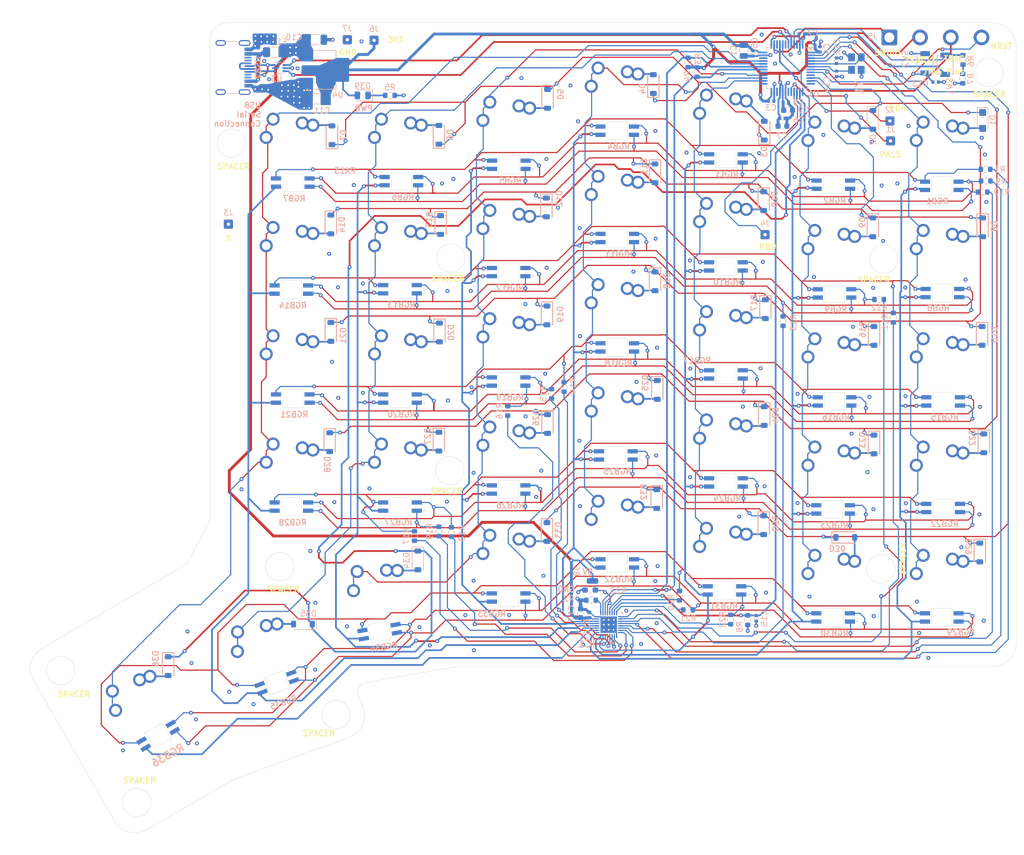
<source format=kicad_pcb>
(kicad_pcb (version 20241229) (generator "pcbnew") (generator_version "9.0")
  (layers (0 "F.Cu" signal "F.Signal") (4 "In1.Cu" power "U.GND") (6 "In2.Cu" power "L.GND") (2 "B.Cu" signal "B.Signal") (13 "F.Paste" user) (15 "B.Paste" user) (5 "F.SilkS" user "F.Silkscreen") (7 "B.SilkS" user "B.Silkscreen") (1 "F.Mask" user) (3 "B.Mask" user) (25 "Edge.Cuts" user))
  (net 0 "")
  (net 1 "GND")
  (net 2 "/RGB Array/SW5")
  (net 3 "/RGB Array/SW4")
  (net 4 "/RGB Array/CS6")
  (net 5 "/RGB Array/CS3")
  (net 6 "/RGB Array/SW6")
  (net 7 "/RGB Array/SW7")
  (net 8 "/RGB Array/CS15")
  (net 9 "/RGB Array/SW2")
  (net 10 "/RGB Array/B_RGB_ROW_0")
  (net 11 "/RGB Array/CS11")
  (net 12 "SYS_JTAG_TRACE")
  (net 13 "SYS_JTAG_SWCLK")
  (net 14 "SYS_JTAG_SWDIO")
  (net 15 "+3.3V")
  (net 16 "NRST")
  (net 17 "+5V")
  (net 18 "Row1")
  (net 19 "Row0")
  (net 20 "Row2")
  (net 21 "LED_MCU_SDB")
  (net 22 "Row3")
  (net 23 "VBUS")
  (net 24 "Row4")
  (net 25 "ThumbRow")
  (net 26 "/RGB Array/CS4")
  (net 27 "/RGB Array/CS5")
  (net 28 "/RGB Array/SW8")
  (net 29 "LED_MCU_SDA")
  (net 30 "LED_MCU_SCL")
  (net 31 "/RGB Array/SW3")
  (net 32 "/RGB Array/SW1")
  (net 33 "RCC_OSC_IN")
  (net 34 "RCC_OSC_OUT")
  (net 35 "Net-(D5-A)")
  (net 36 "Net-(D3-A)")
  (net 37 "Net-(D2-A)")
  (net 38 "Net-(D6-A)")
  (net 39 "Net-(D7-A)")
  (net 40 "Net-(D4-A)")
  (net 41 "Net-(D8-A)")
  (net 42 "Net-(D15-A)")
  (net 43 "Net-(D12-A)")
  (net 44 "Net-(D13-A)")
  (net 45 "Net-(D10-A)")
  (net 46 "Net-(D11-A)")
  (net 47 "Net-(D16-A)")
  (net 48 "Net-(D17-A)")
  (net 49 "Net-(D9-A)")
  (net 50 "Net-(D14-A)")
  (net 51 "Net-(D19-A)")
  (net 52 "Net-(D20-A)")
  (net 53 "Net-(D21-A)")
  (net 54 "Net-(D18-A)")
  (net 55 "Net-(D25-A)")
  (net 56 "Net-(D24-A)")
  (net 57 "Net-(D26-A)")
  (net 58 "Net-(D22-A)")
  (net 59 "Net-(D29-A)")
  (net 60 "Net-(D23-A)")
  (net 61 "Net-(D28-A)")
  (net 62 "Net-(D27-A)")
  (net 63 "Net-(D30-A)")
  (net 64 "Net-(D33-A)")
  (net 65 "Net-(D36-A)")
  (net 66 "Net-(D32-A)")
  (net 67 "Net-(D31-A)")
  (net 68 "/PWR_LED")
  (net 69 "/RGB Array/CS9")
  (net 70 "/RGB Array/ISET")
  (net 71 "/RGB Array/CS12")
  (net 72 "/RGB Array/CS13")
  (net 73 "/RGB Array/CS10")
  (net 74 "/RGB Array/CS8")
  (net 75 "/RGB Array/CS14")
  (net 76 "/RGB Array/CS2")
  (net 77 "/RGB Array/CS7")
  (net 78 "/RGB Array/CS1")
  (net 79 "/RGB Array/G_RGB_ROW_0")
  (net 80 "/RGB Array/R_RGB_ROW_0")
  (net 81 "BOOT0")
  (net 82 "/RGB Array/G_RGB_ROW_1")
  (net 83 "/RGB Array/G_RGB_ROW_2")
  (net 84 "/RGB Array/B_RGB_ROW_1")
  (net 85 "/RGB Array/G_RGB_ROW_3")
  (net 86 "/RGB Array/G_RGB_ROW_4")
  (net 87 "/RGB Array/B_RGB_ROW_3")
  (net 88 "/RGB Array/B_RGB_ROW_2")
  (net 89 "/RGB Array/R_RGB_ROW_1")
  (net 90 "/RGB Array/R_RGB_ROW_2")
  (net 91 "Col0")
  (net 92 "Col1")
  (net 93 "Col4")
  (net 94 "/RGB Array/B_RGB_ROW_4")
  (net 95 "Col3")
  (net 96 "Col2")
  (net 97 "/RGB Array/R_RGB_ROW_3")
  (net 98 "PB9")
  (net 99 "/RGB Array/R_RGB_ROW_4")
  (net 100 "PA15")
  (net 101 "Col5")
  (net 102 "Col6")
  (net 104 "USB_CONN_Tx+")
  (net 105 "USB_Tx+")
  (net 106 "USB_Tx-")
  (net 108 "PB4")
  (net 109 "USB_CONN_Tx-")
  (net 115 "Net-(D34-A)")
  (net 116 "Net-(D35-A)")
  (net 124 "Net-(R6-Pad2)")
  (net 125 "Net-(D1-A)")
  (net 128 "/RGB Array/AD")
  (footprint "MX_KS33:MX_KS33-Solderable-1U" (layer "F.Cu") (at 185.697976 91.155)
    (property "Reference" "S16")
    (property "Value" "Keyswitch")
  )
  (footprint "MX_KS33:MX_KS33-Solderable-1U" (layer "F.Cu") (at 204.747976 129.255)
    (property "Reference" "S29")
    (property "Value" "Keyswitch")
  )
  (footprint "SamacSys_Parts:T36K3BGR05D000121U1930_MODEL_INVERTED" (layer "F.Cu") (at 129.3 54.8)
    (property "Reference" "RGB5")
    (property "Value" "T36K3BGR-05D000121U1930" (hide yes))
    (fp_line (start -1.8 -1.6) (end 1.8 -1.6) (stroke (width 0.05)) (layer "Edge.Cuts"))
    (fp_line (start -1.8 1.6) (end -1.8 -1.6) (stroke (width 0.05)) (layer "Edge.Cuts"))
    (fp_line (start 1.8 -1.6) (end 1.8 1.6) (stroke (width 0.05)) (layer "Edge.Cuts"))
    (fp_line (start 1.8 1.6) (end -1.8 1.6) (stroke (width 0.05)) (layer "Edge.Cuts"))
  )
  (footprint "SamacSys_Parts:T36K3BGR05D000121U1930_MODEL_INVERTED" (layer "F.Cu") (at 110.160476 114.93)
    (property "Reference" "RGB27")
    (property "Value" "T36K3BGR-05D000121U1930" (hide yes))
    (fp_line (start -1.8 -1.6) (end 1.8 -1.6) (stroke (width 0.05)) (layer "Edge.Cuts"))
    (fp_line (start -1.8 1.6) (end -1.8 -1.6) (stroke (width 0.05)) (layer "Edge.Cuts"))
    (fp_line (start 1.8 -1.6) (end 1.8 1.6) (stroke (width 0.05)) (layer "Edge.Cuts"))
    (fp_line (start 1.8 1.6) (end -1.8 1.6) (stroke (width 0.05)) (layer "Edge.Cuts"))
  )
  (footprint "SamacSys_Parts:T36K3BGR05D000121U1930_MODEL_INVERTED" (layer "F.Cu") (at 186.310476 115.43)
    (property "Reference" "RGB23")
    (property "Value" "T36K3BGR-05D000121U1930" (hide yes))
    (fp_line (start -1.8 -1.6) (end 1.8 -1.6) (stroke (width 0.05)) (layer "Edge.Cuts"))
    (fp_line (start -1.8 1.6) (end -1.8 -1.6) (stroke (width 0.05)) (layer "Edge.Cuts"))
    (fp_line (start 1.8 -1.6) (end 1.8 1.6) (stroke (width 0.05)) (layer "Edge.Cuts"))
    (fp_line (start 1.8 1.6) (end -1.8 1.6) (stroke (width 0.05)) (layer "Edge.Cuts"))
  )
  (footprint "MX_KS33:MX_KS33-Solderable-1U" (layer "F.Cu") (at 185.697976 72.105)
    (property "Reference" "S9")
    (property "Value" "Keyswitch")
  )
  (footprint "MX_KS33:MX_KS33-Solderable-1U" (layer "F.Cu") (at 185.697976 110.205)
    (property "Reference" "S23")
    (property "Value" "Keyswitch")
  )
  (footprint "SamacSys_Parts:T36K3BGR05D000121U1930_MODEL_INVERTED" (layer "F.Cu") (at 205.410476 58.5)
    (property "Reference" "RGB1")
    (property "Value" "T36K3BGR-05D000121U1930" (hide yes))
    (fp_line (start -1.8 -1.6) (end 1.8 -1.6) (stroke (width 0.05)) (layer "Edge.Cuts"))
    (fp_line (start -1.8 1.6) (end -1.8 -1.6) (stroke (width 0.05)) (layer "Edge.Cuts"))
    (fp_line (start 1.8 -1.6) (end 1.8 1.6) (stroke (width 0.05)) (layer "Edge.Cuts"))
    (fp_line (start 1.8 1.6) (end -1.8 1.6) (stroke (width 0.05)) (layer "Edge.Cuts"))
  )
  (footprint "MX_KS33:MX_KS33-Solderable-1U" (layer "F.Cu") (at 166.647976 86.3925)
    (property "Reference" "S17")
    (property "Value" "Keyswitch")
  )
  (footprint "MX_KS33:MX_KS33-Solderable-1U" (layer "F.Cu") (at 185.697976 129.255)
    (property "Reference" "S30")
    (property "Value" "Keyswitch")
  )
  (footprint "SamacSys_Parts:T36K3BGR05D000121U1930_MODEL_INVERTED" (layer "F.Cu") (at 91.060476 114.93)
    (property "Reference" "RGB28")
    (property "Value" "T36K3BGR-05D000121U1930" (hide yes))
    (fp_line (start -1.8 -1.6) (end 1.8 -1.6) (stroke (width 0.05)) (layer "Edge.Cuts"))
    (fp_line (start -1.8 1.6) (end -1.8 -1.6) (stroke (width 0.05)) (layer "Edge.Cuts"))
    (fp_line (start 1.8 -1.6) (end 1.8 1.6) (stroke (width 0.05)) (layer "Edge.Cuts"))
    (fp_line (start 1.8 1.6) (end -1.8 1.6) (stroke (width 0.05)) (layer "Edge.Cuts"))
  )
  (footprint "SamacSys_Parts:T36K3BGR05D000121U1930_MODEL_INVERTED" (layer "F.Cu") (at 91.060476 76.75)
    (property "Reference" "RGB14")
    (property "Value" "T36K3BGR-05D000121U1930" (hide yes))
    (fp_line (start -1.8 -1.6) (end 1.8 -1.6) (stroke (width 0.05)) (layer "Edge.Cuts"))
    (fp_line (start -1.8 1.6) (end -1.8 -1.6) (stroke (width 0.05)) (layer "Edge.Cuts"))
    (fp_line (start 1.8 -1.6) (end 1.8 1.6) (stroke (width 0.05)) (layer "Edge.Cuts"))
    (fp_line (start 1.8 1.6) (end -1.8 1.6) (stroke (width 0.05)) (layer "Edge.Cuts"))
  )
  (footprint "MX_KS33:MX_KS33-Solderable-1U" (layer "F.Cu") (at 147.597976 100.68)
    (property "Reference" "S25")
    (property "Value" "Keyswitch")
  )
  (footprint "SamacSys_Parts:T36K3BGR05D000121U1930_MODEL_INVERTED" (layer "F.Cu") (at 106.585476 136.93 10)
    (property "Reference" "RGB34")
    (property "Value" "T36K3BGR-05D000121U1930" (hide yes))
    (fp_line (start -1.8 -1.6) (end 1.8 -1.6) (stroke (width 0.05)) (layer "Edge.Cuts"))
    (fp_line (start -1.8 1.6) (end -1.8 -1.6) (stroke (width 0.05)) (layer "Edge.Cuts"))
    (fp_line (start 1.8 -1.6) (end 1.8 1.6) (stroke (width 0.05)) (layer "Edge.Cuts"))
    (fp_line (start 1.8 1.6) (end -1.8 1.6) (stroke (width 0.05)) (layer "Edge.Cuts"))
  )
  (footprint "SamacSys_Parts:T36K3BGR05D000121U1930_MODEL_INVERTED" (layer "F.Cu") (at 186.560476 77.43)
    (property "Reference" "RGB9")
    (property "Value" "T36K3BGR-05D000121U1930" (hide yes))
    (fp_line (start -1.8 -1.6) (end 1.8 -1.6) (stroke (width 0.05)) (layer "Edge.Cuts"))
    (fp_line (start -1.8 1.6) (end -1.8 -1.6) (stroke (width 0.05)) (layer "Edge.Cuts"))
    (fp_line (start 1.8 -1.6) (end 1.8 1.6) (stroke (width 0.05)) (layer "Edge.Cuts"))
    (fp_line (start 1.8 1.6) (end -1.8 1.6) (stroke (width 0.05)) (layer "Edge.Cuts"))
  )
  (footprint "MX_KS33:MX_KS33-Solderable-1U" (layer "F.Cu") (at 128.547976 125.73)
    (property "Reference" "S33")
    (property "Value" "Keyswitch")
  )
  (footprint "SamacSys_Parts:T36K3BGR05D000121U1930_MODEL_INVERTED" (layer "F.Cu") (at 129.260476 92.93)
    (property "Reference" "RGB19")
    (property "Value" "T36K3BGR-05D000121U1930" (hide yes))
    (fp_line (start -1.8 -1.6) (end 1.8 -1.6) (stroke (width 0.05)) (layer "Edge.Cuts"))
    (fp_line (start -1.8 1.6) (end -1.8 -1.6) (stroke (width 0.05)) (layer "Edge.Cuts"))
    (fp_line (start 1.8 -1.6) (end 1.8 1.6) (stroke (width 0.05)) (layer "Edge.Cuts"))
    (fp_line (start 1.8 1.6) (end -1.8 1.6) (stroke (width 0.05)) (layer "Edge.Cuts"))
  )
  (footprint "MX_KS33:MX_KS33-Solderable-1U" (layer "F.Cu") (at 204.747976 53.055)
    (property "Reference" "S1")
    (property "Value" "Keyswitch")
  )
  (footprint "MX_KS33:MX_KS33-Solderable-1U" (layer "F.Cu") (at 90.447976 90.63)
    (property "Reference" "S21")
    (property "Value" "Keyswitch")
  )
  (footprint "MX_KS33:MX_KS33-Solderable-1U" (layer "F.Cu") (at 147.597976 62.58)
    (property "Reference" "S11")
    (property "Value" "Keyswitch")
  )
  (footprint "MX_KS33:MX_KS33-Solderable-1U" (layer "F.Cu") (at 128.547976 68.58)
    (property "Reference" "S12")
    (property "Value" "Keyswitch")
  )
  (footprint "SamacSys_Parts:T36K3BGR05D000121U1930_MODEL_INVERTED" (layer "F.Cu") (at 186.310476 134.43)
    (property "Reference" "RGB30")
    (property "Value" "T36K3BGR-05D000121U1930" (hide yes))
    (fp_line (start -1.8 -1.6) (end 1.8 -1.6) (stroke (width 0.05)) (layer "Edge.Cuts"))
    (fp_line (start -1.8 1.6) (end -1.8 -1.6) (stroke (width 0.05)) (layer "Edge.Cuts"))
    (fp_line (start 1.8 -1.6) (end 1.8 1.6) (stroke (width 0.05)) (layer "Edge.Cuts"))
    (fp_line (start 1.8 1.6) (end -1.8 1.6) (stroke (width 0.05)) (layer "Edge.Cuts"))
  )
  (footprint "MX_KS33:MX_KS33-Solderable-1U" (layer "F.Cu") (at 147.597976 81.63)
    (property "Reference" "S18")
    (property "Value" "Keyswitch")
  )
  (footprint "MX_KS33:MX_KS33-Solderable-1U" (layer "F.Cu") (at 204.747976 110.205)
    (property "Reference" "S22")
    (property "Value" "Keyswitch")
  )
  (footprint "SamacSys_Parts:T36K3BGR05D000121U1930_MODEL_INVERTED" (layer "F.Cu") (at 110.410476 57.68)
    (property "Reference" "RGB6")
    (property "Value" "T36K3BGR-05D000121U1930" (hide yes))
    (fp_line (start -1.8 -1.6) (end 1.8 -1.6) (stroke (width 0.05)) (layer "Edge.Cuts"))
    (fp_line (start -1.8 1.6) (end -1.8 -1.6) (stroke (width 0.05)) (layer "Edge.Cuts"))
    (fp_line (start 1.8 -1.6) (end 1.8 1.6) (stroke (width 0.05)) (layer "Edge.Cuts"))
    (fp_line (start 1.8 1.6) (end -1.8 1.6) (stroke (width 0.05)) (layer "Edge.Cuts"))
  )
  (footprint "MX_KS33:MX_KS33-Solderable-1U" (layer "F.Cu") (at 109.497976 52.53)
    (property "Reference" "S6")
    (property "Value" "Keyswitch")
  )
  (footprint "SamacSys_Parts:T36K3BGR05D000121U1930_MODEL_INVERTED" (layer "F.Cu") (at 148.35 48.8)
    (property "Reference" "RGB4")
    (property "Value" "T36K3BGR-05D000121U1930" (hide yes))
    (fp_line (start -1.8 -1.6) (end 1.8 -1.6) (stroke (width 0.05)) (layer "Edge.Cuts"))
    (fp_line (start -1.8 1.6) (end -1.8 -1.6) (stroke (width 0.05)) (layer "Edge.Cuts"))
    (fp_line (start 1.8 -1.6) (end 1.8 1.6) (stroke (width 0.05)) (layer "Edge.Cuts"))
    (fp_line (start 1.8 1.6) (end -1.8 1.6) (stroke (width 0.05)) (layer "Edge.Cuts"))
  )
  (footprint "MX_KS33:MX_KS33-Solderable-1U" (layer "F.Cu") (at 90.447976 71.58)
    (property "Reference" "S14")
    (property "Value" "Keyswitch")
  )
  (footprint "SamacSys_Parts:T36K3BGR05D000121U1930_MODEL_INVERTED" (layer "F.Cu") (at 129.260476 111.93)
    (property "Reference" "RGB26")
    (property "Value" "T36K3BGR-05D000121U1930" (hide yes))
    (fp_line (start -1.8 -1.6) (end 1.8 -1.6) (stroke (width 0.05)) (layer "Edge.Cuts"))
    (fp_line (start -1.8 1.6) (end -1.8 -1.6) (stroke (width 0.05)) (layer "Edge.Cuts"))
    (fp_line (start 1.8 -1.6) (end 1.8 1.6) (stroke (width 0.05)) (layer "Edge.Cuts"))
    (fp_line (start 1.8 1.6) (end -1.8 1.6) (stroke (width 0.05)) (layer "Edge.Cuts"))
  )
  (footprint "SamacSys_Parts:T36K3BGR05D000121U1930_MODEL_INVERTED" (layer "F.Cu") (at 205.660476 96.43)
    (property "Reference" "RGB15")
    (property "Value" "T36K3BGR-05D000121U1930" (hide yes))
    (fp_line (start -1.8 -1.6) (end 1.8 -1.6) (stroke (width 0.05)) (layer "Edge.Cuts"))
    (fp_line (start -1.8 1.6) (end -1.8 -1.6) (stroke (width 0.05)) (layer "Edge.Cuts"))
    (fp_line (start 1.8 -1.6) (end 1.8 1.6) (stroke (width 0.05)) (layer "Edge.Cuts"))
    (fp_line (start 1.8 1.6) (end -1.8 1.6) (stroke (width 0.05)) (layer "Edge.Cuts"))
  )
  (footprint "SamacSys_Parts:T36K3BGR05D000121U1930_MODEL_INVERTED" (layer "F.Cu") (at 110.160476 95.93)
    (property "Reference" "RGB20")
    (property "Value" "T36K3BGR-05D000121U1930" (hide yes))
    (fp_line (start -1.8 -1.6) (end 1.8 -1.6) (stroke (width 0.05)) (layer "Edge.Cuts"))
    (fp_line (start -1.8 1.6) (end -1.8 -1.6) (stroke (width 0.05)) (layer "Edge.Cuts"))
    (fp_line (start 1.8 -1.6) (end 1.8 1.6) (stroke (width 0.05)) (layer "Edge.Cuts"))
    (fp_line (start 1.8 1.6) (end -1.8 1.6) (stroke (width 0.05)) (layer "Edge.Cuts"))
  )
  (footprint "MX_KS33:MX_KS33-Solderable-1U" (layer "F.Cu") (at 166.647976 48.2925)
    (property "Reference" "S3")
    (property "Value" "Keyswitch")
  )
  (footprint "MX_KS33:MX_KS33-Solderable-1U" (layer "F.Cu") (at 147.597976 119.73)
    (property "Reference" "S32")
    (property "Value" "Keyswitch")
  )
  (footprint "SamacSys_Parts:T36K3BGR05D000121U1930_MODEL_INVERTED" (layer "F.Cu") (at 91.310476 95.93)
    (property "Reference" "RGB21")
    (property "Value" "T36K3BGR-05D000121U1930" (hide yes))
    (fp_line (start -1.8 -1.6) (end 1.8 -1.6) (stroke (width 0.05)) (layer "Edge.Cuts"))
    (fp_line (start -1.8 1.6) (end -1.8 -1.6) (stroke (width 0.05)) (layer "Edge.Cuts"))
    (fp_line (start 1.8 -1.6) (end 1.8 1.6) (stroke (width 0.05)) (layer "Edge.Cuts"))
    (fp_line (start 1.8 1.6) (end -1.8 1.6) (stroke (width 0.05)) (layer "Edge.Cuts"))
  )
  (footprint "SamacSys_Parts:T36K3BGR05D000121U1930_MODEL_INVERTED" (layer "F.Cu") (at 167.460476 53.68)
    (property "Reference" "RGB3")
    (property "Value" "T36K3BGR-05D000121U1930" (hide yes))
    (fp_line (start -1.8 -1.6) (end 1.8 -1.6) (stroke (width 0.05)) (layer "Edge.Cuts"))
    (fp_line (start -1.8 1.6) (end -1.8 -1.6) (stroke (width 0.05)) (layer "Edge.Cuts"))
    (fp_line (start 1.8 -1.6) (end 1.8 1.6) (stroke (width 0.05)) (layer "Edge.Cuts"))
    (fp_line (start 1.8 1.6) (end -1.8 1.6) (stroke (width 0.05)) (layer "Edge.Cuts"))
  )
  (footprint "SamacSys_Parts:T36K3BGR05D000121U1930_MODEL_INVERTED" (layer "F.Cu") (at 148.360476 86.93)
    (property "Reference" "RGB18")
    (property "Value" "T36K3BGR-05D000121U1930" (hide yes))
    (fp_line (start -1.8 -1.6) (end 1.8 -1.6) (stroke (width 0.05)) (layer "Edge.Cuts"))
    (fp_line (start -1.8 1.6) (end -1.8 -1.6) (stroke (width 0.05)) (layer "Edge.Cuts"))
    (fp_line (start 1.8 -1.6) (end 1.8 1.6) (stroke (width 0.05)) (layer "Edge.Cuts"))
    (fp_line (start 1.8 1.6) (end -1.8 1.6) (stroke (width 0.05)) (layer "Edge.Cuts"))
  )
  (footprint "MX_KS33:MX_KS33-Solderable-1U" (layer "F.Cu") (at 90.447976 109.68)
    (property "Reference" "S28")
    (property "Value" "Keyswitch")
  )
  (footprint "SamacSys_Parts:T36K3BGR05D000121U1930_MODEL_INVERTED" (layer "F.Cu") (at 186.35 58.3)
    (property "Reference" "RGB2")
    (property "Value" "T36K3BGR-05D000121U1930" (hide yes))
    (fp_line (start -1.8 -1.6) (end 1.8 -1.6) (stroke (width 0.05)) (layer "Edge.Cuts"))
    (fp_line (start -1.8 1.6) (end -1.8 -1.6) (stroke (width 0.05)) (layer "Edge.Cuts"))
    (fp_line (start 1.8 -1.6) (end 1.8 1.6) (stroke (width 0.05)) (layer "Edge.Cuts"))
    (fp_line (start 1.8 1.6) (end -1.8 1.6) (stroke (width 0.05)) (layer "Edge.Cuts"))
  )
  (footprint "SamacSys_Parts:T36K3BGR05D000121U1930_MODEL_INVERTED" (layer "F.Cu") (at 110.160476 76.7)
    (property "Reference" "RGB13")
    (property "Value" "T36K3BGR-05D000121U1930" (hide yes))
    (fp_line (start -1.8 -1.6) (end 1.8 -1.6) (stroke (width 0.05)) (layer "Edge.Cuts"))
    (fp_line (start -1.8 1.6) (end -1.8 -1.6) (stroke (width 0.05)) (layer "Edge.Cuts"))
    (fp_line (start 1.8 -1.6) (end 1.8 1.6) (stroke (width 0.05)) (layer "Edge.Cuts"))
    (fp_line (start 1.8 1.6) (end -1.8 1.6) (stroke (width 0.05)) (layer "Edge.Cuts"))
  )
  (footprint "SamacSys_Parts:T36K3BGR05D000121U1930_MODEL_INVERTED" (layer "F.Cu") (at 205.410476 134.43)
    (property "Reference" "RGB29")
    (property "Value" "T36K3BGR-05D000121U1930" (hide yes))
    (fp_line (start -1.8 -1.6) (end 1.8 -1.6) (stroke (width 0.05)) (layer "Edge.Cuts"))
    (fp_line (start -1.8 1.6) (end -1.8 -1.6) (stroke (width 0.05)) (layer "Edge.Cuts"))
    (fp_line (start 1.8 -1.6) (end 1.8 1.6) (stroke (width 0.05)) (layer "Edge.Cuts"))
    (fp_line (start 1.8 1.6) (end -1.8 1.6) (stroke (width 0.05)) (layer "Edge.Cuts"))
  )
  (footprint "MX_KS33:MX_KS33-Solderable-1U" (layer "F.Cu") (at 166.647976 124.4925)
    (property "Reference" "S31")
    (property "Value" "Keyswitch")
  )
  (footprint "MX_KS33:MX_KS33-Solderable-1U" (layer "F.Cu") (at 204.747976 91.155)
    (property "Reference" "S15")
    (property "Value" "Keyswitch")
  )
  (footprint "SamacSys_Parts:T36K3BGR05D000121U1930_MODEL_INVERTED" (layer "F.Cu") (at 148.360476 67.68)
    (property "Reference" "RGB11")
    (property "Value" "T36K3BGR-05D000121U1930" (hide yes))
    (fp_line (start -1.8 -1.6) (end 1.8 -1.6) (stroke (width 0.05)) (layer "Edge.Cuts"))
    (fp_line (start -1.8 1.6) (end -1.8 -1.6) (stroke (width 0.05)) (layer "Edge.Cuts"))
    (fp_line (start 1.8 -1.6) (end 1.8 1.6) (stroke (width 0.05)) (layer "Edge.Cuts"))
    (fp_line (start 1.8 1.6) (end -1.8 1.6) (stroke (width 0.05)) (layer "Edge.Cuts"))
  )
  (footprint "SamacSys_Parts:T36K3BGR05D000121U1930_MODEL_INVERTED" (layer "F.Cu") (at 67.65 155.25 30)
    (property "Reference" "RGB36")
    (property "Value" "T36K3BGR-05D000121U1930" (hide yes))
    (fp_line (start -1.8 -1.6) (end 1.8 -1.6) (stroke (width 0.05)) (layer "Edge.Cuts"))
    (fp_line (start -1.8 1.6) (end -1.8 -1.6) (stroke (width 0.05)) (layer "Edge.Cuts"))
    (fp_line (start 1.8 -1.6) (end 1.8 1.6) (stroke (width 0.05)) (layer "Edge.Cuts"))
    (fp_line (start 1.8 1.6) (end -1.8 1.6) (stroke (width 0.05)) (layer "Edge.Cuts"))
  )
  (footprint "SamacSys_Parts:T36K3BGR05D000121U1930_MODEL_INVERTED" (layer "F.Cu") (at 129.260476 130.93)
    (property "Reference" "RGB33")
    (property "Value" "T36K3BGR-05D000121U1930" (hide yes))
    (fp_line (start -1.8 -1.6) (end 1.8 -1.6) (stroke (width 0.05)) (layer "Edge.Cuts"))
    (fp_line (start -1.8 1.6) (end -1.8 -1.6) (stroke (width 0.05)) (layer "Edge.Cuts"))
    (fp_line (start 1.8 -1.6) (end 1.8 1.6) (stroke (width 0.05)) (layer "Edge.Cuts"))
    (fp_line (start 1.8 1.6) (end -1.8 1.6) (stroke (width 0.05)) (layer "Edge.Cuts"))
  )
  (footprint "MX_KS33:MX_KS33-Solderable-1U" (layer "F.Cu") (at 109.497976 109.68)
    (property "Reference" "S27")
    (property "Value" "Keyswitch")
  )
  (footprint "MX_KS33:MX_KS33-Solderable-1U" (layer "F.Cu") (at 166.647976 105.4425)
    (property "Reference" "S24")
    (property "Value" "Keyswitch")
  )
  (footprint "MX_KS33:MX_KS33-Solderable-1U" (layer "F.Cu") (at 106.185476 131.57 10)
    (property "Reference" "S34")
    (property "Value" "Keyswitch")
  )
  (footprint "SamacSys_Parts:T36K3BGR05D000121U1930_MODEL_INVERTED" (layer "F.Cu") (at 186.560476 96.43)
    (property "Reference" "RGB16")
    (property "Value" "T36K3BGR-05D000121U1930" (hide yes))
    (fp_line (start -1.8 -1.6) (end 1.8 -1.6) (stroke (width 0.05)) (layer "Edge.Cuts"))
    (fp_line (start -1.8 1.6) (end -1.8 -1.6) (stroke (width 0.05)) (layer "Edge.Cuts"))
    (fp_line (start 1.8 -1.6) (end 1.8 1.6) (stroke (width 0.05)) (layer "Edge.Cuts"))
    (fp_line (start 1.8 1.6) (end -1.8 1.6) (stroke (width 0.05)) (layer "Edge.Cuts"))
  )
  (footprint "SamacSys_Parts:T36K3BGR05D000121U1930_MODEL_INVERTED" (layer "F.Cu") (at 167.210476 129.68)
    (property "Reference" "RGB31")
    (property "Value" "T36K3BGR-05D000121U1930" (hide yes))
    (fp_line (start -1.8 -1.6) (end 1.8 -1.6) (stroke (width 0.05)) (layer "Edge.Cuts"))
    (fp_line (start -1.8 1.6) (end -1.8 -1.6) (stroke (width 0.05)) (layer "Edge.Cuts"))
    (fp_line (start 1.8 -1.6) (end 1.8 1.6) (stroke (width 0.05)) (layer "Edge.Cuts"))
    (fp_line (start 1.8 1.6) (end -1.8 1.6) (stroke (width 0.05)) (layer "Edge.Cuts"))
  )
  (footprint "MX_KS33:MX_KS33-Solderable-1U" (layer "F.Cu") (at 166.647976 67.3425)
    (property "Reference" "S10")
    (property "Value" "Keyswitch")
  )
  (footprint "SamacSys_Parts:T36K3BGR05D000121U1930_MODEL_INVERTED" (layer "F.Cu") (at 148.110476 105.93)
    (property "Reference" "RGB25")
    (property "Value" "T36K3BGR-05D000121U1930" (hide yes))
    (fp_line (start -1.8 -1.6) (end 1.8 -1.6) (stroke (width 0.05)) (layer "Edge.Cuts"))
    (fp_line (start -1.8 1.6) (end -1.8 -1.6) (stroke (width 0.05)) (layer "Edge.Cuts"))
    (fp_line (start 1.8 -1.6) (end 1.8 1.6) (stroke (width 0.05)) (layer "Edge.Cuts"))
    (fp_line (start 1.8 1.6) (end -1.8 1.6) (stroke (width 0.05)) (layer "Edge.Cuts"))
  )
  (footprint "SamacSys_Parts:T36K3BGR05D000121U1930_MODEL_INVERTED" (layer "F.Cu") (at 167.460476 91.68)
    (property "Reference" "RGB17")
    (property "Value" "T36K3BGR-05D000121U1930" (hide yes))
    (fp_line (start -1.8 -1.6) (end 1.8 -1.6) (stroke (width 0.05)) (layer "Edge.Cuts"))
    (fp_line (start -1.8 1.6) (end -1.8 -1.6) (stroke (width 0.05)) (layer "Edge.Cuts"))
    (fp_line (start 1.8 -1.6) (end 1.8 1.6) (stroke (width 0.05)) (layer "Edge.Cuts"))
    (fp_line (start 1.8 1.6) (end -1.8 1.6) (stroke (width 0.05)) (layer "Edge.Cuts"))
  )
  (footprint "MX_KS33:MX_KS33-Solderable-1U" (layer "F.Cu") (at 128.547976 87.63)
    (property "Reference" "S19")
    (property "Value" "Keyswitch")
  )
  (footprint "MX_KS33:MX_KS33-Solderable-1U" (layer "F.Cu") (at 109.497976 71.58)
    (property "Reference" "S13")
    (property "Value" "Keyswitch")
  )
  (footprint "MX_KS33:MX_KS33-Solderable-1U" (layer "F.Cu") (at 128.547976 106.68)
    (property "Reference" "S26")
    (property "Value" "Keyswitch")
  )
  (footprint "MX_KS33:MX_KS33-Solderable-1U" (layer "F.Cu") (at 204.747976 72.105)
    (property "Reference" "S8")
    (property "Value" "Keyswitch")
  )
  (footprint "SamacSys_Parts:T36K3BGR05D000121U1930_MODEL_INVERTED" (layer "F.Cu") (at 148.360476 124.93)
    (property "Reference" "RGB32")
    (property "Value" "T36K3BGR-05D000121U1930" (hide yes))
    (fp_line (start -1.8 -1.6) (end 1.8 -1.6) (stroke (width 0.05)) (layer "Edge.Cuts"))
    (fp_line (start -1.8 1.6) (end -1.8 -1.6) (stroke (width 0.05)) (layer "Edge.Cuts"))
    (fp_line (start 1.8 -1.6) (end 1.8 1.6) (stroke (width 0.05)) (layer "Edge.Cuts"))
    (fp_line (start 1.8 1.6) (end -1.8 1.6) (stroke (width 0.05)) (layer "Edge.Cuts"))
  )
  (footprint "SamacSys_Parts:T36K3BGR05D000121U1930_MODEL_INVERTED" (layer "F.Cu") (at 88.5 145.9 20)
    (property "Reference" "RGB35")
    (property "Value" "T36K3BGR-05D000121U1930" (hide yes))
    (fp_line (start -1.799999 -1.6) (end 1.8 -1.600001) (stroke (width 0.05)) (layer "Edge.Cuts"))
    (fp_line (start -1.8 1.600001) (end -1.799999 -1.6) (stroke (width 0.05)) (layer "Edge.Cuts"))
    (fp_line (start 1.8 -1.600001) (end 1.799999 1.6) (stroke (width 0.05)) (layer "Edge.Cuts"))
    (fp_line (start 1.799999 1.6) (end -1.8 1.600001) (stroke (width 0.05)) (layer "Edge.Cuts"))
  )
  (footprint "MX_KS33:MX_KS33-Solderable-1U" (layer "F.Cu") (at 109.497976 90.63)
    (property "Reference" "S20")
    (property "Value" "Keyswitch")
  )
  (footprint "SamacSys_Parts:T36K3BGR05D000121U1930_MODEL_INVERTED" (layer "F.Cu") (at 205.520476 77.37)
    (property "Reference" "RGB8")
    (property "Value" "T36K3BGR-05D000121U1930" (hide yes))
    (fp_line (start -1.8 -1.6) (end 1.8 -1.6) (stroke (width 0.05)) (layer "Edge.Cuts"))
    (fp_line (start -1.8 1.6) (end -1.8 -1.6) (stroke (width 0.05)) (layer "Edge.Cuts"))
    (fp_line (start 1.8 -1.6) (end 1.8 1.6) (stroke (width 0.05)) (layer "Edge.Cuts"))
    (fp_line (start 1.8 1.6) (end -1.8 1.6) (stroke (width 0.05)) (layer "Edge.Cuts"))
  )
  (footprint "SamacSys_Parts:T36K3BGR05D000121U1930_MODEL_INVERTED" (layer "F.Cu") (at 167.460476 72.68)
    (property "Reference" "RGB10")
    (property "Value" "T36K3BGR-05D000121U1930" (hide yes))
    (fp_line (start -1.8 -1.6) (end 1.8 -1.6) (stroke (width 0.05)) (layer "Edge.Cuts"))
    (fp_line (start -1.8 1.6) (end -1.8 -1.6) (stroke (width 0.05)) (layer "Edge.Cuts"))
    (fp_line (start 1.8 -1.6) (end 1.8 1.6) (stroke (width 0.05)) (layer "Edge.Cuts"))
    (fp_line (start 1.8 1.6) (end -1.8 1.6) (stroke (width 0.05)) (layer "Edge.Cuts"))
  )
  (footprint "SamacSys_Parts:T36K3BGR05D000121U1930_MODEL_INVERTED" (layer "F.Cu") (at 205.660476 115.18)
    (property "Reference" "RGB22")
    (property "Value" "T36K3BGR-05D000121U1930" (hide yes))
    (fp_line (start -1.8 -1.6) (end 1.8 -1.6) (stroke (width 0.05)) (layer "Edge.Cuts"))
    (fp_line (start -1.8 1.6) (end -1.8 -1.6) (stroke (width 0.05)) (layer "Edge.Cuts"))
    (fp_line (start 1.8 -1.6) (end 1.8 1.6) (stroke (width 0.05)) (layer "Edge.Cuts"))
    (fp_line (start 1.8 1.6) (end -1.8 1.6) (stroke (width 0.05)) (layer "Edge.Cuts"))
  )
  (footprint "MX_KS33:MX_KS33-Solderable-1U" (layer "F.Cu") (at 90.447976 52.53)
    (property "Reference" "S7")
    (property "Value" "Keyswitch")
  )
  (footprint "MX_KS33:MX_KS33-Solderable-1.5U-Vertical" (layer "F.Cu") (at 64.725476 151.07 30)
    (property "Reference" "S36")
    (property "Value" "Keyswitch")
  )
  (footprint "MX_KS33:MX_KS33-Solderable-1U" (layer "F.Cu") (at 128.547976 49.53)
    (property "Reference" "S5")
    (property "Value" "Keyswitch")
  )
  (footprint "MX_KS33:MX_KS33-Solderable-1.5U-Vertical" (layer "F.Cu") (at 86.015476 141.5 20)
    (property "Reference" "S35")
    (property "Value" "Keyswitch")
  )
  (footprint "MX_KS33:MX_KS33-Solderable-1U" (layer "F.Cu") (at 185.697976 53.055)
    (property "Reference" "S2")
    (property "Value" "Keyswitch")
  )
  (footprint "SamacSys_Parts:T36K3BGR05D000121U1930_MODEL_INVERTED" (layer "F.Cu") (at 91.310476 57.93)
    (property "Reference" "RGB7")
    (property "Value" "T36K3BGR-05D000121U1930" (hide yes))
    (fp_line (start -1.8 -1.6) (end 1.8 -1.6) (stroke (width 0.05)) (layer "Edge.Cuts"))
    (fp_line (start -1.8 1.6) (end -1.8 -1.6) (stroke (width 0.05)) (layer "Edge.Cuts"))
    (fp_line (start 1.8 -1.6) (end 1.8 1.6) (stroke (width 0.05)) (layer "Edge.Cuts"))
    (fp_line (start 1.8 1.6) (end -1.8 1.6) (stroke (width 0.05)) (layer "Edge.Cuts"))
  )
  (footprint "SamacSys_Parts:T36K3BGR05D000121U1930_MODEL_INVERTED" (layer "F.Cu") (at 167.460476 110.68)
    (property "Reference" "RGB24")
    (property "Value" "T36K3BGR-05D000121U1930" (hide yes))
    (fp_line (start -1.8 -1.6) (end 1.8 -1.6) (stroke (width 0.05)) (layer "Edge.Cuts"))
    (fp_line (start -1.8 1.6) (end -1.8 -1.6) (stroke (width 0.05)) (layer "Edge.Cuts"))
    (fp_line (start 1.8 -1.6) (end 1.8 1.6) (stroke (width 0.05)) (layer "Edge.Cuts"))
    (fp_line (start 1.8 1.6) (end -1.8 1.6) (stroke (width 0.05)) (layer "Edge.Cuts"))
  )
  (footprint "MX_KS33:MX_KS33-Solderable-1U" (layer "F.Cu") (at 147.597976 43.53)
    (property "Reference" "S4")
    (property "Value" "Keyswitch")
  )
  (footprint "SamacSys_Parts:T36K3BGR05D000121U1930_MODEL_INVERTED" (layer "F.Cu") (at 129.260476 73.68)
    (property "Reference" "RGB12")
    (property "Value" "T36K3BGR-05D000121U1930" (hide yes))
    (fp_line (start -1.8 -1.6) (end 1.8 -1.6) (stroke (width 0.05)) (layer "Edge.Cuts"))
    (fp_line (start -1.8 1.6) (end -1.8 -1.6) (stroke (width 0.05)) (layer "Edge.Cuts"))
    (fp_line (start 1.8 -1.6) (end 1.8 1.6) (stroke (width 0.05)) (layer "Edge.Cuts"))
    (fp_line (start 1.8 1.6) (end -1.8 1.6) (stroke (width 0.05)) (layer "Edge.Cuts"))
  )
  (footprint "Diode_SMD:D_SOD-123" (layer "B.Cu") (at 155 75.3 -90)
    (property "Reference" "D18")
    (property "Value" "Diode")
  )
  (footprint "SamacSys_Parts:QFN40P400X400X80-33N-D" (layer "B.Cu") (at 146.85 135.7 180)
    (property "Reference" "IC1")
    (property "Value" "IS31FL3729-QFLS4-TR" (hide yes))
  )
  (footprint "Capacitor_SMD:C_0402_1005Metric" (layer "B.Cu") (at 172.2 35.2 -90)
    (property "Reference" "C5")
    (property "Value" "100n")
  )
  (footprint "Resistor_SMD:R_0603_1608Metric" (layer "B.Cu") (at 139 93.9 -90)
    (property "Reference" "R14")
    (property "Value" "20")
  )
  (footprint "Resistor_SMD:R_0603_1608Metric" (layer "B.Cu") (at 136.8 95.1 -90)
    (property "Reference" "R15")
    (property "Value" "20")
  )
  (footprint "Diode_SMD:D_SOD-123" (layer "B.Cu") (at 136 119.4 -90)
    (property "Reference" "D33")
    (property "Value" "Diode")
  )
  (footprint "Resistor_SMD:R_0603_1608Metric_Pad0.98x0.95mm_HandSolder" (layer "B.Cu") (at 143.6 129.6)
    (property "Reference" "R23")
    (property "Value" "0")
  )
  (footprint "Resistor_SMD:R_0603_1608Metric" (layer "B.Cu") (at 177.5 82.3 -90)
    (property "Reference" "R13")
    (property "Value" "51")
  )
  (footprint "Diode_SMD:D_SOD-123" (layer "B.Cu") (at 212.5 84.9 -90)
    (property "Reference" "D15")
    (property "Value" "Diode")
  )
  (footprint "Diode_SMD:D_SOD-123" (layer "B.Cu") (at 193.5 104 -90)
    (property "Reference" "D23")
    (property "Value" "Diode")
  )
  (footprint "Diode_SMD:D_SOD-123" (layer "B.Cu") (at 93.1 135.6 180)
    (property "Reference" "D35")
    (property "Value" "Diode")
  )
  (footprint "Capacitor_SMD:C_0402_1005Metric" (layer "B.Cu") (at 186.9 36.5 90)
    (property "Reference" "C12")
    (property "Value" "10p")
  )
  (footprint "Capacitor_SMD:C_0603_1608Metric" (layer "B.Cu") (at 177.4 48)
    (property "Reference" "C7")
    (property "Value" "1u")
  )
  (footprint "Diode_SMD:D_SOD-123" (layer "B.Cu") (at 212.1 123 -90)
    (property "Reference" "D29")
    (property "Value" "Diode")
  )
  (footprint "Package_QFP:LQFP-48_7x7mm_P0.5mm" (layer "B.Cu") (at 178.2 37.8 180)
    (property "Reference" "U1")
    (property "Value" "STM32G431CBTx")
  )
  (footprint "Diode_SMD:D_SOD-123" (layer "B.Cu") (at 155.3 113.6 -90)
    (property "Reference" "D32")
    (property "Value" "Diode")
  )
  (footprint "Diode_SMD:D_SOD-123" (layer "B.Cu") (at 98 65.3 -90)
    (property "Reference" "D14")
    (property "Value" "Diode")
  )
  (footprint "Button_Switch_SMD:SW_SPST_B3U-1000P" (layer "B.Cu") (at 202.5 36.95 -90)
    (property "Reference" "SW2")
    (property "Value" "SW_Push")
  )
  (footprint "Diode_SMD:D_SOD-123" (layer "B.Cu") (at 69.4 143 -90)
    (property "Reference" "D36")
    (property "Value" "Diode")
  )
  (footprint "Fuse:Fuse_1206_3216Metric" (layer "B.Cu") (at 88.1 35)
    (property "Reference" "F1")
    (property "Value" "500mA")
  )
  (footprint "Connector_Wire:SolderWire-0.1sqmm_1x01_D0.4mm_OD1mm" (layer "B.Cu") (at 100.9 32.8 180)
    (property "Reference" "J7")
    (property "Value" "Conn_01x01")
  )
  (footprint "Diode_SMD:D_SOD-123" (layer "B.Cu") (at 174.1 118.2 -90)
    (property "Reference" "D31")
    (property "Value" "Diode")
  )
  (footprint "Diode_SMD:D_SOD-123" (layer "B.Cu") (at 117.3 65.4 -90)
    (property "Reference" "D13")
    (property "Value" "Diode")
  )
  (footprint "Diode_SMD:D_SOD-123" (layer "B.Cu") (at 193.5 84.9 -90)
    (property "Reference" "D16")
    (property "Value" "Diode")
  )
  (footprint "Capacitor_SMD:C_0402_1005Metric" (layer "B.Cu") (at 204.35 40.25)
    (property "Reference" "C13")
    (property "Value" "100n")
  )
  (footprint "Resistor_SMD:R_0603_1608Metric" (layer "B.Cu") (at 108.4 42.6 180)
    (property "Reference" "R5")
    (property "Value" "1k5")
  )
  (footprint "Capacitor_SMD:C_0402_1005Metric" (layer "B.Cu") (at 184 34.5 90)
    (property "Reference" "C4")
    (property "Value" "100n")
  )
  (footprint "Connector_USB:USB_C_Receptacle_G-Switch_GT-USB-7010ASV" (layer "B.Cu") (at 79.715 37.7 90)
    (property "Reference" "USB2")
    (property "Value" "USB_C_Receptacle_USB2.0_16P")
  )
  (footprint "Diode_SMD:D_SOD-123" (layer "B.Cu") (at 117 49.53 90)
    (property "Reference" "D6")
    (property "Value" "Diode")
  )
  (footprint "Capacitor_SMD:C_0402_1005Metric" (layer "B.Cu") (at 180.8 31.8 180)
    (property "Reference" "C2")
    (property "Value" "100n")
  )
  (footprint "Resistor_SMD:R_0603_1608Metric" (layer "B.Cu") (at 213.15 57.65)
    (property "Reference" "R9")
    (property "Value" "20")
  )
  (footprint "Capacitor_SMD:C_0805_2012Metric" (layer "B.Cu") (at 170.6 34.7 -90)
    (property "Reference" "C1")
    (property "Value" "10u")
  )
  (footprint "Diode_SMD:D_SOD-123" (layer "B.Cu") (at 174.2 48.8 90)
    (property "Reference" "D3")
    (property "Value" "Diode")
  )
  (footprint "Diode_SMD:D_SOD-123" (layer "B.Cu") (at 117.1 84.3 -90)
    (property "Reference" "D20")
    (property "Value" "Diode")
  )
  (footprint "Diode_SMD:D_SOD-123" (layer "B.Cu") (at 97.8 103.6 -90)
    (property "Reference" "D28")
    (property "Value" "Diode")
  )
  (footprint "Diode_SMD:D_SOD-123" (layer "B.Cu") (at 188.45 120.35)
    (property "Reference" "D30")
    (property "Value" "Diode")
  )
  (footprint "Resistor_SMD:R_0603_1608Metric" (layer "B.Cu") (at 159.3 130.6 -90)
    (property "Reference" "R20")
    (property "Value" "20")
  )
  (footprint "Diode_SMD:D_SOD-123" (layer "B.Cu") (at 193.3 65.8 -90)
    (property "Reference" "D9")
    (property "Value" "Diode")
  )
  (footprint "Capacitor_SMD:C_0402_1005Metric" (layer "B.Cu") (at 186.9 38.8 -90)
    (property "Reference" "C14")
    (property "Value" "10p")
  )
  (footprint "Capacitor_SMD:C_0402_1005Metric" (layer "B.Cu") (at 175.4 43.6)
    (property "Reference" "C3")
    (property "Value" "100n")
  )
  (footprint "SamacSys_Parts:X322516MOB4SI" (layer "B.Cu") (at 190.4 37 -90)
    (property "Reference" "Y1")
    (property "Value" "X322516MOB4SI" (hide yes))
  )
  (footprint "Resistor_SMD:R_0603_1608Metric" (layer "B.Cu") (at 209.1 39.65 90)
    (property "Reference" "R7")
    (property "Value" "5.1k")
  )
  (footprint "Diode_SMD:D_SOD-123" (layer "B.Cu") (at 174.4 80.2 -90)
    (property "Reference" "D17")
    (property "Value" "Diode")
  )
  (footprint "Diode_SMD:Nexperia_CFP3_SOD-123W" (layer "B.Cu") (at 212.6 47 -90)
    (property "Reference" "D1")
    (property "Value" "Diode")
  )
  (footprint "Capacitor_SMD:C_0402_1005Metric" (layer "B.Cu") (at 143.5 134 -90)
    (property "Reference" "C16")
    (property "Value" "100n")
  )
  (footprint "Button_Switch_SMD:SW_SPST_B3U-1000P" (layer "B.Cu") (at 206 37.2 -90)
    (property "Reference" "SW1")
    (property "Value" "SW_Push")
  )
  (footprint "Resistor_SMD:R_0603_1608Metric" (layer "B.Cu") (at 129.1 98.1 -90)
    (property "Reference" "R16")
    (property "Value" "51")
  )
  (footprint "Diode_SMD:D_SOD-123" (layer "B.Cu") (at 135.9 62.3 -90)
    (property "Reference" "D12")
    (property "Value" "Diode")
  )
  (footprint "Resistor_SMD:R_0603_1608Metric" (layer "B.Cu") (at 171.3 134.9 -90)
    (property "Reference" "R8")
    (property "Value" "100k")
  )
  (footprint "Diode_SMD:D_SOD-123" (layer "B.Cu") (at 136.1 100.4 -90)
    (property "Reference" "D26")
    (property "Value" "Diode")
  )
  (footprint "Resistor_SMD:R_0603_1608Metric" (layer "B.Cu") (at 117 119.3 -90)
    (property "Reference" "R19")
    (property "Value" "51")
  )
  (footprint "Resistor_SMD:R_0603_1608Metric" (layer "B.Cu") (at 212.6 59.6)
    (property "Reference" "R10")
    (property "Value" "51")
  )
  (footprint "Resistor_SMD:R_0603_1608Metric" (layer "B.Cu") (at 160.8 36.8 90)
    (property "Reference" "R3")
    (property "Value" "4k7")
  )
  (footprint "Capacitor_SMD:C_0402_1005Metric" (layer "B.Cu") (at 172.8 134.6 -90)
    (property "Reference" "C15")
    (property "Value" "100n")
  )
  (footprint "Diode_SMD:D_SOD-123" (layer "B.Cu") (at 154.7 40.6 90)
    (property "Reference" "D4")
    (property "Value" "Diode")
  )
  (footprint "Connector_Wire:SolderWire-0.1sqmm_1x01_D0.4mm_OD1mm" (layer "B.Cu") (at 196.3 47.1 180)
    (property "Reference" "J2")
    (property "Value" "Conn_01x01")
  )
  (footprint "Diode_SMD:D_SOD-123" (layer "B.Cu") (at 212.8 103.8 -90)
    (property "Reference" "D22")
    (property "Value" "Diode")
  )
  (footprint "Diode_SMD:D_SOD-123" (layer "B.Cu") (at 174.1 61.2 -90)
    (property "Reference" "D10")
    (property "Value" "Diode")
  )
  (footprint "Connector_Wire:SolderWire-1sqmm_1x04_P5.4mm_D1.4mm_OD2.7mm" (layer "B.Cu") (at 196.2 32.4)
    (property "Reference" "J5")
    (property "Value" "Conn_01x04_Pin")
  )
  (footprint "Resistor_SMD:R_0603_1608Metric" (layer "B.Cu") (at 213.1 55.6)
    (property "Reference" "R1")
    (property "Value" "20")
  )
  (footprint "Resistor_SMD:R_0603_1608Metric" (layer "B.Cu") (at 194.4 78.5)
    (property "Reference" "R12")
    (property "Value" "20")
  )
  (footprint "Connector_Wire:SolderWire-0.1sqmm_1x01_D0.4mm_OD1mm" (layer "B.Cu") (at 174.35 67.1 180)
    (property "Reference" "J4")
    (property "Value" "Conn_01x01")
  )
  (footprint "Capacitor_SMD:C_0402_1005Metric" (layer "B.Cu") (at 178 43.8)
    (property "Reference" "C8")
    (property "Value" "100n")
  )
  (footprint "Diode_SMD:D_SOD-123" (layer "B.Cu") (at 212.6 65.8 -90)
    (property "Reference" "D8")
    (property "Value" "Diode")
  )
  (footprint "Diode_SMD:D_SOD-123" (layer "B.Cu") (at 117 103.5 -90)
    (property "Reference" "D27")
    (property "Value" "Diode")
  )
  (footprint "Resistor_SMD:R_0603_1608Metric" (layer "B.Cu") (at 162.4 38.5 -90)
    (property "Reference" "R4")
    (property "Value" "4k7")
  )
  (footprint "Capacitor_SMD:C_0603_1608Metric" (layer "B.Cu") (at 141.9 133.7 -90)
    (property "Reference" "C17")
    (property "Value" "1u")
  )
  (footprint "LED_SMD:LED_0805_2012Metric" (layer "B.Cu") (at 103.6 42.6 180)
    (property "Reference" "D39")
    (property "Value" "LED")
  )
  (footprint "Capacitor_SMD:C_1206_3216Metric" (layer "B.Cu") (at 95.3 32.8)
    (property "Reference" "C10")
    (property "Value" "22u")
  )
  (footprint "Diode_SMD:D_SOD-123" (layer "B.Cu") (at 136.1 43.2 -90)
    (property "Reference" "D5")
    (property "Value" "Diode")
  )
  (footprint "Resistor_SMD:R_0603_1608Metric" (layer "B.Cu") (at 143.75 131.4 180)
    (property "Reference" "R2")
    (property "Value" "10k")
  )
  (footprint "Diode_SMD:D_SOD-123" (layer "B.Cu") (at 193.3 46.9 -90)
    (property "Reference" "D2")
    (property "Value" "Diode")
  )
  (footprint "Package_TO_SOT_SMD:SOT-666" (layer "B.Cu") (at 88.9 37.8 180)
    (property "Reference" "U3")
    (property "Value" "USBLC6-2P6")
  )
  (footprint "Resistor_SMD:R_0603_1608Metric" (layer "B.Cu") (at 196.9 81.7 -90)
    (property "Reference" "R11")
    (property "Value" "20")
  )
  (footprint "Capacitor_SMD:C_1206_3216Metric" (layer "B.Cu") (at 95.5 43.2 180)
    (property "Reference" "C11")
    (property "Value" "22u")
  )
  (footprint "Capacitor_SMD:C_0402_1005Metric" (layer "B.Cu") (at 177.4 46.6)
    (property "Reference" "C6")
    (property "Value" "10n")
  )
  (footprint "Diode_SMD:D_SOD-123" (layer "B.Cu") (at 155 56.3 -90)
    (property "Reference" "D11")
    (property "Value" "Diode")
  )
  (footprint "Resistor_SMD:R_0603_1608Metric" (layer "B.Cu") (at 160.8 133.1 180)
    (property "Reference" "R21")
    (property "Value" "20")
  )
  (footprint "Resistor_SMD:R_0603_1608Metric" (layer "B.Cu") (at 119.2 119.4 -90)
    (property "Reference" "R18")
    (property "Value" "20")
  )
  (footprint "Connector_Wire:SolderWire-0.1sqmm_1x01_D0.4mm_OD1mm" (layer "B.Cu") (at 196.4 50.6 180)
    (property "Reference" "J1")
    (property "Value" "Conn_01x01")
  )
  (footprint "Diode_SMD:D_SOD-123" (layer "B.Cu") (at 113.3 124.4 -90)
    (property "Reference" "D34")
    (property "Value" "Diode")
  )
  (footprint "Resistor_SMD:R_0603_1608Metric" (layer "B.Cu") (at 209.15 36.35 -90)
    (property "Reference" "R6")
    (property "Value" "5.1k")
  )
  (footprint "Package_TO_SOT_SMD:SOT-223-3_TabPin2" (layer "B.Cu") (at 97 38.1)
    (property "Reference" "U4")
    (property "Value" "AMS1117-3.3")
  )
  (footprint "Diode_SMD:D_SOD-123" (layer "B.Cu") (at 136 81.3 -90)
    (property "Reference" "D19")
    (property "Value" "Diode")
  )
  (footprint "Capacitor_SMD:C_0603_1608Metric" (layer "B.Cu") (at 178.4 45.2)
    (property "Reference" "C9")
    (property "Value" "1u")
  )
  (footprint "Diode_SMD:D_SOD-123" (layer "B.Cu") (at 98.2 49.6 90)
    (property "Reference" "D7")
    (property "Value" "Diode")
  )
  (footprint "Diode_SMD:D_SOD-123" (layer "B.Cu") (at 174.2 99 -90)
    (property "Reference" "D24")
    (property "Value" "Diode")
  )
  (footprint "Resistor_SMD:R_0603_1608Metric" (layer "B.Cu") (at 168.3 134.8 -90)
    (property "Reference" "R22")
    (property "Value" "51")
  )
  (footprint "Connector_Wire:SolderWirePad_1x01_SMD_1x2mm" (layer "B.Cu") (at 144 128 -90)
    (property "Reference" "J8")
    (property "Value" "Conn_01x01")
  )
  (footprint "Resistor_SMD:R_0603_1608Metric" (layer "B.Cu") (at 112.7 120.1 -90)
    (property "Reference" "R17")
    (property "Value" "20")
  )
  (footprint "Diode_SMD:D_SOD-123" (layer "B.Cu") (at 98 84.2 -90)
    (property "Reference" "D21")
    (property "Value" "Diode")
  )
  (footprint "Connector_Wire:SolderWire-0.1sqmm_1x01_D0.4mm_OD1mm" (layer "B.Cu") (at 80 65.25 180)
    (property "Reference" "J3")
    (property "Value" "Conn_01x01")
  )
  (footprint "Connector_Wire:SolderWire-0.1sqmm_1x01_D0.4mm_OD1mm" (layer "B.Cu") (at 105.6 32.9 180)
    (property "Reference" "J6")
    (property "Value" "Conn_01x01")
  )
  (footprint "Diode_SMD:D_SOD-123" (layer "B.Cu") (at 155.4 94.4 -90)
    (property "Reference" "D25")
    (property "Value" "Diode")
  )
  (gr_circle (center 50.5 143.8) (end 53 143.8) (stroke (width 0.05)) (fill no) (layer "Edge.Cuts"))
  (gr_circle (center 63.9 167) (end 66.4 167) (stroke (width 0.05)) (fill no) (layer "Edge.Cuts"))
  (gr_arc (start 76.685476 33.03) (mid 77.622734 30.767258) (end 79.885476 29.83) (stroke (width 0.05)) (layer "Edge.Cuts"))
  (gr_arc (start 65.998227 171.546073) (mid 62.87602 172.251601) (end 60.169403 170.542751) (stroke (width 0.05)) (layer "Edge.Cuts"))
  (gr_arc (start 214.285476 29.83) (mid 217.255324 31.060152) (end 218.485476 34.03) (stroke (width 0.05)) (layer "Edge.Cuts"))
  (gr_line (start 218.485476 34.03) (end 218.485476 138.83) (stroke (width 0.05)) (layer "Edge.Cuts"))
  (gr_arc (start 45.791903 145.640191) (mid 45.253632 142.516636) (end 47.085476 139.93) (stroke (width 0.05)) (layer "Edge.Cuts"))
  (gr_line (start 65.998225 171.546073) (end 81.049851 162.856013) (stroke (width 0.05)) (layer "Edge.Cuts"))
  (gr_line (start 120.512749 143.03) (end 214.285476 143.03) (stroke (width 0.05)) (layer "Edge.Cuts"))
  (gr_circle (center 213.7 38.6) (end 216.2 38.6) (stroke (width 0.05)) (fill no) (layer "Edge.Cuts"))
  (gr_circle (center 80.5 51) (end 83 51) (stroke (width 0.05)) (fill no) (layer "Edge.Cuts"))
  (gr_circle (center 118.9 108.6) (end 121.4 108.6) (stroke (width 0.05)) (fill no) (layer "Edge.Cuts"))
  (gr_line (start 103.387854 145.991867) (end 120.512749 143.03) (stroke (width 0.05)) (layer "Edge.Cuts"))
  (gr_line (start 103.585475 149.93) (end 102.670863 147.403018) (stroke (width 0.05)) (layer "Edge.Cuts"))
  (gr_circle (center 119.1 71.2) (end 121.6 71.2) (stroke (width 0.05)) (fill no) (layer "Edge.Cuts"))
  (gr_circle (center 194.7 125.9) (end 197.2 125.9) (stroke (width 0.05)) (fill no) (layer "Edge.Cuts"))
  (gr_circle (center 195.2 71.4) (end 197.7 71.4) (stroke (width 0.05)) (fill no) (layer "Edge.Cuts"))
  (gr_line (start 45.791903 145.640191) (end 60.169403 170.542751) (stroke (width 0.05)) (layer "Edge.Cuts"))
  (gr_circle (center 98.9 151.5) (end 101.4 151.5) (stroke (width 0.05)) (fill no) (layer "Edge.Cuts"))
  (gr_arc (start 103.585476 149.93) (mid 103.674563 153.114924) (end 101.485476 155.43) (stroke (width 0.05)) (layer "Edge.Cuts"))
  (gr_arc (start 218.485476 138.83) (mid 217.255324 141.799848) (end 214.285476 143.03) (stroke (width 0.05)) (layer "Edge.Cuts"))
  (gr_line (start 76.685416 117.43) (end 72.685476 125.03) (stroke (width 0.05)) (layer "Edge.Cuts"))
  (gr_circle (center 89 125.5) (end 91.5 125.5) (stroke (width 0.05)) (fill no) (layer "Edge.Cuts"))
  (gr_line (start 81.049851 162.856013) (end 101.485476 155.43) (stroke (width 0.05)) (layer "Edge.Cuts"))
  (gr_line (start 47.085476 139.93) (end 72.685476 125.03) (stroke (width 0.05)) (layer "Edge.Cuts"))
  (gr_line (start 103.387854 145.991867) (end 102.670863 147.403018) (stroke (width 0.05)) (layer "Edge.Cuts"))
  (gr_line (start 76.685416 117.43) (end 76.685476 33.03) (stroke (width 0.05)) (layer "Edge.Cuts"))
  (gr_line (start 214.285476 29.83) (end 79.885476 29.83) (stroke (width 0.05)) (layer "Edge.Cuts"))
  (gr_text "SPACER" (at 49.9 148.5 0) (layer "F.SilkS") (effects (font (size 1 1) (thickness 0.2) (bold yes)) (justify left bottom)))
  (gr_text "SPACER" (at 199.1 127.1 90) (layer "F.SilkS") (effects (font (size 1 1) (thickness 0.2) (bold yes)) (justify left bottom)))
  (gr_text "PB9" (at 173.2 69.85 0) (layer "F.SilkS") (effects (font (size 1 1) (thickness 0.2) (bold yes)) (justify left bottom)))
  (gr_text "X" (at 79.4 68.25 0) (layer "F.SilkS") (effects (font (size 1 1) (thickness 0.2) (bold yes)) (justify left bottom)))
  (gr_text "TRACE" (at 205.65 36.75 0) (layer "F.SilkS") (effects (font (size 1 1) (thickness 0.2) (bold yes)) (justify left bottom)))
  (gr_text "SPACER" (at 92.9 155.4 0) (layer "F.SilkS") (effects (font (size 1 1) (thickness 0.2) (bold yes)) (justify left bottom)))
  (gr_text "JTAG Pins" (at 201.95 39 0) (layer "F.SilkS") (effects (font (size 1 1) (thickness 0.2) (bold yes)) (justify left bottom)))
  (gr_text "SPACER" (at 115.6 75.4 0) (layer "F.SilkS") (effects (font (size 1 1) (thickness 0.2) (bold yes)) (justify left bottom)))
  (gr_text "SPACER" (at 115.4 112.8 0) (layer "F.SilkS") (effects (font (size 1 1) (thickness 0.2) (bold yes)) (justify left bottom)))
  (gr_text "SPACER" (at 61.4 163.7 0) (layer "F.SilkS") (effects (font (size 1 1) (thickness 0.2) (bold yes)) (justify left bottom)))
  (gr_text "PA15\n" (at 194.4 53.6 0) (layer "F.SilkS") (effects (font (size 1 1) (thickness 0.2) (bold yes)) (justify left bottom)))
  (gr_text "SPACER" (at 77.9 55.7 0) (layer "F.SilkS") (effects (font (size 1 1) (thickness 0.2) (bold yes)) (justify left bottom)))
  (gr_text "SPACER" (at 190.5 75.6 0) (layer "F.SilkS") (effects (font (size 1 1) (thickness 0.2) (bold yes)) (justify left bottom)))
  (gr_text "SPACER" (at 210.8 43 0) (layer "F.SilkS") (effects (font (size 1 1) (thickness 0.2) (bold yes)) (justify left bottom)))
  (gr_text "SWDIO" (at 193.45 35.65 0) (layer "F.SilkS") (effects (font (size 1 1) (thickness 0.2) (bold yes)) (justify left bottom)))
  (gr_text "3V3\n" (at 107.85 33.35 0) (layer "F.SilkS") (effects (font (size 1 1) (thickness 0.2) (bold yes)) (justify left bottom)))
  (gr_text "SPACER" (at 86.7 130.1 0) (layer "F.SilkS") (effects (font (size 1 1) (thickness 0.2) (bold yes)) (justify left bottom)))
  (gr_text "NRST\n" (at 213.9 34.5 0) (layer "F.SilkS") (effects (font (size 1 1) (thickness 0.2) (bold yes)) (justify left bottom)))
  (gr_text "GND" (at 99.35 35.6 0) (layer "F.SilkS") (effects (font (size 1 1) (thickness 0.2) (bold yes)) (justify left bottom)))
  (gr_text "SWCLK\n" (at 199.55 36.9 0) (layer "F.SilkS") (effects (font (size 1 1) (thickness 0.2) (bold yes)) (justify left bottom)))
  (gr_text "PB4" (at 196.05 45.4 0) (layer "F.SilkS") (effects (font (size 1 1) (thickness 0.2) (bold yes)) (justify left bottom)))
  (gr_text "5V" (at 144.2 127 0) (layer "B.SilkS") (effects (font (size 1 1) (thickness 0.2) (bold yes)) (justify left bottom mirror)))
  (gr_text "PA15" (at 102.485476 56.43 -0) (layer "B.SilkS") (effects (font (size 1 1) (thickness 0.2) (bold yes)) (justify left bottom mirror)))
  (gr_text "USB \nSerial \nConnection" (at 85.85 48.15 0) (layer "B.SilkS") (effects (font (size 1 1) (thickness 0.2) (bold yes)) (justify left bottom mirror)))
  (gr_text "GND" (at 141.05 130.05 0) (layer "B.SilkS") (effects (font (size 1 1) (thickness 0.2) (bold yes)) (justify left bottom mirror)))
  (gr_text "PWR" (at 105.5 45.45 0) (layer "B.SilkS") (effects (font (size 1 1) (thickness 0.2) (bold yes)) (justify left bottom mirror)))
  (via (at 195.1 68.2) (size 0.7) (drill 0.3) (layers "F.Cu" "B.Cu") (net 0))
  (via (at 94.4 41.7) (size 0.7) (drill 0.3) (layers "F.Cu" "B.Cu") (net 1))
  (via (at 104.8 111.75) (size 0.7) (drill 0.3) (layers "F.Cu" "B.Cu") (net 1))
  (via (at 193.15 50.75) (size 0.7) (drill 0.3) (layers "F.Cu" "B.Cu") (net 1))
  (via (at 93.3 44.8) (size 0.7) (drill 0.3) (layers "F.Cu" "B.Cu") (net 1))
  (via (at 161.15 71.65) (size 0.7) (drill 0.3) (layers "F.Cu" "B.Cu") (net 1))
  (via (at 122.75577 93.924991) (size 0.7) (drill 0.3) (layers "F.Cu" "B.Cu") (net 1))
  (via (at 161.2 90.65) (size 0.7) (drill 0.3) (layers "F.Cu" "B.Cu") (net 1))
  (via (at 178.85 35.4) (size 0.7) (drill 0.3) (layers "F.Cu" "B.Cu") (net 1))
  (via (at 90.4 42.8) (size 0.7) (drill 0.3) (layers "F.Cu" "B.Cu") (net 1))
  (via (at 92.3 40.2) (size 0.7) (drill 0.3) (layers "F.Cu" "B.Cu") (net 1))
  (via (at 140.15 40.85) (size 0.7) (drill 0.3) (layers "F.Cu" "B.Cu") (net 1))
  (via (at 135.4 127.1) (size 0.7) (drill 0.3) (layers "F.Cu" "B.Cu") (net 1))
  (via (at 142.35 139.25) (size 0.7) (drill 0.3) (layers "F.Cu" "B.Cu") (net 1))
  (via (at 209.6 75) (size 0.7) (drill 0.3) (layers "F.Cu" "B.Cu") (net 1))
  (via (at 213.25 61.35) (size 0.7) (drill 0.3) (layers "F.Cu" "B.Cu") (net 1))
  (via (at 189.8 83.3) (size 0.7) (drill 0.3) (layers "F.Cu" "B.Cu") (net 1))
  (via (at 91.6 41.8) (size 0.7) (drill 0.3) (layers "F.Cu" "B.Cu") (net 1))
  (via (at 174.25 111.35) (size 0.7) (drill 0.3) (layers "F.Cu" "B.Cu") (net 1))
  (via (at 134.1 113.2) (size 0.7) (drill 0.3) (layers "F.Cu" "B.Cu") (net 1))
  (via (at 180.05 114.3) (size 0.7) (drill 0.3) (layers "F.Cu" "B.Cu") (net 1))
  (via (at 169.8 116.7) (size 0.7) (drill 0.3) (layers "F.Cu" "B.Cu") (net 1))
  (via (at 176.1 37) (size 0.7) (drill 0.3) (layers "F.Cu" "B.Cu") (net 1))
  (via (at 61.45 157.8) (size 0.7) (drill 0.3) (layers "F.Cu" "B.Cu") (net 1))
  (via (at 103.4 33.1) (size 0.7) (drill 0.3) (layers "F.Cu" "B.Cu") (net 1))
  (via (at 135.95 72.9) (size 0.7) (drill 0.3) (layers "F.Cu" "B.Cu") (net 1))
  (via (at 84.75 32.15) (size 0.7) (drill 0.3) (layers "F.Cu" "B.Cu") (net 1))
  (via (at 197.6 58.1) (size 0.7) (drill 0.3) (layers "F.Cu" "B.Cu") (net 1))
  (via (at 135.9 53.8) (size 0.7) (drill 0.3) (layers "F.Cu" "B.Cu") (net 1))
  (via (at 182.95 74.55) (size 0.7) (drill 0.3) (layers "F.Cu" "B.Cu") (net 1))
  (via (at 86.3 36.55) (size 0.7) (drill 0.3) (layers "F.Cu" "B.Cu") (net 1))
  (via (at 173.55 90.6) (size 0.7) (drill 0.3) (layers "F.Cu" "B.Cu") (net 1))
  (via (at 213 53) (size 0.7) (drill 0.3) (layers "F.Cu" "B.Cu") (net 1))
  (via (at 92.15 37.85) (size 0.7) (drill 0.3) (layers "F.Cu" "B.Cu") (net 1))
  (via (at 92.3 41.1) (size 0.7) (drill 0.3) (layers "F.Cu" "B.Cu") (net 1))
  (via (at 141.7 103.35) (size 0.7) (drill 0.3) (layers "F.Cu" "B.Cu") (net 1))
  (via (at 90.5 40.8) (size 0.7) (drill 0.3) (layers "F.Cu" "B.Cu") (net 1))
  (via (at 193.45 134.2) (size 0.7) (drill 0.3) (layers "F.Cu" "B.Cu") (net 1))
  (via (at 152.55 139.1) (size 0.7) (drill 0.3) (layers "F.Cu" "B.Cu") (net 1))
  (via (at 155.05 48.85) (size 0.7) (drill 0.3) (layers "F.Cu" "B.Cu") (net 1))
  (via (at 99.3 95.8) (size 0.7) (drill 0.3) (layers "F.Cu" "B.Cu") (net 1))
  (via (at 91.5 43.9) (size 0.7) (drill 0.3) (layers "F.Cu" "B.Cu") (net 1))
  (via (at 179.55 56.95) (size 0.7) (drill 0.3) (layers "F.Cu" "B.Cu") (net 1))
  (via (at 192.35 108.85) (size 0.7) (drill 0.3) (layers "F.Cu" "B.Cu") (net 1))
  (via (at 147.7 136.6) (size 0.7) (drill 0.3) (layers "F.Cu" "B.Cu") (net 1))
  (via (at 193.35 76.45) (size 0.7) (drill 0.3) (layers "F.Cu" "B.Cu") (net 1))
  (via (at 155.05 128.05) (size 0.7) (drill 0.3) (layers "F.Cu" "B.Cu") (net 1))
  (via (at 149.95 133.25) (size 0.7) (drill 0.3) (layers "F.Cu" "B.Cu") (net 1))
  (via (at 94.2 44.8) (size 0.7) (drill 0.3) (layers "F.Cu" "B.Cu") (net 1))
  (via (at 117.55 58.1) (size 0.7) (drill 0.3) (layers "F.Cu" "B.Cu") (net 1))
  (via (at 201.45 137.15) (size 0.7) (drill 0.3) (layers "F.Cu" "B.Cu") (net 1))
  (via (at 86.8 32.2) (size 0.7) (drill 0.3) (layers "F.Cu" "B.Cu") (net 1))
  (via (at 155.35 86.95) (size 0.7) (drill 0.3) (layers "F.Cu" "B.Cu") (net 1))
  (via (at 98.3 32.8) (size 0.7) (drill 0.3) (layers "F.Cu" "B.Cu") (net 1))
  (via (at 199.1 114.35) (size 0.7) (drill 0.3) (layers "F.Cu" "B.Cu") (net 1))
  (via (at 161.15 109.75) (size 0.7) (drill 0.3) (layers "F.Cu" "B.Cu") (net 1))
  (via (at 87.15 39.75) (size 0.7) (drill 0.3) (layers "F.Cu" "B.Cu") (net 1))
  (via (at 200.05 35.15) (size 0.7) (drill 0.3) (layers "F.Cu" "B.Cu") (net 1))
  (via (at 123.15 140.2) (size 0.7) (drill 0.3) (layers "F.Cu" "B.Cu") (net 1))
  (via (at 132.2 79.3) (size 0.7) (drill 0.3) (layers "F.Cu" "B.Cu") (net 1))
  (via (at 97.7 70.45) (size 0.7) (drill 0.3) (layers "F.Cu" "B.Cu") (net 1))
  (via (at 146 135.7) (size 0.7) (drill 0.3) (layers "F.Cu" "B.Cu") (net 1))
  (via (at 129.35 134) (size 0.7) (drill 0.3) (layers "F.Cu" "B.Cu") (net 1))
  (via (at 99.25 76.35) (size 0.7) (drill 0.3) (layers "F.Cu" "B.Cu") (net 1))
  (via (at 110.8 42.6) (size 0.7) (drill 0.3) (layers "F.Cu" "B.Cu") (net 1))
  (via (at 98.6 114.15) (size 0.7) (drill 0.3) (layers "F.Cu" "B.Cu") (net 1))
  (via (at 146.85 135.7) (size 0.7) (drill 0.3) (layers "F.Cu" "B.Cu") (net 1))
  (via (at 82.3 111.9) (size 0.7) (drill 0.3) (layers "F.Cu" "B.Cu") (net 1))
  (via (at 173.3 52.75) (size 0.7) (drill 0.3) (layers "F.Cu" "B.Cu") (net 1))
  (via (at 146 136.6) (size 0.7) (drill 0.3) (layers "F.Cu" "B.Cu") (net 1))
  (via (at 203.05 141.55) (size 0.7) (drill 0.3) (layers "F.Cu" "B.Cu") (net 1))
  (via (at 174.5 130.05) (size 0.7) (drill 0.3) (layers "F.Cu" "B.Cu") (net 1))
  (via (at 87.85 33.2) (size 0.7) (drill 0.3) (layers "F.Cu" "B.Cu") (net 1))
  (via (at 189.55 102.1) (size 0.7) (drill 0.3) (layers "F.Cu" "B.Cu") (net 1))
  (via (at 121.65 134.05) (size 0.7) (drill 0.3) (layers "F.Cu" "B.Cu") (net 1))
  (via (at 187.7 36) (size 0.7) (drill 0.3) (layers "F.Cu" "B.Cu") (net 1))
  (via (at 141.8 84.95) (size 0.7) (drill 0.3) (layers "F.Cu" "B.Cu") (net 1))
  (via (at 173.95 71.9) (size 0.7) (drill 0.3) (layers "F.Cu" "B.Cu") (net 1))
  (via (at 147.7 135.7) (size 0.7) (drill 0.3) (layers "F.Cu" "B.Cu") (net 1))
  (via (at 73.5 142.45) (size 0.7) (drill 0.3) (layers "F.Cu" "B.Cu") (net 1))
  (via (at 176 40.6) (size 0.7) (drill 0.3) (layers "F.Cu" "B.Cu") (net 1))
  (via (at 141.45 47.15) (size 0.7) (drill 0.3) (layers "F.Cu" "B.Cu") (net 1))
  (via (at 212.05 116.3) (size 0.7) (drill 0.3) (layers "F.Cu" "B.Cu") (net 1))
  (via (at 212.15 97.4) (size 0.7) (drill 0.3) (layers "F.Cu" "B.Cu") (net 1))
  (via (at 119.55 57.3) (size 0.7) (drill 0.3) (layers "F.Cu" "B.Cu") (net 1))
  (via (at 90.5 41.8) (size 0.7) (drill 0.3) (layers "F.Cu" "B.Cu") (net 1))
  (via (at 103.65 94.9) (size 0.7) (drill 0.3) (layers "F.Cu" "B.Cu") (net 1))
  (via (at 182.15 130.75) (size 0.7) (drill 0.3) (layers "F.Cu" "B.Cu") (net 1))
  (via (at 184.6 49.55) (size 0.7) (drill 0.3) (layers "F.Cu" "B.Cu") (net 1))
  (via (at 74.45 156.6) (size 0.7) (drill 0.3) (layers "F.Cu" "B.Cu") (net 1))
  (via (at 191.3 39.3) (size 0.7) (drill 0.3) (layers "F.Cu" "B.Cu") (net 1))
  (via (at 100.85 136) (size 0.7) (drill 0.3) (layers "F.Cu" "B.Cu") (net 1))
  (via (at 147.75 134.85) (size 0.7) (drill 0.3) (layers "F.Cu" "B.Cu") (net 1))
  (via (at 103.65 75.7) (size 0.7) (drill 0.3) (layers "F.Cu" "B.Cu") (net 1))
  (via (at 137.95 62.35) (size 0.7) (drill 0.3) (layers "F.Cu" "B.Cu") (net 1))
  (via (at 199.05 95.5) (size 0.7) (drill 0.3) (layers "F.Cu" "B.Cu") (net 1))
  (via (at 199 76.4) (size 0.7) (drill 0.3) (layers "F.Cu" "B.Cu") (net 1))
  (via (at 184.2 33.1) (size 0.7) (drill 0.3) (layers "F.Cu" "B.Cu") (net 1))
  (via (at 91.2 37.8) (size 0.7) (drill 0.3) (layers "F.Cu" "B.Cu") (net 1))
  (via (at 80.15 147.5) (size 0.7) (drill 0.3) (layers "F.Cu" "B.Cu") (net 1))
  (via (at 123.1 109) (size 0.7) (drill 0.3) (layers "F.Cu" "B.Cu") (net 1))
  (via (at 84.7 33.9) (size 0.7) (drill 0.3) (layers "F.Cu" "B.Cu") (net 1))
  (via (at 89.4 40.8) (size 0.7) (drill 0.3) (layers "F.Cu" "B.Cu") (net 1))
  (via (at 201.05 131.65) (size 0.7) (drill 0.3) (layers "F.Cu" "B.Cu") (net 1))
  (via (at 84.4 149.7) (size 0.7) (drill 0.3) (layers "F.Cu" "B.Cu") (net 1))
  (via (at 141.5 130) (size 0.7) (drill 0.3) (layers "F.Cu" "B.Cu") (net 1))
  (via (at 193.4 115.4) (size 0.7) (drill 0.3) (layers "F.Cu" "B.Cu") (net 1))
  (via (at 192.7 95.65) (size 0.7) (drill 0.3) (layers "F.Cu" "B.Cu") (net 1))
  (via (at 91.5 42.8) (size 0.7) (drill 0.3) (layers "F.Cu" "B.Cu") (net 1))
  (via (at 160.55 52.65) (size 0.7) (drill 0.3) (layers "F.Cu" "B.Cu") (net 1))
  (via (at 102.05 58.35) (size 0.7) (drill 0.3) (layers "F.Cu" "B.Cu") (net 1))
  (via (at 146.85 134.85) (size 0.7) (drill 0.3) (layers "F.Cu" "B.Cu") (net 1))
  (via (at 180.05 95.1) (size 0.7) (drill 0.3) (layers "F.Cu" "B.Cu") (net 1))
  (via (at 155.2 105.95) (size 0.7) (drill 0.3) (layers "F.Cu" "B.Cu") (net 1))
  (via (at 155.45 125.4) (size 0.7) (drill 0.3) (layers "F.Cu" "B.Cu") (net 1))
  (via (at 146 134.85) (size 0.7) (drill 0.3) (layers "F.Cu" "B.Cu") (net 1))
  (via (at 118.6 96.25) (size 0.7) (drill 0.3) (layers "F.Cu" "B.Cu") (net 1))
  (via (at 146.85 136.6) (size 0.7) (drill 0.3) (layers "F.Cu" "B.Cu") (net 1))
  (via (at 180.4 35.1) (size 0.7) (drill 0.3) (layers "F.Cu" "B.Cu") (net 1))
  (via (at 94.4 122.75) (size 0.7) (drill 0.3) (layers "F.Cu" "B.Cu") (net 1))
  (via (at 98.2 89.45) (size 0.7) (drill 0.3) (layers "F.Cu" "B.Cu") (net 1))
  (via (at 188.25 35.05) (size 0.7) (drill 0.3) (layers "F.Cu" "B.Cu") (net 1))
  (via (at 85.9 41.5) (size 0.7) (drill 0.3) (layers "F.Cu" "B.Cu") (net 1))
  (via (at 151.75 93) (size 0.7) (drill 0.3) (layers "F.Cu" "B.Cu") (net 1))
  (via (at 122.6 77) (size 0.7) (drill 0.3) (layers "F.Cu" "B.Cu") (net 1))
  (via (at 92.5 43.9) (size 0.7) (drill 0.3) (layers "F.Cu" "B.Cu") (net 1))
  (via (at 131.5 39.55) (size 0.7) (drill 0.3) (layers "F.Cu" "B.Cu") (net 1))
  (via (at 207.7 40.5) (size 0.7) (drill 0.3) (layers "F.Cu" "B.Cu") (net 1))
  (via (at 89.4 41.8) (size 0.7) (drill 0.3) (layers "F.Cu" "B.Cu") (net 1))
  (via (at 74.3 152.35) (size 0.7) (drill 0.3) (layers "F.Cu" "B.Cu") (net 1))
  (via (at 175.3 35.5) (size 0.7) (drill 0.3) (layers "F.Cu" "B.Cu") (net 1))
  (via (at 205.8 40.25) (size 0.7) (drill 0.3) (layers "F.Cu" "B.Cu") (net 1))
  (via (at 85.8 33.2) (size 0.7) (drill 0.3) (layers "F.Cu" "B.Cu") (net 1))
  (via (at 95.25 143.6) (size 0.7) (drill 0.3) (layers "F.Cu" "B.Cu") (net 1))
  (via (at 212.8 135) (size 0.7) (drill 0.3) (layers "F.Cu" "B.Cu") (net 1))
  (via (at 84.75 33) (size 0.7) (drill 0.3) (layers "F.Cu" "B.Cu") (net 1))
  (via (at 172.8 135.9) (size 0.7) (drill 0.3) (layers "F.Cu" "B.Cu") (net 1))
  (via (at 170.45 97.35) (size 0.7) (drill 0.3) (layers "F.Cu" "B.Cu") (net 1))
  (via (at 173.75 31.9) (size 0.7) (drill 0.3) (layers "F.Cu" "B.Cu") (net 1))
  (via (at 92.5 42.9) (size 0.7) (drill 0.3) (layers "F.Cu" "B.Cu") (net 1))
  (via (at 141.35 131.1) (size 0.7) (drill 0.3) (layers "F.Cu" "B.Cu") (net 1))
  (via (at 141.8 114.85) (size 0.7) (drill 0.3) (layers "F.Cu" "B.Cu") (net 1))
  (via (at 113.6 136.15) (size 0.7) (drill 0.3) (layers "F.Cu" "B.Cu") (net 1))
  (via (at 155.1 67.8) (size 0.7) (drill 0.3) (layers "F.Cu" "B.Cu") (net 1))
  (via (at 118.4 114.05) (size 0.7) (drill 0.3) (layers "F.Cu" "B.Cu") (net 1))
  (via (at 171.3 136.8) (size 0.7) (drill 0.3) (layers "F.Cu" "B.Cu") (net 1))
  (via (at 123.1 127.95) (size 0.7) (drill 0.3) (layers "F.Cu" "B.Cu") (net 1))
  (via (at 155.3 135.45) (size 0.7) (drill 0.3) (layers "F.Cu" "B.Cu") (net 1))
  (via (at 115.4 139.35) (size 0.7) (drill 0.3) (layers "F.Cu" "B.Cu") (net 1))
  (via (at 87.9 32.2) (size 0.7) (drill 0.3) (layers "F.Cu" "B.Cu") (net 1))
  (via (at 151.2 73.6) (size 0.7) (drill 0.3) (layers "F.Cu" "B.Cu") (net 1))
  (via (at 135 108.6) (size 0.7) (drill 0.3) (layers "F.Cu" "B.Cu") (net 1))
  (via (at 95.3 131.85) (size 0.7) (drill 0.3) (layers "F.Cu" "B.Cu") (net 1))
  (via (at 141.75 65.95) (size 0.7) (drill 0.3) (layers "F.Cu" "B.Cu") (net 1))
  (via (at 135.7 91.55) (size 0.7) (drill 0.3) (layers "F.Cu" "B.Cu") (net 1))
  (via (at 118.5 77) (size 0.7) (drill 0.3) (layers "F.Cu" "B.Cu") (net 1))
  (via (at 208.85 122.1) (size 0.7) (drill 0.3) (layers "F.Cu" "B.Cu") (net 1))
  (via (at 132.25 99.05) (size 0.7) (drill 0.3) (layers "F.Cu" "B.Cu") (net 1))
  (via (at 187.9 39.3) (size 0.7) (drill 0.3) (layers "F.Cu" "B.Cu") (net 1))
  (via (at 72.8 136.9) (size 0.7) (drill 0.3) (layers "F.Cu" "B.Cu") (net 1))
  (via (at 93.3 41.7) (size 0.7) (drill 0.3) (layers "F.Cu" "B.Cu") (net 1))
  (via (at 84.7 41.5) (size 0.7) (drill 0.3) (layers "F.Cu" "B.Cu") (net 1))
  (via (at 87 41.6) (size 0.7) (drill 0.3) (layers "F.Cu" "B.Cu") (net 1))
  (via (at 86.8 33.2) (size 0.7) (drill 0.3) (layers "F.Cu" "B.Cu") (net 1))
  (via (at 212.45 50.05) (size 0.7) (drill 0.3) (layers "F.Cu" "B.Cu") (net 1))
  (via (at 194.85 58.45) (size 0.7) (drill 0.3) (layers "F.Cu" "B.Cu") (net 1))
  (via (at 85.75 32.2) (size 0.7) (drill 0.3) (layers "F.Cu" "B.Cu") (net 1))
  (via (at 199.55 47.95) (size 0.7) (drill 0.3) (layers "F.Cu" "B.Cu") (net 1))
  (via (at 91.5 40.8) (size 0.7) (drill 0.3) (layers "F.Cu" "B.Cu") (net 1))
  (via (at 89.3 42.8) (size 0.7) (drill 0.3) (layers "F.Cu" "B.Cu") (net 1))
  (via (at 178.4 40.4) (size 0.7) (drill 0.3) (layers "F.Cu" "B.Cu") (net 1))
  (segment (start 180.45 33.6375) (end 180.45 32.55) (width 0.3) (layer "B.Cu") (net 1))
  (segment (start 184 34.02) (end 184 33.3) (width 0.3) (layer "B.Cu") (net 1))
  (segment (start 83.29 34.5) (end 84.1 34.5) (width 0.6) (layer "B.Cu") (net 1))
  (segment (start 180.32 32.42) (end 180.32 31.8) (width 0.3) (layer "B.Cu") (net 1))
  (segment (start 142.825 133.025) (end 141.9 133.025) (width 0.5) (layer "B.Cu") (net 1))
  (segment (start 186.9 36.02) (end 187.68 36.02) (width 0.3) (layer "B.Cu") (net 1))
  (segment (start 174.0375 35.55) (end 173.15 35.55) (width 0.3) (layer "B.Cu") (net 1))
  (segment (start 148.25 137.7) (end 148.224 137.674) (width 0.2) (layer "B.Cu") (net 1))
  (segment (start 178.48 44.08) (end 178.48 43.8) (width 0.5) (layer "B.Cu") (net 1))
  (segment (start 144.85 134.3) (end 144.35 134.3) (width 0.2) (layer "B.Cu") (net 1))
  (segment (start 202.5 35.25) (end 200.15 35.25) (width 0.3) (layer "B.Cu") (net 1))
  (segment (start 209.1 40.475) (end 207.725 40.475) (width 0.3) (layer "B.Cu") (net 1))
  (segment (start 177.88 46.6) (end 178.6 46.6) (width 0.5) (layer "B.Cu") (net 1))
  (segment (start 84.1 40.9) (end 84.7 41.5) (width 0.6) (layer "B.Cu") (net 1))
  (segment (start 178.4 40.4) (end 178.2 40.4) (width 0.3) (layer "B.Cu") (net 1))
  (segment (start 189.55 35.9) (end 189.1 35.9) (width 0.3) (layer "B.Cu") (net 1))
  (segment (start 187.68 36.02) (end 187.7 36) (width 0.3) (layer "B.Cu") (net 1))
  (segment (start 177.95 43.05) (end 178.48 43.58) (width 0.3) (layer "B.Cu") (net 1))
  (segment (start 142.15 131.4) (end 141.65 131.4) (width 0.6) (layer "B.Cu") (net 1))
  (segment (start 179.175 45.2) (end 179.175 44.775) (width 0.5) (layer "B.Cu") (net 1))
  (segment (start 83.29 40.9) (end 84.1 40.9) (width 0.6) (layer "B.Cu") (net 1))
  (segment (start 175.95 40.65) (end 176 40.6) (width 0.3) (layer "B.Cu") (net 1))
  (segment (start 148.224 137.074) (end 146.85 135.7) (width 0.2) (layer "B.Cu") (net 1))
  (segment (start 178.175 46.895) (end 177.88 46.6) (width 0.5) (layer "B.Cu") (net 1))
  (segment (start 96.775 32.8) (end 98.3 32.8) (width 0.6) (layer "B.Cu") (net 1))
  (segment (start 175.25 35.55) (end 175.3 35.5) (width 0.3) (layer "B.Cu") (net 1))
  (segment (start 141.9 131.65) (end 142.15 131.4) (width 0.6) (layer "B.Cu") (net 1))
  (segment (start 172.8 135.08) (end 172.8 135.9) (width 0.3) (layer "B.Cu") (net 1))
  (segment (start 170.67 35.68) (end 170.6 35.75) (width 0.5) (layer "B.Cu") (net 1))
  (segment (start 178.6 46.6) (end 179.175 46.025) (width 0.5) (layer "B.Cu") (net 1))
  (segment (start 173.02 35.68) (end 172.2 35.68) (width 0.3) (layer "B.Cu") (net 1))
  (segment (start 178.2 40.4) (end 177.95 40.65) (width 0.3) (layer "B.Cu") (net 1))
  (segment (start 179.175 46.025) (end 179.175 45.2) (width 0.5) (layer "B.Cu") (net 1))
  (segment (start 144.35 134.3) (end 143.67 133.62) (width 0.2) (layer "B.Cu") (net 1))
  (segment (start 177.95 41.9625) (end 177.95 43.05) (width 0.3) (layer "B.Cu") (net 1))
  (segment (start 191.25 39.25) (end 191.3 39.3) (width 0.3) (layer "B.Cu") (net 1))
  (segment (start 177.95 40.65) (end 177.95 41.9625) (width 0.3) (layer "B.Cu") (net 1))
  (segment (start 142.15 131.4) (end 142.925 131.4) (width 0.6) (layer "B.Cu") (net 1))
  (segment (start 172.2 35.68) (end 170.67 35.68) (width 0.5) (layer "B.Cu") (net 1))
  (segment (start 89.825 37.8) (end 91.2 37.8) (width 0.3) (layer "B.Cu") (net 1))
  (segment (start 184 33.3) (end 184.2 33.1) (width 0.3) (layer "B.Cu") (net 1))
  (segment (start 148.224 137.674) (end 148.224 137.074) (width 0.2) (layer "B.Cu") (net 1))
  (segment (start 171.3 135.725) (end 171.3 136.8) (width 0.3) (layer "B.Cu") (net 1))
  (segment (start 178.175 48) (end 178.175 46.895) (width 0.5) (layer "B.Cu") (net 1))
  (segment (start 144.876 134.326) (end 145.476 134.326) (width 0.2) (layer "B.Cu") (net 1))
  (segment (start 144.85 134.3) (end 144.876 134.326) (width 0.2) (layer "B.Cu") (net 1))
  (segment (start 145.476 134.326) (end 146.85 135.7) (width 0.2) (layer "B.Cu") (net 1))
  (segment (start 141.9 129.6) (end 141.5 130) (width 0.3) (layer "B.Cu") (net 1))
  (segment (start 141.9 132.925) (end 141.9 131.65) (width 0.6) (layer "B.Cu") (net 1))
  (segment (start 142.6875 129.6) (end 141.9 129.6) (width 0.3) (layer "B.Cu") (net 1))
  (segment (start 189.1 35.9) (end 188.25 35.05) (width 0.3) (layer "B.Cu") (net 1))
  (segment (start 84.1 34.5) (end 84.7 33.9) (width 0.6) (layer "B.Cu") (net 1))
  (segment (start 204.83 40.25) (end 205.8 40.25) (width 0.3) (layer "B.Cu") (net 1))
  (segment (start 186.9 39.28) (end 187.88 39.28) (width 0.3) (layer "B.Cu") (net 1))
  (segment (start 175.95 43.53) (end 175.88 43.6) (width 0.3) (layer "B.Cu") (net 1))
  (segment (start 178.48 43.58) (end 178.48 43.8) (width 0.3) (layer "B.Cu") (net 1))
  (segment (start 175.95 41.9625) (end 175.95 43.53) (width 0.3) (layer "B.Cu") (net 1))
  (segment (start 180.45 33.6375) (end 180.45 35.05) (width 0.3) (layer "B.Cu") (net 1))
  (segment (start 200.15 35.25) (end 200.05 35.15) (width 0.3) (layer "B.Cu") (net 1))
  (segment (start 207.725 40.475) (end 207.7 40.5) (width 0.3) (layer "B.Cu") (net 1))
  (segment (start 143.67 133.62) (end 143.5 133.62) (width 0.2) (layer "B.Cu") (net 1))
  (segment (start 174.0375 35.55) (end 175.25 35.55) (width 0.3) (layer "B.Cu") (net 1))
  (segment (start 143.42 133.62) (end 142.825 133.025) (width 0.5) (layer "B.Cu") (net 1))
  (segment (start 175.95 41.9625) (end 175.95 40.65) (width 0.3) (layer "B.Cu") (net 1))
  (segment (start 180.45 35.05) (end 180.4 35.1) (width 0.3) (layer "B.Cu") (net 1))
  (segment (start 179.175 44.775) (end 178.48 44.08) (width 0.5) (layer "B.Cu") (net 1))
  (segment (start 187.88 39.28) (end 187.9 39.3) (width 0.3) (layer "B.Cu") (net 1))
  (segment (start 173.15 35.55) (end 173.02 35.68) (width 0.3) (layer "B.Cu") (net 1))
  (segment (start 141.65 131.4) (end 141.35 131.1) (width 0.6) (layer "B.Cu") (net 1))
  (segment (start 143.5 133.62) (end 143.42 133.62) (width 0.5) (layer "B.Cu") (net 1))
  (segment (start 191.25 38.1) (end 191.25 39.25) (width 0.3) (layer "B.Cu") (net 1))
  (segment (start 109.225 42.6) (end 110.8 42.6) (width 0.3) (layer "B.Cu") (net 1))
  (segment (start 180.45 32.55) (end 180.32 32.42) (width 0.3) (layer "B.Cu") (net 1))
  (segment (start 144.85 136.7) (end 143.5 136.7) (width 0.2) (layer "B.Cu") (net 2))
  (segment (start 114.1 142.8) (end 101.55 142.8) (width 0.3) (layer "B.Cu") (net 2))
  (segment (start 66.604857 158.5) (end 65.457725 157.352868) (width 0.3) (layer "B.Cu") (net 2))
  (segment (start 75.35 158.5) (end 66.604857 158.5) (width 0.3) (layer "B.Cu") (net 2))
  (segment (start 143.5 136.7) (end 138.65 141.55) (width 0.2) (layer "B.Cu") (net 2))
  (segment (start 92.1 152.25) (end 81.6 152.25) (width 0.3) (layer "B.Cu") (net 2))
  (segment (start 101.55 142.8) (end 92.1 152.25) (width 0.3) (layer "B.Cu") (net 2))
  (segment (start 138.65 141.55) (end 115.35 141.55) (width 0.3) (layer "B.Cu") (net 2))
  (segment (start 115.35 141.55) (end 114.1 142.8) (width 0.3) (layer "B.Cu") (net 2))
  (segment (start 81.6 152.25) (end 75.35 158.5) (width 0.3) (layer "B.Cu") (net 2))
  (segment (start 140.4 137) (end 140.3 137) (width 0.3) (layer "B.Cu") (net 3))
  (segment (start 86.6 149.05) (end 92.9 149.05) (width 0.3) (layer "B.Cu") (net 3))
  (segment (start 81.55 149.5) (end 83.3 147.75) (width 0.3) (layer "B.Cu") (net 3))
  (segment (start 88.360476 96.655) (end 83.545 96.655) (width 0.3) (layer "B.Cu") (net 3))
  (segment (start 141.7 137) (end 142.398 136.302) (width 0.2) (layer "B.Cu") (net 3))
  (segment (start 140.2 137) (end 140.4 137) (width 0.3) (layer "B.Cu") (net 3))
  (segment (start 83.5 111.569524) (end 83.5 130.2) (width 0.3) (layer "B.Cu") (net 3))
  (segment (start 88.110476 77.405) (end 83.505 77.405) (width 0.3) (layer "B.Cu") (net 3))
  (segment (start 83.505 77.405) (end 83.5 77.4) (width 0.3) (layer "B.Cu") (net 3))
  (segment (start 142.398 136.302) (end 144.848 136.302) (width 0.2) (layer "B.Cu") (net 3))
  (segment (start 113.3 141.6) (end 114.7 140.2) (width 0.3) (layer "B.Cu") (net 3))
  (segment (start 117.4 140.2) (end 118.3 139.3) (width 0.3) (layer "B.Cu") (net 3))
  (segment (start 77.1 136.6) (end 77.1 147.35) (width 0.3) (layer "B.Cu") (net 3))
  (segment (start 83.5 63.515476) (end 83.5 77.4) (width 0.3) (layer "B.Cu") (net 3))
  (segment (start 79.25 149.5) (end 81.55 149.5) (width 0.3) (layer "B.Cu") (net 3))
  (segment (start 83.545 96.655) (end 83.5 96.7) (width 0.3) (layer "B.Cu") (net 3))
  (segment (start 118.3 139.3) (end 137.9 139.3) (width 0.3) (layer "B.Cu") (net 3))
  (segment (start 100.35 141.6) (end 113.3 141.6) (width 0.3) (layer "B.Cu") (net 3))
  (segment (start 85.608054 148.058054) (end 86.6 149.05) (width 0.3) (layer "B.Cu") (net 3))
  (segment (start 83.3 147.75) (end 85.916108 147.75) (width 0.3) (layer "B.Cu") (net 3))
  (segment (start 85.755 115.655) (end 88.110476 115.655) (width 0.3) (layer "B.Cu") (net 3))
  (segment (start 137.9 139.3) (end 140.2 137) (width 0.3) (layer "B.Cu") (net 3))
  (segment (start 85.916108 147.75) (end 85.608054 148.058054) (width 0.3) (layer "B.Cu") (net 3))
  (segment (start 92.9 149.05) (end 100.35 141.6) (width 0.3) (layer "B.Cu") (net 3))
  (segment (start 77.1 147.35) (end 79.25 149.5) (width 0.3) (layer "B.Cu") (net 3))
  (segment (start 88.360476 58.655) (end 83.5 63.515476) (width 0.3) (layer "B.Cu") (net 3))
  (segment (start 83.5 77.4) (end 83.5 96.7) (width 0.3) (layer "B.Cu") (net 3))
  (segment (start 141.25 137) (end 141.7 137) (width 0.2) (layer "B.Cu") (net 3))
  (segment (start 83.5 130.2) (end 77.1 136.6) (width 0.3) (layer "B.Cu") (net 3))
  (segment (start 83.5 111.2) (end 83.5 111.569524) (width 0.3) (layer "B.Cu") (net 3))
  (segment (start 114.7 140.2) (end 117.4 140.2) (width 0.3) (layer "B.Cu") (net 3))
  (segment (start 83.5 96.7) (end 83.5 111.2) (width 0.3) (layer "B.Cu") (net 3))
  (segment (start 83.5 111.569524) (end 83.5 113.4) (width 0.3) (layer "B.Cu") (net 3))
  (segment (start 141.25 137) (end 140.4 137) (width 0.3) (layer "B.Cu") (net 3))
  (segment (start 83.5 113.4) (end 85.755 115.655) (width 0.3) (layer "B.Cu") (net 3))
  (segment (start 177.5 83.125) (end 177.5 134.6) (width 0.2) (layer "B.Cu") (net 4))
  (segment (start 163.4 137) (end 158.2 137) (width 0.2) (layer "B.Cu") (net 4))
  (segment (start 177.5 134.6) (end 173.2 138.9) (width 0.2) (layer "B.Cu") (net 4))
  (segment (start 148.85 135.1) (end 152 135.1) (width 0.2) (layer "B.Cu") (net 4))
  (segment (start 152 135.1) (end 152.5 134.6) (width 0.2) (layer "B.Cu") (net 4))
  (segment (start 155.8 134.6) (end 152.5 134.6) (width 0.2) (layer "B.Cu") (net 4))
  (segment (start 158.2 137) (end 155.8 134.6) (width 0.2) (layer "B.Cu") (net 4))
  (segment (start 173.2 138.9) (end 165.3 138.9) (width 0.2) (layer "B.Cu") (net 4))
  (segment (start 165.3 138.9) (end 163.4 137) (width 0.2) (layer "B.Cu") (net 4))
  (segment (start 168.3 135.625) (end 163.325 135.625) (width 0.2) (layer "B.Cu") (net 5))
  (segment (start 163.325 135.625) (end 163.1 135.4) (width 0.2) (layer "B.Cu") (net 5))
  (segment (start 148.25 133.7) (end 148.25 133.35) (width 0.2) (layer "B.Cu") (net 5))
  (segment (start 159.4 135.4) (end 158.8 134.8) (width 0.2) (layer "B.Cu") (net 5))
  (segment (start 156.5 132.5) (end 158.8 134.8) (width 0.2) (layer "B.Cu") (net 5))
  (segment (start 163.1 135.4) (end 159.4 135.4) (width 0.2) (layer "B.Cu") (net 5))
  (segment (start 149.1 132.5) (end 156.5 132.5) (width 0.2) (layer "B.Cu") (net 5))
  (segment (start 148.25 133.35) (end 149.1 132.5) (width 0.2) (layer "B.Cu") (net 5))
  (segment (start 199.45 59.05) (end 200.75 59.05) (width 0.3) (layer "F.Cu") (net 6))
  (segment (start 201.1 115.85) (end 199.2 115.85) (width 0.3) (layer "F.Cu") (net 6))
  (segment (start 199.2 115.85) (end 199.15 115.8) (width 0.3) (layer "F.Cu") (net 6))
  (segment (start 200.95 97.2) (end 199.05 97.2) (width 0.3) (layer "F.Cu") (net 6))
  (segment (start 200.85 78.1) (end 199 78.1) (width 0.3) (layer "F.Cu") (net 6))
  (segment (start 198.95 59.55) (end 199.45 59.05) (width 0.3) (layer "F.Cu") (net 6))
  (via (at 199.15 115.8) (size 0.7) (drill 0.3) (layers "F.Cu" "B.Cu") (net 6))
  (via (at 199 78.1) (size 0.7) (drill 0.3) (layers "F.Cu" "B.Cu") (net 6))
  (via (at 200.95 97.2) (size 0.7) (drill 0.3) (layers "F.Cu" "B.Cu") (net 6))
  (via (at 198.95 59.55) (size 0.7) (drill 0.3) (layers "F.Cu" "B.Cu") (net 6))
  (via (at 199.05 97.2) (size 0.7) (drill 0.3) (layers "F.Cu" "B.Cu") (net 6))
  (via (at 200.85 78.1) (size 0.7) (drill 0.3) (layers "F.Cu" "B.Cu") (net 6))
  (via (at 201.1 115.85) (size 0.7) (drill 0.3) (layers "F.Cu" "B.Cu") (net 6))
  (via (at 200.75 59.05) (size 0.7) (drill 0.3) (layers "F.Cu" "B.Cu") (net 6))
  (segment (start 202.710476 97.155) (end 200.995 97.155) (width 0.3) (layer "B.Cu") (net 6))
  (segment (start 202.570476 78.095) (end 200.855 78.095) (width 0.3) (layer "B.Cu") (net 6))
  (segment (start 198.1 116.8) (end 198.1 115.8) (width 0.3) (layer "B.Cu") (net 6))
  (segment (start 202.710476 115.905) (end 201.155 115.905) (width 0.3) (layer "B.Cu") (net 6))
  (segment (start 200.055 135.155) (end 202.460476 135.155) (width 0.3) (layer "B.Cu") (net 6))
  (segment (start 198.95 59.55) (end 198.3 60.2) (width 0.3) (layer "B.Cu") (net 6))
  (segment (start 200.995 97.155) (end 200.95 97.2) (width 0.3) (layer "B.Cu") (net 6))
  (segment (start 200.055 135.155) (end 197.6 132.7) (width 0.3) (layer "B.Cu") (net 6))
  (segment (start 198.1 97.2) (end 198.1 115.8) (width 0.3) (layer "B.Cu") (net 6))
  (segment (start 197.6 132.7) (end 197.6 128.95) (width 0.3) (layer "B.Cu") (net 6))
  (segment (start 198.3 77.05) (end 198.1 77.25) (width 0.3) (layer "B.Cu") (net 6))
  (segment (start 200.775 59.025) (end 200.75 59.05) (width 0.3) (layer "B.Cu") (net 6))
  (segment (start 197.6 128.95) (end 199.1 127.45) (width 0.3) (layer "B.Cu") (net 6))
  (segment (start 198.7 141.7) (end 200.1 140.3) (width 0.3) (layer "B.Cu") (net 6))
  (segment (start 198.1 78.1) (end 198.1 97.2) (width 0.3) (layer "B.Cu") (net 6))
  (segment (start 198.1 77.25) (end 198.1 78.1) (width 0.3) (layer "B.Cu") (net 6))
  (segment (start 143.7 138) (end 143.7 140.2) (width 0.3) (layer "B.Cu") (net 6))
  (segment (start 199.15 115.8) (end 198.1 115.8) (width 0.3) (layer "B.Cu") (net 6))
  (segment (start 200.1 135.2) (end 200.055 135.155) (width 0.3) (layer "B.Cu") (net 6))
  (segment (start 198.3 60.2) (end 198.3 77.05) (width 0.3) (layer "B.Cu") (net 6))
  (segment (start 144.85 137.1) (end 144.6 137.1) (width 0.2) (layer "B.Cu") (net 6))
  (segment (start 202.460476 59.025) (end 200.775 59.025) (width 0.3) (layer "B.Cu") (net 6))
  (segment (start 201.155 115.905) (end 201.1 115.85) (width 0.3) (layer "B.Cu") (net 6))
  (segment (start 144.6 137.1) (end 143.7 138) (width 0.2) (layer "B.Cu") (net 6))
  (segment (start 200.1 140.3) (end 200.1 135.2) (width 0.3) (layer "B.Cu") (net 6))
  (segment (start 143.7 140.2) (end 145.2 141.7) (width 0.3) (layer "B.Cu") (net 6))
  (segment (start 200.855 78.095) (end 200.85 78.1) (width 0.3) (layer "B.Cu") (net 6))
  (segment (start 199.1 117.8) (end 198.1 116.8) (width 0.3) (layer "B.Cu") (net 6))
  (segment (start 145.2 141.7) (end 198.7 141.7) (width 0.3) (layer "B.Cu") (net 6))
  (segment (start 199.05 97.2) (end 198.1 97.2) (width 0.3) (layer "B.Cu") (net 6))
  (segment (start 199 78.1) (end 198.1 78.1) (width 0.3) (layer "B.Cu") (net 6))
  (segment (start 199.1 127.45) (end 199.1 117.8) (width 0.3) (layer "B.Cu") (net 6))
  (segment (start 181.8 58.85) (end 180.25 58.85) (width 0.3) (layer "F.Cu") (net 7))
  (segment (start 182.1 97.1) (end 180.35 97.1) (width 0.3) (layer "F.Cu") (net 7))
  (segment (start 180.25 58.85) (end 179.7 59.4) (width 0.3) (layer "F.Cu") (net 7))
  (segment (start 180.166239 78.2) (end 180.150001 78.216238) (width 0.3) (layer "F.Cu") (net 7))
  (segment (start 180.35 97.1) (end 180.25 97.2) (width 0.3) (layer "F.Cu") (net 7))
  (segment (start 181.8 116.2) (end 180.2 116.2) (width 0.3) (layer "F.Cu") (net 7))
  (segment (start 182 78.2) (end 180.166239 78.2) (width 0.3) (layer "F.Cu") (net 7))
  (via (at 179.7 59.4) (size 0.7) (drill 0.3) (layers "F.Cu" "B.Cu") (net 7))
  (via (at 180.150001 78.216238) (size 0.7) (drill 0.3) (layers "F.Cu" "B.Cu") (net 7))
  (via (at 180.2 116.2) (size 0.7) (drill 0.3) (layers "F.Cu" "B.Cu") (net 7))
  (via (at 181.8 58.85) (size 0.7) (drill 0.3) (layers "F.Cu" "B.Cu") (net 7))
  (via (at 182 78.2) (size 0.7) (drill 0.3) (layers "F.Cu" "B.Cu") (net 7))
  (via (at 180.25 97.2) (size 0.7) (drill 0.3) (layers "F.Cu" "B.Cu") (net 7))
  (via (at 182.1 97.1) (size 0.7) (drill 0.3) (layers "F.Cu" "B.Cu") (net 7))
  (via (at 181.8 116.2) (size 0.7) (drill 0.3) (layers "F.Cu" "B.Cu") (net 7))
  (segment (start 179.165984 133.265984) (end 181.055 135.155) (width 0.3) (layer "B.Cu") (net 7))
  (segment (start 182.045 78.155) (end 182 78.2) (width 0.3) (layer "B.Cu") (net 7))
  (segment (start 179.182222 78.216238) (end 179.165984 78.2) (width 0.3) (layer "B.Cu") (net 7))
  (segment (start 181.845 116.155) (end 181.8 116.2) (width 0.3) (layer "B.Cu") (net 7))
  (segment (start 183.380476 58.905) (end 181.855 58.905) (width 0.3) (layer "B.Cu") (net 7))
  (segment (start 144.6 138.55) (end 144.6 139.9) (width 0.3) (layer "B.Cu") (net 7))
  (segment (start 180.150001 78.216238) (end 179.182222 78.216238) (width 0.3) (layer "B.Cu") (net 7))
  (segment (start 181.855 58.905) (end 181.8 58.85) (width 0.3) (layer "B.Cu") (net 7))
  (segment (start 179.165984 78.2) (end 179.165984 97.2) (width 0.3) (layer "B.Cu") (net 7))
  (segment (start 145.7 141) (end 172.9 141) (width 0.3) (layer "B.Cu") (net 7))
  (segment (start 179.165984 116.2) (end 179.165984 133.265984) (width 0.3) (layer "B.Cu") (net 7))
  (segment (start 180.25 97.2) (end 179.165984 97.2) (width 0.3) (layer "B.Cu") (net 7))
  (segment (start 144.6 139.9) (end 145.7 141) (width 0.3) (layer "B.Cu") (net 7))
  (segment (start 178.745 135.155) (end 181.055 135.155) (width 0.3) (layer "B.Cu") (net 7))
  (segment (start 179.165984 97.2) (end 179.165984 116.2) (width 0.3) (layer "B.Cu") (net 7))
  (segment (start 179.7 59.4) (end 179.165984 59.934016) (width 0.3) (layer "B.Cu") (net 7))
  (segment (start 182.155 97.155) (end 182.1 97.1) (width 0.3) (layer "B.Cu") (net 7))
  (segment (start 183.360476 116.155) (end 181.845 116.155) (width 0.3) (layer "B.Cu") (net 7))
  (segment (start 179.165984 59.934016) (end 179.165984 78.2) (width 0.3) (layer "B.Cu") (net 7))
  (segment (start 183.610476 78.155) (end 182.045 78.155) (width 0.3) (layer "B.Cu") (net 7))
  (segment (start 172.9 141) (end 178.745 135.155) (width 0.3) (layer "B.Cu") (net 7))
  (segment (start 145.45 137.7) (end 144.6 138.55) (width 0.2) (layer "B.Cu") (net 7))
  (segment (start 180.2 116.2) (end 179.165984 116.2) (width 0.3) (layer "B.Cu") (net 7))
  (segment (start 181.055 135.155) (end 183.360476 135.155) (width 0.3) (layer "B.Cu") (net 7))
  (segment (start 183.610476 97.155) (end 182.155 97.155) (width 0.3) (layer "B.Cu") (net 7))
  (segment (start 146 139.1) (end 143.7 139.1) (width 0.2) (layer "F.Cu") (net 8))
  (segment (start 139.7 137.3) (end 137 134.6) (width 0.2) (layer "F.Cu") (net 8))
  (segment (start 141.9 137.3) (end 139.7 137.3) (width 0.2) (layer "F.Cu") (net 8))
  (segment (start 143.7 139.1) (end 141.9 137.3) (width 0.2) (layer "F.Cu") (net 8))
  (via (at 137 134.6) (size 0.7) (drill 0.3) (layers "F.Cu" "B.Cu") (net 8))
  (via (at 146 139.1) (size 0.7) (drill 0.3) (layers "F.Cu" "B.Cu") (net 8))
  (segment (start 129.2 121.4) (end 129.7 121.9) (width 0.2) (layer "B.Cu") (net 8))
  (segment (start 129.2 119) (end 129.2 121.4) (width 0.2) (layer "B.Cu") (net 8))
  (segment (start 137 113.5) (end 135 115.5) (width 0.2) (layer "B.Cu") (net 8))
  (segment (start 131.2 104.6) (end 134.5 104.6) (width 0.2) (layer "B.Cu") (net 8))
  (segment (start 137 110.8) (end 137 113.5) (width 0.2) (layer "B.Cu") (net 8))
  (segment (start 129.1 98.925) (end 129.1 102.5) (width 0.2) (layer "B.Cu") (net 8))
  (segment (start 130.3 117.9) (end 129.2 119) (width 0.2) (layer "B.Cu") (net 8))
  (segment (start 134.5 104.6) (end 137 107.1) (width 0.2) (layer "B.Cu") (net 8))
  (segment (start 129.1 102.5) (end 130 103.4) (width 0.2) (layer "B.Cu") (net 8))
  (segment (start 132.1 127.2) (end 132.1 124.3) (width 0.2) (layer "B.Cu") (net 8))
  (segment (start 129.7 121.9) (end 131.2 123.4) (width 0.2) (layer "B.Cu") (net 8))
  (segment (start 130 103.4) (end 131.2 104.6) (width 0.2) (layer "B.Cu") (net 8))
  (segment (start 135 115.5) (end 132.6 117.9) (width 0.2) (layer "B.Cu") (net 8))
  (segment (start 146 139.1) (end 146.1 139.1) (width 0.2) (layer "B.Cu") (net 8))
  (segment (start 146.65 138.55) (end 146.65 137.7) (width 0.2) (layer "B.Cu") (net 8))
  (segment (start 132.6 117.9) (end 131.9 117.9) (width 0.2) (layer "B.Cu") (net 8))
  (segment (start 132.1 124.3) (end 131.2 123.4) (width 0.2) (layer "B.Cu") (net 8))
  (segment (start 135.7 133.3) (end 135.7 130.8) (width 0.2) (layer "B.Cu") (net 8))
  (segment (start 131.9 117.9) (end 130.3 117.9) (width 0.2) (layer "B.Cu") (net 8))
  (segment (start 146.1 139.1) (end 146.65 138.55) (width 0.2) (layer "B.Cu") (net 8))
  (segment (start 137 134.6) (end 135.7 133.3) (width 0.2) (layer "B.Cu") (net 8))
  (segment (start 137 107.1) (end 137 110.8) (width 0.2) (layer "B.Cu") (net 8))
  (segment (start 135.7 130.8) (end 132.1 127.2) (width 0.2) (layer "B.Cu") (net 8))
  (segment (start 123 112.7) (end 124.7 112.7) (width 0.3) (layer "F.Cu") (net 9))
  (segment (start 123.1 55.4) (end 122.6 55.9) (width 0.3) (layer "F.Cu") (net 9))
  (segment (start 124.8 55.4) (end 123.1 55.4) (width 0.3) (layer "F.Cu") (net 9))
  (segment (start 121.9 113.75) (end 121.95 113.75) (width 0.3) (layer "F.Cu") (net 9))
  (segment (start 124.7 93.8) (end 123.8 93.8) (width 0.3) (layer "F.Cu") (net 9))
  (segment (start 123.8 93.8) (end 122.7 94.9) (width 0.3) (layer "F.Cu") (net 9))
  (segment (start 124.7 74.4) (end 123.8 74.4) (width 0.3) (layer "F.Cu") (net 9))
  (segment (start 123.8 74.4) (end 123.1 75.1) (width 0.3) (layer "F.Cu") (net 9))
  (segment (start 121.95 113.75) (end 123 112.7) (width 0.3) (layer "F.Cu") (net 9))
  (via (at 124.7 112.7) (size 0.7) (drill 0.3) (layers "F.Cu" "B.Cu") (net 9))
  (via (at 122.6 55.9) (size 0.7) (drill 0.3) (layers "F.Cu" "B.Cu") (net 9))
  (via (at 124.7 74.4) (size 0.7) (drill 0.3) (layers "F.Cu" "B.Cu") (net 9))
  (via (at 121.9 113.75) (size 0.7) (drill 0.3) (layers "F.Cu" "B.Cu") (net 9))
  (via (at 124.8 55.4) (size 0.7) (drill 0.3) (layers "F.Cu" "B.Cu") (net 9))
  (via (at 122.7 94.9) (size 0.7) (drill 0.3) (layers "F.Cu" "B.Cu") (net 9))
  (via (at 123.1 75.1) (size 0.7) (drill 0.3) (layers "F.Cu" "B.Cu") (net 9))
  (via (at 124.7 93.8) (size 0.7) (drill 0.3) (layers "F.Cu" "B.Cu") (net 9))
  (segment (start 122.6 75.6) (end 121.1 75.6) (width 0.3) (layer "B.Cu") (net 9))
  (segment (start 122.65 55.95) (end 122.65 66.65) (width 0.3) (layer "B.Cu") (net 9))
  (segment (start 122.3 110.9) (end 121.1 112.1) (width 0.3) (layer "B.Cu") (net 9))
  (segment (start 126.310476 93.655) (end 124.845 93.655) (width 0.3) (layer "B.Cu") (net 9))
  (segment (start 127.977 135.577) (end 139.4 135.577) (width 0.3) (layer "B.Cu") (net 9))
  (segment (start 142.498788 135.527) (end 139.45 135.527) (width 0.2) (layer "B.Cu") (net 9))
  (segment (start 121.85 69.25) (end 122.65 70.05) (width 0.3) (layer "B.Cu") (net 9))
  (segment (start 121.1 94.9) (end 121.1 96.5) (width 0.3) (layer "B.Cu") (net 9))
  (segment (start 121.1 113.7) (end 121.1 128.7) (width 0.3) (layer "B.Cu") (net 9))
  (segment (start 121.85 113.7) (end 121.1 113.7) (width 0.3) (layer "B.Cu") (net 9))
  (segment (start 121.9 113.75) (end 121.85 113.7) (width 0.3) (layer "B.Cu") (net 9))
  (segment (start 121.1 128.7) (end 124.055 131.655) (width 0.3) (layer "B.Cu") (net 9))
  (segment (start 124.845 93.655) (end 124.7 93.8) (width 0.3) (layer "B.Cu") (net 9))
  (segment (start 124.055 131.655) (end 126.310476 131.655) (width 0.3) (layer "B.Cu") (net 9))
  (segment (start 121.1 75.6) (end 121.1 94.9) (width 0.3) (layer "B.Cu") (net 9))
  (segment (start 121.1 96.5) (end 122.3 97.7) (width 0.3) (layer "B.Cu") (net 9))
  (segment (start 122.6 55.9) (end 122.65 55.95) (width 0.3) (layer "B.Cu") (net 9))
  (segment (start 122.65 74.05) (end 121.1 75.6) (width 0.3) (layer "B.Cu") (net 9))
  (segment (start 122.65 70.05) (end 122.65 74.05) (width 0.3) (layer "B.Cu") (net 9))
  (segment (start 124.705 74.405) (end 124.7 74.4) (width 0.3) (layer "B.Cu") (net 9))
  (segment (start 126.310476 112.655) (end 124.745 112.655) (width 0.3) (layer "B.Cu") (net 9))
  (segment (start 126.310476 55.405) (end 124.805 55.405) (width 0.3) (layer "B.Cu") (net 9))
  (segment (start 127.927 135.527) (end 127.977 135.577) (width 0.3) (layer "B.Cu") (net 9))
  (segment (start 121.85 67.45) (end 121.85 69.25) (width 0.3) (layer "B.Cu") (net 9))
  (segment (start 122.3 97.7) (end 122.3 110.9) (width 0.3) (layer "B.Cu") (net 9))
  (segment (start 124.805 55.405) (end 124.8 55.4) (width 0.3) (layer "B.Cu") (net 9))
  (segment (start 121.1 112.1) (end 121.1 113.7) (width 0.3) (layer "B.Cu") (net 9))
  (segment (start 122.7 94.9) (end 121.1 94.9) (width 0.3) (layer "B.Cu") (net 9))
  (segment (start 144.85 135.5) (end 142.525789 135.5) (width 0.2) (layer "B.Cu") (net 9))
  (segment (start 123.1 75.1) (end 122.6 75.6) (width 0.3) (layer "B.Cu") (net 9))
  (segment (start 127.927 135.527) (end 124.055 131.655) (width 0.3) (layer "B.Cu") (net 9))
  (segment (start 122.65 66.65) (end 121.85 67.45) (width 0.3) (layer "B.Cu") (net 9))
  (segment (start 124.745 112.655) (end 124.7 112.7) (width 0.3) (layer "B.Cu") (net 9))
  (segment (start 126.310476 74.405) (end 124.705 74.405) (width 0.3) (layer "B.Cu") (net 9))
  (segment (start 94.85 55.6) (end 103.2 55.6) (width 0.2) (layer "F.Cu") (net 10))
  (segment (start 123.2 53.95) (end 123.075 54.075) (width 0.2) (layer "F.Cu") (net 10))
  (segment (start 124.5 52.65) (end 137.75 52.65) (width 0.2) (layer "F.Cu") (net 10))
  (segment (start 137.75 52.65) (end 141.85 48.55) (width 0.2) (layer "F.Cu") (net 10))
  (segment (start 199.4 56.15) (end 180.65 56.15) (width 0.2) (layer "F.Cu") (net 10))
  (segment (start 180.525 56.025) (end 175.9 51.4) (width 0.2) (layer "F.Cu") (net 10))
  (segment (start 180.65 56.15) (end 180.525 56.025) (width 0.2) (layer "F.Cu") (net 10))
  (segment (start 143.67 46.73) (end 156.78 46.73) (width 0.2) (layer "F.Cu") (net 10))
  (segment (start 200.7 57.45) (end 199.4 56.15) (width 0.2) (layer "F.Cu") (net 10))
  (segment (start 161.45 51.4) (end 161.35 51.3) (width 0.2) (layer "F.Cu") (net 10))
  (segment (start 123.075 54.075) (end 124.5 52.65) (width 0.2) (layer "F.Cu") (net 10))
  (segment (start 181.9 57.4) (end 180.525 56.025) (width 0.2) (layer "F.Cu") (net 10))
  (segment (start 141.85 48.55) (end 143.67 46.73) (width 0.2) (layer "F.Cu") (net 10))
  (segment (start 104.5 55.6) (end 103.2 55.6) (width 0.2) (layer "F.Cu") (net 10))
  (segment (start 162.9 52.85) (end 161.35 51.3) (width 0.2) (layer "F.Cu") (net 10))
  (segment (start 142.5 47.9) (end 141.85 48.55) (width 0.2) (layer "F.Cu") (net 10))
  (segment (start 105.8 56.9) (end 104.5 55.6) (width 0.2) (layer "F.Cu") (net 10))
  (segment (start 175.9 51.4) (end 161.45 51.4) (width 0.2) (layer "F.Cu") (net 10))
  (segment (start 121.55 55.6) (end 123.075 54.075) (width 0.2) (layer "F.Cu") (net 10))
  (segment (start 156.78 46.73) (end 161.35 51.3) (width 0.2) (layer "F.Cu") (net 10))
  (segment (start 124.85 53.95) (end 123.2 53.95) (width 0.2) (layer "F.Cu") (net 10))
  (segment (start 143.85 47.9) (end 142.5 47.9) (width 0.2) (layer "F.Cu") (net 10))
  (segment (start 103.2 55.6) (end 121.55 55.6) (width 0.2) (layer "F.Cu") (net 10))
  (via (at 94.85 55.6) (size 0.7) (drill 0.3) (layers "F.Cu" "B.Cu") (net 10))
  (via (at 181.9 57.4) (size 0.7) (drill 0.3) (layers "F.Cu" "B.Cu") (net 10))
  (via (at 143.85 47.9) (size 0.7) (drill 0.3) (layers "F.Cu" "B.Cu") (net 10))
  (via (at 200.7 57.45) (size 0.7) (drill 0.3) (layers "F.Cu" "B.Cu") (net 10))
  (via (at 162.9 52.85) (size 0.7) (drill 0.3) (layers "F.Cu" "B.Cu") (net 10))
  (via (at 105.8 56.9) (size 0.7) (drill 0.3) (layers "F.Cu" "B.Cu") (net 10))
  (via (at 124.85 53.95) (size 0.7) (drill 0.3) (layers "F.Cu" "B.Cu") (net 10))
  (segment (start 183.380476 57.405) (end 181.905 57.405) (width 0.2) (layer "B.Cu") (net 10))
  (segment (start 181.905 57.405) (end 181.9 57.4) (width 0.2) (layer "B.Cu") (net 10))
  (segment (start 207.5 56.3) (end 208.2 55.6) (width 0.2) (layer "B.Cu") (net 10))
  (segment (start 107.460476 56.905) (end 105.805 56.905) (width 0.2) (layer "B.Cu") (net 10))
  (segment (start 162.955 52.905) (end 162.9 52.85) (width 0.2) (layer "B.Cu") (net 10))
  (segment (start 143.855 47.905) (end 143.85 47.9) (width 0.2) (layer "B.Cu") (net 10))
  (segment (start 202.460476 56.789524) (end 202.95 56.3) (width 0.2) (layer "B.Cu") (net 10))
  (segment (start 88.85 55.65) (end 94.8 55.65) (width 0.2) (layer "B.Cu") (net 10))
  (segment (start 208.2 55.6) (end 212.275 55.6) (width 0.2) (layer "B.Cu") (net 10))
  (segment (start 145.410476 47.905) (end 143.855 47.905) (width 0.2) (layer "B.Cu") (net 10))
  (segment (start 202.460476 57.525) (end 200.775 57.525) (width 0.2) (layer "B.Cu") (net 10))
  (segment (start 164.510476 52.905) (end 162.955 52.905) (width 0.2) (layer "B.Cu") (net 10))
  (segment (start 202.95 56.3) (end 207.5 56.3) (width 0.2) (layer "B.Cu") (net 10))
  (segment (start 88.360476 56.139524) (end 88.85 55.65) (width 0.2) (layer "B.Cu") (net 10))
  (segment (start 88.360476 57.155) (end 88.360476 56.139524) (width 0.2) (layer "B.Cu") (net 10))
  (segment (start 202.460476 57.575) (end 202.460476 56.789524) (width 0.2) (layer "B.Cu") (net 10))
  (segment (start 105.805 56.905) (end 105.8 56.9) (width 0.2) (layer "B.Cu") (net 10))
  (segment (start 200.775 57.525) (end 200.7 57.45) (width 0.2) (layer "B.Cu") (net 10))
  (segment (start 124.895 53.905) (end 124.85 53.95) (width 0.2) (layer "B.Cu") (net 10))
  (segment (start 126.310476 53.905) (end 124.895 53.905) (width 0.2) (layer "B.Cu") (net 10))
  (segment (start 94.8 55.65) (end 94.85 55.6) (width 0.2) (layer "B.Cu") (net 10))
  (segment (start 149.9 140.3) (end 149.1 141.1) (width 0.2) (layer "F.Cu") (net 11))
  (segment (start 136 137.4) (end 132.7 137.4) (width 0.2) (layer "F.Cu") (net 11))
  (segment (start 126.9 135.6) (end 128.7 137.4) (width 0.2) (layer "F.Cu") (net 11))
  (segment (start 139.8 141.2) (end 136.6 138) (width 0.2) (layer "F.Cu") (net 11))
  (segment (start 128.7 137.4) (end 132.7 137.4) (width 0.2) (layer "F.Cu") (net 11))
  (segment (start 123.3 135.6) (end 126.9 135.6) (width 0.2) (layer "F.Cu") (net 11))
  (segment (start 141.3 141.2) (end 139.8 141.2) (width 0.2) (layer "F.Cu") (net 11))
  (segment (start 149 141.2) (end 141.3 141.2) (width 0.2) (layer "F.Cu") (net 11))
  (segment (start 149.9 139.3) (end 149.9 140.3) (width 0.2) (layer "F.Cu") (net 11))
  (segment (start 149.1 141.1) (end 149 141.2) (width 0.2) (layer "F.Cu") (net 11))
  (segment (start 136.6 138) (end 136 137.4) (width 0.2) (layer "F.Cu") (net 11))
  (via (at 123.3 135.6) (size 0.7) (drill 0.3) (layers "F.Cu" "B.Cu") (net 11))
  (via (at 149.9 139.3) (size 0.7) (drill 0.3) (layers "F.Cu" "B.Cu") (net 11))
  (segment (start 149.9 137.5) (end 149.9 139.3) (width 0.2) (layer "B.Cu") (net 11))
  (segment (start 149.5 137.1) (end 149.9 137.5) (width 0.2) (layer "B.Cu") (net 11))
  (segment (start 123.3 135.6) (end 123.3 133.7) (width 0.2) (layer "B.Cu") (net 11))
  (segment (start 119.8 130.2) (end 119.8 120.825) (width 0.2) (layer "B.Cu") (net 11))
  (segment (start 119.8 120.825) (end 119.2 120.225) (width 0.2) (layer "B.Cu") (net 11))
  (segment (start 123.3 133.7) (end 119.8 130.2) (width 0.2) (layer "B.Cu") (net 11))
  (segment (start 148.85 137.1) (end 149.5 137.1) (width 0.2) (layer "B.Cu") (net 11))
  (segment (start 182.05 41.8) (end 200.6 41.8) (width 0.3) (layer "F.Cu") (net 12))
  (segment (start 179.8 39.55) (end 182.05 41.8) (width 0.3) (layer "F.Cu") (net 12))
  (segment (start 200.6 41.8) (end 207 35.4) (width 0.3) (layer "F.Cu") (net 12))
  (segment (start 207 35.4) (end 207 32.4) (width 0.3) (layer "F.Cu") (net 12))
  (via (at 179.8 39.55) (size 0.7) (drill 0.3) (layers "F.Cu" "B.Cu") (net 12))
  (segment (start 179.8 39.55) (end 176.95 36.7) (width 0.3) (layer "B.Cu") (net 12))
  (segment (start 176.95 36.7) (end 176.95 33.6375) (width 0.3) (layer "B.Cu") (net 12))
  (segment (start 200.65 32.4) (end 201.6 32.4) (width 0.3) (layer "F.Cu") (net 13))
  (segment (start 195.15 35.15) (end 197.9 35.15) (width 0.3) (layer "F.Cu") (net 13))
  (segment (start 176.25 34.9) (end 178.35 34.9) (width 0.3) (layer "F.Cu") (net 13))
  (segment (start 181.6 31.65) (end 191.65 31.65) (width 0.3) (layer "F.Cu") (net 13))
  (segment (start 191.65 31.65) (end 195.15 35.15) (width 0.3) (layer "F.Cu") (net 13))
  (segment (start 178.35 34.9) (end 181.6 31.65) (width 0.3) (layer "F.Cu") (net 13))
  (segment (start 197.9 35.15) (end 200.65 32.4) (width 0.3) (layer "F.Cu") (net 13))
  (via (at 176.25 34.9) (size 0.7) (drill 0.3) (layers "F.Cu" "B.Cu") (net 13))
  (segment (start 175.95 34.6) (end 176.25 34.9) (width 0.3) (layer "B.Cu") (net 13))
  (segment (start 175.95 33.6375) (end 175.95 34.6) (width 0.3) (layer "B.Cu") (net 13))
  (segment (start 180 32.2) (end 181.35 30.85) (width 0.3) (layer "F.Cu") (net 14))
  (segment (start 176 32.3) (end 176.1 32.2) (width 0.3) (layer "F.Cu") (net 14))
  (segment (start 194.65 30.85) (end 196.2 32.4) (width 0.3) (layer "F.Cu") (net 14))
  (segment (start 176.1 32.2) (end 180 32.2) (width 0.3) (layer "F.Cu") (net 14))
  (segment (start 181.35 30.85) (end 194.65 30.85) (width 0.3) (layer "F.Cu") (net 14))
  (via (at 176 32.3) (size 0.7) (drill 0.3) (layers "F.Cu" "B.Cu") (net 14))
  (segment (start 175.45 33.6375) (end 175.45 32.85) (width 0.3) (layer "B.Cu") (net 14))
  (segment (start 175.45 32.85) (end 176 32.3) (width 0.3) (layer "B.Cu") (net 14))
  (segment (start 176.9 38.7) (end 176.9 40.2) (width 0.3) (layer "F.Cu") (net 15))
  (segment (start 171.5 36.65) (end 173.55 38.7) (width 0.5) (layer "F.Cu") (net 15))
  (segment (start 167.85 36.65) (end 171.5 36.65) (width 0.5) (layer "F.Cu") (net 15))
  (segment (start 173.55 38.7) (end 176.9 38.7) (width 0.5) (layer "F.Cu") (net 15))
  (segment (start 181.65 33.6) (end 181.95 33.3) (width 0.5) (layer "F.Cu") (net 15))
  (segment (start 165.3 34.1) (end 167.85 36.65) (width 0.5) (layer "F.Cu") (net 15))
  (segment (start 173.55 38.7) (end 173.55 42.5) (width 0.5) (layer "F.Cu") (net 15))
  (segment (start 176.9 40.2) (end 177 40.3) (width 0.3) (layer "F.Cu") (net 15))
  (segment (start 181.65 37.3) (end 181.65 33.6) (width 0.5) (layer "F.Cu") (net 15))
  (segment (start 165.3 34.1) (end 165.3 36.1) (width 0.5) (layer "F.Cu") (net 15))
  (segment (start 181.95 33.3) (end 182.75 33.3) (width 0.5) (layer "F.Cu") (net 15))
  (segment (start 165.3 36.1) (end 163.6 37.8) (width 0.5) (layer "F.Cu") (net 15))
  (segment (start 165.3 36) (end 165.3 34.1) (width 0.5) (layer "F.Cu") (net 15))
  (segment (start 180.25 38.7) (end 181.65 37.3) (width 0.5) (layer "F.Cu") (net 15))
  (segment (start 176.9 38.7) (end 180.25 38.7) (width 0.5) (layer "F.Cu") (net 15))
  (via (at 177 40.3) (size 0.7) (drill 0.3) (layers "F.Cu" "B.Cu") (net 15))
  (via (at 163.6 37.8) (size 0.7) (drill 0.3) (layers "F.Cu" "B.Cu") (net 15))
  (via (at 165.3 34.1) (size 0.7) (drill 0.3) (layers "F.Cu" "B.Cu") (net 15))
  (via (at 173.55 42.5) (size 0.7) (drill 0.3) (layers "F.Cu" "B.Cu") (net 15))
  (via (at 182.75 33.3) (size 0.7) (drill 0.3) (layers "F.Cu" "B.Cu") (net 15))
  (segment (start 165.3 34.1) (end 163 31.8) (width 0.5) (layer "B.Cu") (net 15))
  (segment (start 162.575 38.05) (end 162.5 38.125) (width 0.3) (layer "B.Cu") (net 15))
  (segment (start 204.6 37.5) (end 206 38.9) (width 0.3) (layer "B.Cu") (net 15))
  (segment (start 183.690001 34.98) (end 184 34.98) (width 0.5) (layer "B.Cu") (net 15))
  (segment (start 176.7 45.9) (end 176.92 46.12) (width 0.3) (layer "B.Cu") (net 15))
  (segment (start 109.85 38.1) (end 116.15 31.8) (width 0.5) (layer "B.Cu") (net 15))
  (segment (start 183.15 31.8) (end 183.251 31.699) (width 0.3) (layer "B.Cu") (net 15))
  (segment (start 183.93 35.05) (end 184.1 34.88) (width 0.3) (layer "B.Cu") (net 15))
  (segment (start 105.6 34.3) (end 105.6 32.9) (width 0.5) (layer "B.Cu") (net 15))
  (segment (start 173.55 43.15) (end 174 43.6) (width 0.5) (layer "B.Cu") (net 15))
  (segment (start 175.45 41.9625) (end 175.45 42.75) (width 0.3) (layer "B.Cu") (net 15))
  (segment (start 175.45 42.75) (end 174.92 43.28) (width 0.3) (layer "B.Cu") (net 15))
  (segment (start 177 41.9125) (end 176.95 41.9625) (width 0.3) (layer "B.Cu") (net 15))
  (segment (start 177 40.5) (end 177.45 40.95) (width 0.3) (layer "B.Cu") (net 15))
  (segment (start 171.33 33.85) (end 172.2 34.72) (width 0.5) (layer "B.Cu") (net 15))
  (segment (start 177 40.3) (end 177 40.5) (width 0.3) (layer "B.Cu") (net 15))
  (segment (start 182.75 33.3) (end 183.35 32.7) (width 0.5) (layer "B.Cu") (net 15))
  (segment (start 180.95 32.85) (end 181.28 32.52) (width 0.3) (layer "B.Cu") (net 15))
  (segment (start 176.625 48) (end 176.625 46.895) (width 0.5) (layer "B.Cu") (net 15))
  (segment (start 176.7 43.3) (end 176.7 45.9) (width 0.3) (layer "B.Cu") (net 15))
  (segment (start 176.625 46.895) (end 176.92 46.6) (width 0.5) (layer "B.Cu") (net 15))
  (segment (start 163.475 37.675) (end 163.6 37.8) (width 0.5) (layer "B.Cu") (net 15))
  (segment (start 177.52 43.8) (end 177.52 45.095) (width 0.5) (layer "B.Cu") (net 15))
  (segment (start 177.45 43.73) (end 177.52 43.8) (width 0.3) (layer "B.Cu") (net 15))
  (segment (start 196.25 37.5) (end 204.6 37.5) (width 0.3) (layer "B.Cu") (net 15))
  (segment (start 182.75 33.3) (end 183.15 33.7) (width 0.5) (layer "B.Cu") (net 15))
  (segment (start 104.5 35.4) (end 105.6 34.3) (width 0.5) (layer "B.Cu") (net 15))
  (segment (start 177.45 41.9625) (end 177.45 43.73) (width 0.3) (layer "B.Cu") (net 15))
  (segment (start 177 40.3) (end 177 41.9125) (width 0.3) (layer "B.Cu") (net 15))
  (segment (start 176.92 46.12) (end 176.92 46.6) (width 0.3) (layer "B.Cu") (net 15))
  (segment (start 183.15 33.7) (end 183.15 34.439999) (width 0.5) (layer "B.Cu") (net 15))
  (segment (start 181.28 32.52) (end 181.28 31.8) (width 0.3) (layer "B.Cu") (net 15))
  (segment (start 161.85 31.8) (end 165.3 31.8) (width 0.5) (layer "B.Cu") (net 15))
  (segment (start 174.92 43.28) (end 174.92 43.6) (width 0.3) (layer "B.Cu") (net 15))
  (segment (start 170.6 33.85) (end 169.15 33.85) (width 0.5) (layer "B.Cu") (net 15))
  (segment (start 100.15 38.1) (end 109.85 38.1) (width 0.5) (layer "B.Cu") (net 15))
  (segment (start 169.15 33.85) (end 167.1 31.8) (width 0.5) (layer "B.Cu") (net 15))
  (segment (start 162.4 37.675) (end 163.475 37.675) (width 0.5) (layer "B.Cu") (net 15))
  (segment (start 101.2 42.6) (end 102.6625 42.6) (width 0.3) (layer "B.Cu") (net 15))
  (segment (start 183.35 32.7) (end 183.35 32) (width 0.5) (layer "B.Cu") (net 15))
  (segment (start 165.3 31.8) (end 166.9 31.8) (width 0.5) (layer "B.Cu") (net 15))
  (segment (start 176.95 43.05) (end 176.7 43.3) (width 0.3) (layer "B.Cu") (net 15))
  (segment (start 173.55 42.5) (end 173.55 43.15) (width 0.5) (layer "B.Cu") (net 15))
  (segment (start 183.35 32) (end 183.15 31.8) (width 0.5) (layer "B.Cu") (net 15))
  (segment (start 172.92 34.72) (end 172.2 34.72) (width 0.3) (layer "B.Cu") (net 15))
  (segment (start 160.8 37.625) (end 162.25 37.625) (width 0.5) (layer "B.Cu") (net 15))
  (segment (start 174.0375 35.05) (end 173.25 35.05) (width 0.3) (layer "B.Cu") (net 15))
  (segment (start 170.6 33.85) (end 171.33 33.85) (width 0.5) (layer "B.Cu") (net 15))
  (segment (start 100.15 38.1) (end 102.85 35.4) (width 0.5) (layer "B.Cu") (net 15))
  (segment (start 116.15 31.8) (end 161.85 31.8) (width 0.5) (layer "B.Cu") (net 15))
  (segment (start 167.1 31.8) (end 166.9 31.8) (width 0.5) (layer "B.Cu") (net 15))
  (segment (start 183.15 31.8) (end 181.28 31.8) (width 0.5) (layer "B.Cu") (net 15))
  (segment (start 177.52 45.095) (end 177.625 45.2) (width 0.5) (layer "B.Cu") (net 15))
  (segment (start 183.15 34.439999) (end 183.690001 34.98) (width 0.5) (layer "B.Cu") (net 15))
  (segment (start 162.25 37.625) (end 162.4 37.775) (width 0.5) (layer "B.Cu") (net 15))
  (segment (start 176.95 41.9625) (end 176.95 43.05) (width 0.3) (layer "B.Cu") (net 15))
  (segment (start 100.15 41.55) (end 101.2 42.6) (width 0.3) (layer "B.Cu") (net 15))
  (segment (start 173.25 35.05) (end 172.92 34.72) (width 0.3) (layer "B.Cu") (net 15))
  (segment (start 180.95 33.6375) (end 180.95 32.85) (width 0.3) (layer "B.Cu") (net 15))
  (segment (start 177.45 40.95) (end 177.45 41.9625) (width 0.3) (layer "B.Cu") (net 15))
  (segment (start 182.3625 35.05) (end 183.93 35.05) (width 0.3) (layer "B.Cu") (net 15))
  (segment (start 102.85 35.4) (end 104.5 35.4) (width 0.5) (layer "B.Cu") (net 15))
  (segment (start 100.15 38.1) (end 100.15 41.55) (width 0.3) (layer "B.Cu") (net 15))
  (segment (start 183.251 31.699) (end 190.449 31.699) (width 0.3) (layer "B.Cu") (net 15))
  (segment (start 174 43.6) (end 174.92 43.6) (width 0.5) (layer "B.Cu") (net 15))
  (segment (start 190.449 31.699) (end 196.25 37.5) (width 0.3) (layer "B.Cu") (net 15))
  (segment (start 163 31.8) (end 161.85 31.8) (width 0.5) (layer "B.Cu") (net 15))
  (segment (start 204.8 34.45) (end 200.4 38.85) (width 0.2) (layer "F.Cu") (net 16))
  (segment (start 200.35 38.85) (end 198.6 40.6) (width 0.2) (layer "F.Cu") (net 16))
  (segment (start 198.6 40.6) (end 187.5 40.6) (width 0.2) (layer "F.Cu") (net 16))
  (segment (start 205.5 34.45) (end 204.8 34.45) (width 0.2) (layer "F.Cu") (net 16))
  (segment (start 187.5 40.6) (end 185.3 38.4) (width 0.2) (layer "F.Cu") (net 16))
  (segment (start 205.55 34.5) (end 205.5 34.45) (width 0.2) (layer "F.Cu") (net 16))
  (segment (start 200.4 38.85) (end 200.35 38.85) (width 0.2) (layer "F.Cu") (net 16))
  (via (at 200.4 38.85) (size 0.7) (drill 0.3) (layers "F.Cu" "B.Cu") (net 16))
  (via (at 185.3 38.4) (size 0.7) (drill 0.3) (layers "F.Cu" "B.Cu") (net 16))
  (via (at 205.55 34.5) (size 0.7) (drill 0.3) (layers "F.Cu" "B.Cu") (net 16))
  (segment (start 205.6 34.45) (end 210.35 34.45) (width 0.2) (layer "B.Cu") (net 16))
  (segment (start 205.55 34.5) (end 205.6 34.45) (width 0.2) (layer "B.Cu") (net 16))
  (segment (start 210.35 34.45) (end 212.4 32.4) (width 0.2) (layer "B.Cu") (net 16))
  (segment (start 200.4 38.85) (end 202.3 38.85) (width 0.2) (layer "B.Cu") (net 16))
  (segment (start 202.5 38.65) (end 202.5 38.88) (width 0.3) (layer "B.Cu") (net 16))
  (segment (start 202.5 38.88) (end 203.87 40.25) (width 0.3) (layer "B.Cu") (net 16))
  (segment (start 182.3625 38.05) (end 184.95 38.05) (width 0.2) (layer "B.Cu") (net 16))
  (segment (start 184.95 38.05) (end 185.3 38.4) (width 0.2) (layer "B.Cu") (net 16))
  (segment (start 202.3 38.85) (end 202.5 38.65) (width 0.2) (layer "B.Cu") (net 16))
  (segment (start 88.3 37.7) (end 90.85 35.15) (width 0.5) (layer "F.Cu") (net 17))
  (segment (start 87.9 120.1) (end 80.15 112.35) (width 0.5) (layer "F.Cu") (net 17))
  (segment (start 80.15 112.35) (end 80.15 108.6) (width 0.5) (layer "F.Cu") (net 17))
  (segment (start 133.6 117.7) (end 124.6 117.7) (width 0.5) (layer "F.Cu") (net 17))
  (segment (start 122.2 120.1) (end 87.9 120.1) (width 0.5) (layer "F.Cu") (net 17))
  (segment (start 83.9 46.1) (end 88.3 41.7) (width 0.5) (layer "F.Cu") (net 17))
  (segment (start 80.15 108.6) (end 83.9 104.85) (width 0.5) (layer "F.Cu") (net 17))
  (segment (start 124.6 117.7) (end 122.2 120.1) (width 0.5) (layer "F.Cu") (net 17))
  (segment (start 140.3 124.4) (end 133.6 117.7) (width 0.5) (layer "F.Cu") (net 17))
  (segment (start 83.9 104.85) (end 83.9 46.1) (width 0.5) (layer "F.Cu") (net 17))
  (segment (start 88.3 41.7) (end 88.3 37.7) (width 0.5) (layer "F.Cu") (net 17))
  (via (at 90.85 34.15) (size 0.7) (drill 0.3) (layers "F.Cu" "B.Cu") (net 17))
  (via (at 90.85 35.15) (size 0.7) (drill 0.3) (layers "F.Cu" "B.Cu") (net 17))
  (via (at 91.9 34.15) (size 0.7) (drill 0.3) (layers "F.Cu" "B.Cu") (net 17))
  (via (at 140.3 124.4) (size 0.7) (drill 0.3) (layers "F.Cu" "B.Cu") (net 17))
  (via (at 91.85 35.15) (size 0.7) (drill 0.3) (layers "F.Cu" "B.Cu") (net 17))
  (segment (start 89.5 36.1) (end 88.8 36.8) (width 0.3) (layer "B.Cu") (net 17))
  (segment (start 140.3 124.4) (end 140.3 126.65) (width 0.5) (layer "B.Cu") (net 17))
  (segment (start 88.6 37.8) (end 87.975 37.8) (width 0.3) (layer "B.Cu") (net 17))
  (segment (start 142.685 134.575) (end 142.78 134.48) (width 0.5) (layer "B.Cu") (net 17))
  (segment (start 141.6 124.4) (end 140.3 124.4) (width 0.3) (layer "B.Cu") (net 17))
  (segment (start 142.78 134.48) (end 143.5 134.48) (width 0.5) (layer "B.Cu") (net 17))
  (segment (start 88.8 37.6) (end 88.6 37.8) (width 0.3) (layer "B.Cu") (net 17))
  (segment (start 141.9 134.575) (end 142.685 134.575) (width 0.5) (layer "B.Cu") (net 17))
  (segment (start 144 126.8) (end 141.6 124.4) (width 0.3) (layer "B.Cu") (net 17))
  (segment (start 143.5 134.48) (end 143.73 134.48) (width 0.2) (layer "B.Cu") (net 17))
  (segment (start 144 128) (end 144 126.8) (width 0.3) (layer "B.Cu") (net 17))
  (segment (start 88.8 36.8) (end 88.8 37.6) (width 0.3) (layer "B.Cu") (net 17))
  (segment (start 140.3 133.85) (end 141.025 134.575) (width 0.5) (layer "B.Cu") (net 17))
  (segment (start 140.3 129.75) (end 140.3 133.85) (width 0.5) (layer "B.Cu") (net 17))
  (segment (start 140.3 126.65) (end 140.3 129.75) (width 0.5) (layer "B.Cu") (net 17))
  (segment (start 143.73 134.48) (end 143.95 134.7) (width 0.2) (layer "B.Cu") (net 17))
  (segment (start 89.5 35) (end 89.5 36.1) (width 0.3) (layer "B.Cu") (net 17))
  (segment (start 141.025 134.575) (end 141.9 134.575) (width 0.5) (layer "B.Cu") (net 17))
  (segment (start 144.85 134.7) (end 143.95 134.7) (width 0.2) (layer "B.Cu") (net 17))
  (segment (start 122 62.5) (end 124.9 59.6) (width 0.2) (layer "F.Cu") (net 18))
  (segment (start 171.5 58.2) (end 173.1 58.2) (width 0.2) (layer "F.Cu") (net 18))
  (segment (start 134.1 60.2) (end 134 60.1) (width 0.2) (layer "F.Cu") (net 18))
  (segment (start 177.5 62.6) (end 191.3 62.6) (width 0.2) (layer "F.Cu") (net 18))
  (segment (start 151.2 54.6) (end 151.2 53.6) (width 0.2) (layer "F.Cu") (net 18))
  (segment (start 171.5 58.8) (end 171.5 58.2) (width 0.2) (layer "F.Cu") (net 18))
  (segment (start 191.3 62.6) (end 192.7 64) (width 0.2) (layer "F.Cu") (net 18))
  (segment (start 134 60.1) (end 134 59.6) (width 0.2) (layer "F.Cu") (net 18))
  (segment (start 115.5 62.5) (end 122 62.5) (width 0.2) (layer "F.Cu") (net 18))
  (segment (start 115.5 63.5) (end 115.5 62.5) (width 0.2) (layer "F.Cu") (net 18))
  (segment (start 99.2 62.5) (end 114.5 62.5) (width 0.2) (layer "F.Cu") (net 18))
  (segment (start 191.3 63.6) (end 191.3 62.6) (width 0.2) (layer "F.Cu") (net 18))
  (segment (start 151.2 53.6) (end 152.5 53.6) (width 0.2) (layer "F.Cu") (net 18))
  (segment (start 173.1 58.2) (end 177.5 62.6) (width 0.2) (layer "F.Cu") (net 18))
  (segment (start 172.1 59.4) (end 171.5 58.8) (width 0.2) (layer "F.Cu") (net 18))
  (segment (start 114.5 62.5) (end 115.5 62.5) (width 0.2) (layer "F.Cu") (net 18))
  (segment (start 192.7 64) (end 210.5 64) (width 0.2) (layer "F.Cu") (net 18))
  (segment (start 134 59.6) (end 137.4 59.6) (width 0.2) (layer "F.Cu") (net 18))
  (segment (start 152.5 53.6) (end 157.1 58.2) (width 0.2) (layer "F.Cu") (net 18))
  (segment (start 157.1 58.2) (end 171.5 58.2) (width 0.2) (layer "F.Cu") (net 18))
  (segment (start 137.4 59.6) (end 143.4 53.6) (width 0.2) (layer "F.Cu") (net 18))
  (segment (start 124.9 59.6) (end 134 59.6) (width 0.2) (layer "F.Cu") (net 18))
  (segment (start 143.4 53.6) (end 151.2 53.6) (width 0.2) (layer "F.Cu") (net 18))
  (via (at 134.1 60.2) (size 0.7) (drill 0.3) (layers "F.Cu" "B.Cu") (net 18))
  (via (at 191.3 63.6) (size 0.7) (drill 0.3) (layers "F.Cu" "B.Cu") (net 18))
  (via (at 99.2 62.5) (size 0.7) (drill 0.3) (layers "F.Cu" "B.Cu") (net 18))
  (via (at 172.1 59.4) (size 0.7) (drill 0.3) (layers "F.Cu" "B.Cu") (net 18))
  (via (at 210.5 64) (size 0.7) (drill 0.3) (layers "F.Cu" "B.Cu") (net 18))
  (via (at 151.2 54.6) (size 0.7) (drill 0.3) (layers "F.Cu" "B.Cu") (net 18))
  (via (at 115.5 63.5) (size 0.7) (drill 0.3) (layers "F.Cu" "B.Cu") (net 18))
  (segment (start 186 48.4) (end 188.7 51.1) (width 0.2) (layer "B.Cu") (net 18))
  (segment (start 191.85 64.15) (end 191.3 63.6) (width 0.2) (layer "B.Cu") (net 18))
  (segment (start 151.25 54.65) (end 151.2 54.6) (width 0.2) (layer "B.Cu") (net 18))
  (segment (start 210.65 64.15) (end 210.5 64) (width 0.2) (layer "B.Cu") (net 18))
  (segment (start 117.3 63.75) (end 117.05 64) (width 0.2) (layer "B.Cu") (net 18))
  (segment (start 212.6 64.15) (end 210.65 64.15) (width 0.2) (layer "B.Cu") (net 18))
  (segment (start 155 54.65) (end 151.25 54.65) (width 0.2) (layer "B.Cu") (net 18))
  (segment (start 172.25 59.55) (end 172.1 59.4) (width 0.2) (layer "B.Cu") (net 18))
  (segment (start 193.3 64.15) (end 191.85 64.15) (width 0.2) (layer "B.Cu") (net 18))
  (segment (start 191.3 62.55) (end 191.3 63.6) (width 0.2) (layer "B.Cu") (net 18))
  (segment (start 183.45 40.05) (end 186 42.6) (width 0.2) (layer "B.Cu") (net 18))
  (segment (start 117.05 64) (end 116 64) (width 0.2) (layer "B.Cu") (net 18))
  (segment (start 174.1 59.55) (end 173.25 59.55) (width 0.2) (layer "B.Cu") (net 18))
  (segment (start 134.55 60.65) (end 134.1 60.2) (width 0.2) (layer "B.Cu") (net 18))
  (segment (start 188.7 51.1) (end 191 51.1) (width 0.2) (layer "B.Cu") (net 18))
  (segment (start 99.2 62.5) (end 99.15 62.5) (width 0.2) (layer "B.Cu") (net 18))
  (segment (start 193.4 53.5) (end 193.4 60.45) (width 0.2) (layer "B.Cu") (net 18))
  (segment (start 193.4 60.45) (end 191.3 62.55) (width 0.2) (layer "B.Cu") (net 18))
  (segment (start 116 64) (end 115.5 63.5) (width 0.2) (layer "B.Cu") (net 18))
  (segment (start 191 51.1) (end 193.4 53.5) (width 0.2) (layer "B.Cu") (net 18))
  (segment (start 186 42.6) (end 186 48.4) (width 0.2) (layer "B.Cu") (net 18))
  (segment (start 99.15 62.5) (end 98 63.65) (width 0.2) (layer "B.Cu") (net 18))
  (segment (start 135.9 60.65) (end 134.55 60.65) (width 0.2) (layer "B.Cu") (net 18))
  (segment (start 173.25 59.55) (end 172.25 59.55) (width 0.2) (layer "B.Cu") (net 18))
  (segment (start 182.3625 40.05) (end 183.45 40.05) (width 0.2) (layer "B.Cu") (net 18))
  (segment (start 162.6 40.3) (end 158.2 35.9) (width 0.2) (layer "F.Cu") (net 19))
  (segment (start 121.6 47.5) (end 121.6 43.8) (width 0.2) (layer "F.Cu") (net 19))
  (segment (start 142.3 35.9) (end 137.7 40.5) (width 0.2) (layer "F.Cu") (net 19))
  (segment (start 207.05 45.6) (end 205.45 44) (width 0.2) (layer "F.Cu") (net 19))
  (segment (start 103.65 43.8) (end 100.6 46.85) (width 0.2) (layer "F.Cu") (net 19))
  (segment (start 119.7 49.4) (end 121.6 47.5) (width 0.2) (layer "F.Cu") (net 19))
  (segment (start 210.05 45.6) (end 207.05 45.6) (width 0.2) (layer "F.Cu") (net 19))
  (segment (start 155 43.5) (end 160.4 43.5) (width 0.2) (layer "F.Cu") (net 19))
  (segment (start 162.6 41.3) (end 162.6 40.3) (width 0.2) (layer "F.Cu") (net 19))
  (segment (start 124.4 41) (end 121.6 43.8) (width 0.2) (layer "F.Cu") (net 19))
  (segment (start 173.3 49.5) (end 173.3 47.7) (width 0.2) (layer "F.Cu") (net 19))
  (segment (start 194.6 44) (end 183.3 44) (width 0.2) (layer "F.Cu") (net 19))
  (segment (start 178.1 49.2) (end 174.8 49.2) (width 0.2) (layer "F.Cu") (net 19))
  (segment (start 121.6 43.8) (end 103.65 43.8) (width 0.2) (layer "F.Cu") (net 19))
  (segment (start 173.3 47.7) (end 171.1 45.5) (width 0.2) (layer "F.Cu") (net 19))
  (segment (start 205.45 44) (end 194.6 44) (width 0.2) (layer "F.Cu") (net 19))
  (segment (start 169.2 45.5) (end 164 40.3) (width 0.2) (layer "F.Cu") (net 19))
  (segment (start 164 40.3) (end 162.6 40.3) (width 0.2) (layer "F.Cu") (net 19))
  (segment (start 137.2 41) (end 124.4 41) (width 0.2) (layer "F.Cu") (net 19))
  (segment (start 137.7 40.5) (end 137.2 41) (width 0.2) (layer "F.Cu") (net 19))
  (segment (start 100.6 46.85) (end 100.6 50.6) (width 0.2) (layer "F.Cu") (net 19))
  (segment (start 174.8 49.2) (end 173.3 47.7) (width 0.2) (layer "F.Cu") (net 19))
  (segment (start 183.3 44) (end 178.1 49.2) (width 0.2) (layer "F.Cu") (net 19))
  (segment (start 160.4 43.5) (end 162.6 41.3) (width 0.2) (layer "F.Cu") (net 19))
  (segment (start 158.2 35.9) (end 142.3 35.9) (width 0.2) (layer "F.Cu") (net 19))
  (segment (start 171.1 45.5) (end 169.2 45.5) (width 0.2) (layer "F.Cu") (net 19))
  (via (at 194.6 44) (size 0.7) (drill 0.3) (layers "F.Cu" "B.Cu") (net 19))
  (via (at 210.05 45.6) (size 0.7) (drill 0.3) (layers "F.Cu" "B.Cu") (net 19))
  (via (at 137.7 40.5) (size 0.7) (drill 0.3) (layers "F.Cu" "B.Cu") (net 19))
  (via (at 119.7 49.4) (size 0.7) (drill 0.3) (layers "F.Cu" "B.Cu") (net 19))
  (via (at 100.6 50.6) (size 0.7) (drill 0.3) (layers "F.Cu" "B.Cu") (net 19))
  (via (at 173.3 49.5) (size 0.7) (drill 0.3) (layers "F.Cu" "B.Cu") (net 19))
  (via (at 155 43.5) (size 0.7) (drill 0.3) (layers "F.Cu" "B.Cu") (net 19))
  (segment (start 173.35 49.6) (end 174.2 50.45) (width 0.2) (layer "B.Cu") (net 19))
  (segment (start 100.15 51.25) (end 100.6 50.8) (width 0.2) (layer "B.Cu") (net 19))
  (segment (start 183.85 39.55) (end 185.8 41.5) (width 0.2) (layer "B.Cu") (net 19))
  (segment (start 182.3625 39.55) (end 183.85 39.55) (width 0.2) (layer "B.Cu") (net 19))
  (segment (start 100.15 51.25) (end 98.2 51.25) (width 0.2) (layer "B.Cu") (net 19))
  (segment (start 154.7 43.2) (end 155 43.5) (width 0.2) (layer "B.Cu") (net 19))
  (segment (start 173.35 49.55) (end 173.35 49.6) (width 0.2) (layer "B.Cu") (net 19))
  (segment (start 193 41.5) (end 194.6 43.1) (width 0.2) (layer "B.Cu") (net 19))
  (segment (start 117 51.18) (end 117.92 51.18) (width 0.2) (layer "B.Cu") (net 19))
  (segment (start 193.35 45.25) (end 194.6 44) (width 0.2) (layer "B.Cu") (net 19))
  (segment (start 173.3 49.5) (end 173.35 49.55) (width 0.2) (layer "B.Cu") (net 19))
  (segment (start 154.7 42.25) (end 154.7 43.2) (width 0.2) (layer "B.Cu") (net 19))
  (segment (start 194.6 43.1) (end 194.6 44) (width 0.2) (layer "B.Cu") (net 19))
  (segment (start 193.3 45.25) (end 193.35 45.25) (width 0.2) (layer "B.Cu") (net 19))
  (segment (start 117.92 51.18) (end 119.7 49.4) (width 0.2) (layer "B.Cu") (net 19))
  (segment (start 136.1 41.55) (end 136.65 41.55) (width 0.2) (layer "B.Cu") (net 19))
  (segment (start 136.65 41.55) (end 137.7 40.5) (width 0.2) (layer "B.Cu") (net 19))
  (segment (start 185.8 41.5) (end 193 41.5) (width 0.2) (layer "B.Cu") (net 19))
  (segment (start 100.6 50.8) (end 100.6 50.6) (width 0.2) (layer "B.Cu") (net 19))
  (segment (start 210.05 45.6) (end 212.6 45.6) (width 0.2) (layer "B.Cu") (net 19))
  (segment (start 101 81.4) (end 99.9 82.5) (width 0.2) (layer "F.Cu") (net 20))
  (segment (start 209.7 82.3) (end 191.3 82.3) (width 0.2) (layer "F.Cu") (net 20))
  (segment (start 172.6 78.3) (end 172.6 77.4) (width 0.2) (layer "F.Cu") (net 20))
  (segment (start 195.45 39.2) (end 194.45 39.2) (width 0.2) (layer "F.Cu") (net 20))
  (segment (start 134.3 79.3) (end 134.3 78.3) (width 0.2) (layer "F.Cu") (net 20))
  (segment (start 153.4 72.5) (end 143.1 72.5) (width 0.2) (layer "F.Cu") (net 20))
  (segment (start 212.2 51.7) (end 212.2 80.9) (width 0.2) (layer "F.Cu") (net 20))
  (segment (start 179 82.3) (end 174.1 77.4) (width 0.2) (layer "F.Cu") (net 20))
  (segment (start 123.7 81.4) (end 115.4 81.4) (width 0.2) (layer "F.Cu") (net 20))
  (segment (start 210.8 82.3) (end 209.7 82.3) (width 0.2) (layer "F.Cu") (net 20))
  (segment (start 115.4 81.4) (end 101 81.4) (width 0.2) (layer "F.Cu") (net 20))
  (segment (start 191.3 82.3) (end 179 82.3) (width 0.2) (layer "F.Cu") (net 20))
  (segment (start 153.4 73.3) (end 153.4 72.5) (width 0.2) (layer "F.Cu") (net 20))
  (segment (start 194.45 39.2) (end 189.25 34) (width 0.2) (layer "F.Cu") (net 20))
  (segment (start 210.6 83.2) (end 209.7 82.3) (width 0.2) (layer "F.Cu") (net 20))
  (segment (start 174.1 77.4) (end 172.6 77.4) (width 0.2) (layer "F.Cu") (net 20))
  (segment (start 195.875 39.625) (end 195.45 39.2) (width 0.2) (layer "F.Cu") (net 20))
  (segment (start 212.2 80.9) (end 210.8 82.3) (width 0.2) (layer "F.Cu") (net 20))
  (segment (start 137.3 78.3) (end 134.3 78.3) (width 0.2) (layer "F.Cu") (net 20))
  (segment (start 172.6 77.4) (end 159.1 77.4) (width 0.2) (layer "F.Cu") (net 20))
  (segment (start 134.3 78.3) (end 126.8 78.3) (width 0.2) (layer "F.Cu") (net 20))
  (segment (start 126.8 78.3) (end 123.7 81.4) (width 0.2) (layer "F.Cu") (net 20))
  (segment (start 115.4 82.3) (end 115.4 81.4) (width 0.2) (layer "F.Cu") (net 20))
  (segment (start 159.1 77.4) (end 154.2 72.5) (width 0.2) (layer "F.Cu") (net 20))
  (segment (start 154.2 72.5) (end 153.4 72.5) (width 0.2) (layer "F.Cu") (net 20))
  (segment (start 191.9 83.2) (end 191.3 82.6) (width 0.2) (layer "F.Cu") (net 20))
  (segment (start 191.3 82.6) (end 191.3 82.3) (width 0.2) (layer "F.Cu") (net 20))
  (segment (start 143.1 72.5) (end 137.3 78.3) (width 0.2) (layer "F.Cu") (net 20))
  (via (at 99.9 82.5) (size 0.7) (drill 0.3) (layers "F.Cu" "B.Cu") (net 20))
  (via (at 115.4 82.3) (size 0.7) (drill 0.3) (layers "F.Cu" "B.Cu") (net 20))
  (via (at 210.6 83.2) (size 0.7) (drill 0.3) (layers "F.Cu" "B.Cu") (net 20))
  (via (at 134.3 79.3) (size 0.7) (drill 0.3) (layers "F.Cu" "B.Cu") (net 20))
  (via (at 189.25 34) (size 0.7) (drill 0.3) (layers "F.Cu" "B.Cu") (net 20))
  (via (at 172.6 78.3) (size 0.7) (drill 0.3) (layers "F.Cu" "B.Cu") (net 20))
  (via (at 153.4 73.3) (size 0.7) (drill 0.3) (layers "F.Cu" "B.Cu") (net 20))
  (via (at 195.875 39.625) (size 0.7) (drill 0.3) (layers "F.Cu" "B.Cu") (net 20))
  (via (at 212.2 51.7) (size 0.7) (drill 0.3) (layers "F.Cu" "B.Cu") (net 20))
  (via (at 191.9 83.2) (size 0.7) (drill 0.3) (layers "F.Cu" "B.Cu") (net 20))
  (segment (start 200.35 42.7) (end 204.75 47.1) (width 0.2) (layer "B.Cu") (net 20))
  (segment (start 99.9 82.5) (end 98.05 82.5) (width 0.2) (layer "B.Cu") (net 20))
  (segment (start 134.65 79.65) (end 134.3 79.3) (width 0.2) (layer "B.Cu") (net 20))
  (segment (start 98.05 82.5) (end 98 82.55) (width 0.2) (layer "B.Cu") (net 20))
  (segment (start 210.65 83.25) (end 210.6 83.2) (width 0.2) (layer "B.Cu") (net 20))
  (segment (start 193.5 83.25) (end 191.95 83.25) (width 0.2) (layer "B.Cu") (net 20))
  (segment (start 191.95 83.25) (end 191.9 83.2) (width 0.2) (layer "B.Cu") (net 20))
  (segment (start 182.3625 36.55) (end 185.15 36.55) (width 0.2) (layer "B.Cu") (net 20))
  (segment (start 204.75 47.1) (end 204.75 48.2) (width 0.2) (layer "B.Cu") (net 20))
  (segment (start 117.1 82.65) (end 115.75 82.65) (width 0.2) (layer "B.Cu") (net 20))
  (segment (start 195.875 39.625) (end 198.95 42.7) (width 0.2) (layer "B.Cu") (net 20))
  (segment (start 187.7 34) (end 189.25 34) (width 0.2) (layer "B.Cu") (net 20))
  (segment (start 174.15 78.8) (end 173.1 78.8) (width 0.2) (layer "B.Cu") (net 20))
  (segment (start 174.4 78.55) (end 174.15 78.8) (width 0.2) (layer "B.Cu") (net 20))
  (segment (start 204.75 48.2) (end 207.35 50.8) (width 0.2) (layer "B.Cu") (net 20))
  (segment (start 173.1 78.8) (end 172.6 78.3) (width 0.2) (layer "B.Cu") (net 20))
  (segment (start 136 79.65) (end 134.65 79.65) (width 0.2) (layer "B.Cu") (net 20))
  (segment (start 207.35 50.8) (end 211.3 50.8) (width 0.2) (layer "B.Cu") (net 20))
  (segment (start 153.75 73.65) (end 153.4 73.3) (width 0.2) (layer "B.Cu") (net 20))
  (segment (start 212.5 83.25) (end 210.65 83.25) (width 0.2) (layer "B.Cu") (net 20))
  (segment (start 187.4 34.3) (end 187.7 34) (width 0.2) (layer "B.Cu") (net 20))
  (segment (start 185.15 36.55) (end 187.4 34.3) (width 0.2) (layer "B.Cu") (net 20))
  (segment (start 198.95 42.7) (end 200.35 42.7) (width 0.2) (layer "B.Cu") (net 20))
  (segment (start 115.75 82.65) (end 115.4 82.3) (width 0.2) (layer "B.Cu") (net 20))
  (segment (start 155 73.65) (end 153.75 73.65) (width 0.2) (layer "B.Cu") (net 20))
  (segment (start 211.3 50.8) (end 212.2 51.7) (width 0.2) (layer "B.Cu") (net 20))
  (segment (start 156.3 130.6) (end 156.55 130.6) (width 0.3) (layer "F.Cu") (net 21))
  (segment (start 160.05 134.1) (end 169.475 134.1) (width 0.3) (layer "F.Cu") (net 21))
  (segment (start 169.5 134.075) (end 170.1 134.075) (width 0.3) (layer "F.Cu") (net 21))
  (segment (start 156.55 130.6) (end 160.05 134.1) (width 0.3) (layer "F.Cu") (net 21))
  (segment (start 169.475 134.1) (end 169.5 134.075) (width 0.3) (layer "F.Cu") (net 21))
  (via (at 170.1 134.075) (size 0.7) (drill 0.3) (layers "F.Cu" "B.Cu") (net 21))
  (via (at 156.3 130.6) (size 0.7) (drill 0.3) (layers "F.Cu" "B.Cu") (net 21))
  (segment (start 156.3 130.6) (end 149.2 130.6) (width 0.2) (layer "B.Cu") (net 21))
  (segment (start 179.95 43.6) (end 179.95 41.9625) (width 0.3) (layer "B.Cu") (net 21))
  (segment (start 176.2 131.3) (end 176.2 52.75) (width 0.3) (layer "B.Cu") (net 21))
  (segment (start 170.1 134.075) (end 173.425 134.075) (width 0.3) (layer "B.Cu") (net 21))
  (segment (start 180.6 48.35) (end 180.6 44.25) (width 0.3) (layer "B.Cu") (net 21))
  (segment (start 173.425 134.075) (end 176.2 131.3) (width 0.3) (layer "B.Cu") (net 21))
  (segment (start 147.05 132.75) (end 147.05 133.7) (width 0.2) (layer "B.Cu") (net 21))
  (segment (start 149.2 130.6) (end 147.05 132.75) (width 0.2) (layer "B.Cu") (net 21))
  (segment (start 176.2 52.75) (end 180.6 48.35) (width 0.3) (layer "B.Cu") (net 21))
  (segment (start 180.6 44.25) (end 179.95 43.6) (width 0.3) (layer "B.Cu") (net 21))
  (segment (start 172.6 97.1) (end 172.5 97) (width 0.2) (layer "F.Cu") (net 22))
  (segment (start 143.4 91.6) (end 153.9 91.6) (width 0.2) (layer "F.Cu") (net 22))
  (segment (start 215.1 45.1) (end 215.1 99.1) (width 0.2) (layer "F.Cu") (net 22))
  (segment (start 115.1 100.8) (end 123.5 100.8) (width 0.2) (layer "F.Cu") (net 22))
  (segment (start 101.5 100.8) (end 115.1 100.8) (width 0.2) (layer "F.Cu") (net 22))
  (segment (start 123.5 100.8) (end 126.2 98.1) (width 0.2) (layer "F.Cu") (net 22))
  (segment (start 172.5 97) (end 172.5 96.4) (width 0.2) (layer "F.Cu") (net 22))
  (segment (start 126.2 98.1) (end 136.9 98.1) (width 0.2) (layer "F.Cu") (net 22))
  (segment (start 156.1 91.6) (end 153.9 91.6) (width 0.2) (layer "F.Cu") (net 22))
  (segment (start 197.2 38.95) (end 196.3 38.05) (width 0.2) (layer "F.Cu") (net 22))
  (segment (start 172.5 96.4) (end 161 96.4) (width 0.2) (layer "F.Cu") (net 22))
  (segment (start 194.9 38.05) (end 190.1 33.25) (width 0.2) (layer "F.Cu") (net 22))
  (segment (start 153.9 92.3) (end 153.9 91.6) (width 0.2) (layer "F.Cu") (net 22))
  (segment (start 211 102.1) (end 210.1 101.2) (width 0.2) (layer "F.Cu") (net 22))
  (segment (start 178.8 101.2) (end 174 96.4) (width 0.2) (layer "F.Cu") (net 22))
  (segment (start 156.3 91.7) (end 156.2 91.7) (width 0.2) (layer "F.Cu") (net 22))
  (segment (start 174 96.4) (end 172.5 96.4) (width 0.2) (layer "F.Cu") (net 22))
  (segment (start 100.4 101.9) (end 101.5 100.8) (width 0.2) (layer "F.Cu") (net 22))
  (segment (start 196.3 38.05) (end 194.9 38.05) (width 0.2) (layer "F.Cu") (net 22))
  (segment (start 156.2 91.7) (end 156.1 91.6) (width 0.2) (layer "F.Cu") (net 22))
  (segment (start 115.1 101.5) (end 115.1 100.8) (width 0.2) (layer "F.Cu") (net 22))
  (segment (start 213 101.2) (end 210.1 101.2) (width 0.2) (layer "F.Cu") (net 22))
  (segment (start 99.6 101.9) (end 100.4 101.9) (width 0.2) (layer "F.Cu") (net 22))
  (segment (start 191.8 101.2) (end 178.8 101.2) (width 0.2) (layer "F.Cu") (net 22))
  (segment (start 191.8 101.9) (end 191.8 101.2) (width 0.2) (layer "F.Cu") (net 22))
  (segment (start 161 96.4) (end 156.3 91.7) (width 0.2) (layer "F.Cu") (net 22))
  (segment (start 136.9 98.1) (end 143.4 91.6) (width 0.2) (layer "F.Cu") (net 22))
  (segment (start 210.1 101.2) (end 191.8 101.2) (width 0.2) (layer "F.Cu") (net 22))
  (segment (start 215.1 99.1) (end 213 101.2) (width 0.2) (layer "F.Cu") (net 22))
  (via (at 153.9 92.3) (size 0.7) (drill 0.3) (layers "F.Cu" "B.Cu") (net 22))
  (via (at 115.1 101.5) (size 0.7) (drill 0.3) (layers "F.Cu" "B.Cu") (net 22))
  (via (at 197.2 38.95) (size 0.7) (drill 0.3) (layers "F.Cu" "B.Cu") (net 22))
  (via (at 215.1 45.1) (size 0.7) (drill 0.3) (layers "F.Cu" "B.Cu") (net 22))
  (via (at 190.1 33.25) (size 0.7) (drill 0.3) (layers "F.Cu" "B.Cu") (net 22))
  (via (at 172.6 97.1) (size 0.7) (drill 0.3) (layers "F.Cu" "B.Cu") (net 22))
  (via (at 99.6 101.9) (size 0.7) (drill 0.3) (layers "F.Cu" "B.Cu") (net 22))
  (via (at 211 102.1) (size 0.7) (drill 0.3) (layers "F.Cu" "B.Cu") (net 22))
  (via (at 134.05 98.1) (size 0.7) (drill 0.3) (layers "F.Cu" "B.Cu") (net 22))
  (via (at 191.8 101.9) (size 0.7) (drill 0.3) (layers "F.Cu" "B.Cu") (net 22))
  (segment (start 201 41.45) (end 203.1 43.55) (width 0.2) (layer "B.Cu") (net 22))
  (segment (start 212.8 102.15) (end 211.05 102.15) (width 0.2) (layer "B.Cu") (net 22))
  (segment (start 193.5 102.35) (end 192.25 102.35) (width 0.2) (layer "B.Cu") (net 22))
  (segment (start 97.85 101.9) (end 97.8 101.95) (width 0.2) (layer "B.Cu") (net 22))
  (segment (start 136.1 98.75) (end 134.7 98.75) (width 0.3) (layer "B.Cu") (net 22))
  (segment (start 153.9 92.5) (end 154.15 92.75) (width 0.2) (layer "B.Cu") (net 22))
  (segment (start 99.6 101.9) (end 97.85 101.9) (width 0.2) (layer "B.Cu") (net 22))
  (segment (start 172.85 97.35) (end 172.6 97.1) (width 0.2) (layer "B.Cu") (net 22))
  (segment (start 187.35 33.45) (end 187.55 33.25) (width 0.2) (layer "B.Cu") (net 22))
  (segment (start 115.45 101.85) (end 117 101.85) (width 0.2) (layer "B.Cu") (net 22))
  (segment (start 174.2 97.35) (end 172.85 97.35) (width 0.2) (layer "B.Cu") (net 22))
  (segment (start 211.05 102.15) (end 211 102.1) (width 0.2) (layer "B.Cu") (net 22))
  (segment (start 184.75 36.05) (end 187.35 33.45) (width 0.2) (layer "B.Cu") (net 22))
  (segment (start 187.55 33.25) (end 190.1 33.25) (width 0.2) (layer "B.Cu") (net 22))
  (segment (start 213.55 43.55) (end 215.1 45.1) (width 0.2) (layer "B.Cu") (net 22))
  (segment (start 153.9 92.3) (end 153.9 92.5) (width 0.2) (layer "B.Cu") (net 22))
  (segment (start 115.1 101.5) (end 115.45 101.85) (width 0.2) (layer "B.Cu") (net 22))
  (segment (start 134.7 98.75) (end 134.05 98.1) (width 0.3) (layer "B.Cu") (net 22))
  (segment (start 197.2 39.1) (end 199.55 41.45) (width 0.2) (layer "B.Cu") (net 22))
  (segment (start 182.3625 36.05) (end 184.75 36.05) (width 0.2) (layer "B.Cu") (net 22))
  (segment (start 192.25 102.35) (end 191.8 101.9) (width 0.2) (layer "B.Cu") (net 22))
  (segment (start 199.55 41.45) (end 201 41.45) (width 0.2) (layer "B.Cu") (net 22))
  (segment (start 154.15 92.75) (end 155.4 92.75) (width 0.2) (layer "B.Cu") (net 22))
  (segment (start 197.2 38.95) (end 197.2 39.1) (width 0.2) (layer "B.Cu") (net 22))
  (segment (start 203.1 43.55) (end 213.55 43.55) (width 0.2) (layer "B.Cu") (net 22))
  (segment (start 85.2 39.8) (end 85.2 36.3) (width 0.6) (layer "F.Cu") (net 23))
  (via (at 85.2 36.3) (size 0.7) (drill 0.3) (layers "F.Cu" "B.Cu") (net 23))
  (via (at 85.2 39.8) (size 0.7) (drill 0.3) (layers "F.Cu" "B.Cu") (net 23))
  (segment (start 84.9 40.1) (end 85.2 39.8) (width 0.6) (layer "B.Cu") (net 23))
  (segment (start 85.2 36.3) (end 85.2 35.9) (width 0.6) (layer "B.Cu") (net 23))
  (segment (start 86.1 35) (end 86.7 35) (width 0.6) (layer "B.Cu") (net 23))
  (segment (start 86.4 35.3) (end 86.7 35) (width 0.6) (layer "B.Cu") (net 23))
  (segment (start 83.29 40.1) (end 84.9 40.1) (width 0.6) (layer "B.Cu") (net 23))
  (segment (start 85.2 35.9) (end 86.1 35) (width 0.6) (layer "B.Cu") (net 23))
  (segment (start 83.29 35.3) (end 85.8 35.3) (width 0.6) (layer "B.Cu") (net 23))
  (segment (start 217.1 45.6) (end 217.1 117.9) (width 0.2) (layer "F.Cu") (net 24))
  (segment (start 190.7 32.35) (end 189.2 32.35) (width 0.2) (layer "F.Cu") (net 24))
  (segment (start 178.2 120.2) (end 189.4 120.2) (width 0.2) (layer "F.Cu") (net 24))
  (segment (start 137.6 115.6) (end 141.7 111.5) (width 0.2) (layer "F.Cu") (net 24))
  (segment (start 198.25 38.95) (end 196.4 37.1) (width 0.2) (layer "F.Cu") (net 24))
  (segment (start 189.4 120.2) (end 209.3 120.2) (width 0.2) (layer "F.Cu") (net 24))
  (segment (start 196.4 37.1) (end 195.45 37.1) (width 0.2) (layer "F.Cu") (net 24))
  (segment (start 173.3 115.3) (end 178.2 120.2) (width 0.2) (layer "F.Cu") (net 24))
  (segment (start 217.1 117.9) (end 214.8 120.2) (width 0.2) (layer "F.Cu") (net 24))
  (segment (start 214.8 120.2) (end 209.3 120.2) (width 0.2) (layer "F.Cu") (net 24))
  (segment (start 170.9 115.3) (end 173.3 115.3) (width 0.2) (layer "F.Cu") (net 24))
  (segment (start 209.3 120.2) (end 210.4 121.3) (width 0.2) (layer "F.Cu") (net 24))
  (segment (start 155.8 111.5) (end 159.6 115.3) (width 0.2) (layer "F.Cu") (net 24))
  (segment (start 171.6 116.1) (end 170.9 115.4) (width 0.2) (layer "F.Cu") (net 24))
  (segment (start 170.9 115.4) (end 170.9 115.3) (width 0.2) (layer "F.Cu") (net 24))
  (segment (start 141.7 111.5) (end 155.8 111.5) (width 0.2) (layer "F.Cu") (net 24))
  (segment (start 195.45 37.1) (end 190.7 32.35) (width 0.2) (layer "F.Cu") (net 24))
  (segment (start 159.6 115.3) (end 170.9 115.3) (width 0.2) (layer "F.Cu") (net 24))
  (via (at 210.4 121.3) (size 0.7) (drill 0.3) (layers "F.Cu" "B.Cu") (net 24))
  (via (at 171.6 116.1) (size 0.7) (drill 0.3) (layers "F.Cu" "B.Cu") (net 24))
  (via (at 217.1 45.6) (size 0.7) (drill 0.3) (layers "F.Cu" "B.Cu") (net 24))
  (via (at 189.2 32.35) (size 0.7) (drill 0.3) (layers "F.Cu" "B.Cu") (net 24))
  (via (at 137.6 115.6) (size 0.7) (drill 0.3) (layers "F.Cu" "B.Cu") (net 24))
  (via (at 184.6 120.2) (size 0.7) (drill 0.3) (layers "F.Cu" "B.Cu") (net 24))
  (via (at 198.25 38.95) (size 0.7) (drill 0.3) (layers "F.Cu" "B.Cu") (net 24))
  (via (at 153.3 111.5) (size 0.7) (drill 0.3) (layers "F.Cu" "B.Cu") (net 24))
  (segment (start 201.8 40.1) (end 203.65 41.95) (width 0.2) (layer "B.Cu") (net 24))
  (segment (start 136 117.2) (end 136 117.75) (width 0.2) (layer "B.Cu") (net 24))
  (segment (start 198.25 38.95) (end 199.4 40.1) (width 0.2) (layer "B.Cu") (net 24))
  (segment (start 199.4 40.1) (end 201.8 40.1) (width 0.2) (layer "B.Cu") (net 24))
  (segment (start 185.8 34.11755) (end 185.8 34.1) (width 0.2) (layer "B.Cu") (net 24))
  (segment (start 184.35655 35.561) (end 185.8 34.11755) (width 0.2) (layer "B.Cu") (net 24))
  (segment (start 212.1 121.35) (end 210.45 121.35) (width 0.2) (layer "B.Cu") (net 24))
  (segment (start 217.1 44.95) (end 217.1 45.6) (width 0.2) (layer "B.Cu") (net 24))
  (segment (start 137.6 115.6) (end 136 117.2) (width 0.2) (layer "B.Cu") (net 24))
  (segment (start 187.55 32.35) (end 189.2 32.35) (width 0.2) (layer "B.Cu") (net 24))
  (segment (start 155.3 111.95) (end 153.75 111.95) (width 0.3) (layer "B.Cu") (net 24))
  (segment (start 214.1 41.95) (end 217.1 44.95) (width 0.2) (layer "B.Cu") (net 24))
  (segment (start 187.4 32.5) (end 187.55 32.35) (width 0.2) (layer "B.Cu") (net 24))
  (segment (start 184.75 120.35) (end 184.6 120.2) (width 0.3) (layer "B.Cu") (net 24))
  (segment (start 203.65 41.95) (end 214.1 41.95) (width 0.2) (layer "B.Cu") (net 24))
  (segment (start 182.3735 35.561) (end 184.35655 35.561) (width 0.2) (layer "B.Cu") (net 24))
  (segment (start 174.1 116.55) (end 172.05 116.55) (width 0.2) (layer "B.Cu") (net 24))
  (segment (start 182.3625 35.55) (end 182.3735 35.561) (width 0.2) (layer "B.Cu") (net 24))
  (segment (start 186.8 120.35) (end 184.75 120.35) (width 0.3) (layer "B.Cu") (net 24))
  (segment (start 172.05 116.55) (end 171.6 116.1) (width 0.2) (layer "B.Cu") (net 24))
  (segment (start 153.75 111.95) (end 153.3 111.5) (width 0.3) (layer "B.Cu") (net 24))
  (segment (start 185.8 34.1) (end 187.4 32.5) (width 0.2) (layer "B.Cu") (net 24))
  (segment (start 210.45 121.35) (end 210.4 121.3) (width 0.2) (layer "B.Cu") (net 24))
  (segment (start 137.5 61.8) (end 132.45 61.8) (width 0.3) (layer "F.Cu") (net 25))
  (segment (start 151.2 56.1) (end 150.65 55.55) (width 0.3) (layer "F.Cu") (net 25))
  (segment (start 152.85 56.1) (end 151.2 56.1) (width 0.3) (layer "F.Cu") (net 25))
  (segment (start 156.35 59.6) (end 152.85 56.1) (width 0.3) (layer "F.Cu") (net 25))
  (segment (start 102.15 122.75) (end 100.1 124.8) (width 0.3) (layer "F.Cu") (net 25))
  (segment (start 95.9 123.9) (end 95.9 122.8) (width 0.3) (layer "F.Cu") (net 25))
  (segment (start 109.4 122.75) (end 102.15 122.75) (width 0.3) (layer "F.Cu") (net 25))
  (segment (start 96.8 124.8) (end 95.9 123.9) (width 0.3) (layer "F.Cu") (net 25))
  (segment (start 148.6 55.55) (end 147.8 54.75) (width 0.3) (layer "F.Cu") (net 25))
  (segment (start 175.45 64.3) (end 170.75 59.6) (width 0.3) (layer "F.Cu") (net 25))
  (segment (start 144.55 54.75) (end 137.5 61.8) (width 0.3) (layer "F.Cu") (net 25))
  (segment (start 120.45 65.55) (end 115.55 65.55) (width 0.3) (layer "F.Cu") (net 25))
  (segment (start 131.55 60.9) (end 125.1 60.9) (width 0.3) (layer "F.Cu") (net 25))
  (segment (start 105.7 63.8) (end 101.3 68.2) (width 0.3) (layer "F.Cu") (net 25))
  (segment (start 91.9 129.7) (end 82.9 129.7) (width 0.3) (layer "F.Cu") (net 25))
  (segment (start 170.75 59.6) (end 156.35 59.6) (width 0.3) (layer "F.Cu") (net 25))
  (segment (start 94 131.85) (end 94 131.8) (width 0.3) (layer "F.Cu") (net 25))
  (segment (start 101.3 68.2) (end 101.3 72) (width 0.3) (layer "F.Cu") (net 25))
  (segment (start 132.45 61.8) (end 131.55 60.9) (width 0.3) (layer "F.Cu") (net 25))
  (segment (start 100.1 124.8) (end 96.8 124.8) (width 0.3) (layer "F.Cu") (net 25))
  (segment (start 177.35 64.3) (end 175.45 64.3) (width 0.3) (layer "F.Cu") (net 25))
  (segment (start 125.1 60.9) (end 120.45 65.55) (width 0.3) (layer "F.Cu") (net 25))
  (segment (start 72.3 140.3) (end 72.3 140.35) (width 0.3) (layer "F.Cu") (net 25))
  (segment (start 94 131.8) (end 91.9 129.7) (width 0.3) (layer "F.Cu") (net 25))
  (segment (start 178.05 63.6) (end 177.35 64.3) (width 0.3) (layer "F.Cu") (net 25))
  (segment (start 82.9 129.7) (end 72.3 140.3) (width 0.3) (layer "F.Cu") (net 25))
  (segment (start 101.3 72) (end 101.3 72.8) (width 0.3) (layer "F.Cu") (net 25))
  (segment (start 115.55 65.55) (end 113.8 63.8) (width 0.3) (layer "F.Cu") (net 25))
  (segment (start 147.8 54.75) (end 144.55 54.75) (width 0.3) (layer "F.Cu") (net 25))
  (segment (start 113.8 63.8) (end 105.7 63.8) (width 0.3) (layer "F.Cu") (net 25))
  (segment (start 150.65 55.55) (end 148.6 55.55) (width 0.3) (layer "F.Cu") (net 25))
  (via (at 109.4 122.75) (size 0.7) (drill 0.3) (layers "F.Cu" "B.Cu") (net 25))
  (via (at 178.05 63.6) (size 0.7) (drill 0.3) (layers "F.Cu" "B.Cu") (net 25))
  (via (at 95.9 122.8) (size 0.7) (drill 0.3) (layers "F.Cu" "B.Cu") (net 25))
  (via (at 94 131.85) (size 0.7) (drill 0.3) (layers "F.Cu" "B.Cu") (net 25))
  (via (at 101.3 72.8) (size 0.7) (drill 0.3) (layers "F.Cu" "B.Cu") (net 25))
  (via (at 72.3 140.35) (size 0.7) (drill 0.3) (layers "F.Cu" "B.Cu") (net 25))
  (segment (start 181.3 44.1) (end 181.3 48.75) (width 0.3) (layer "B.Cu") (net 25))
  (segment (start 101.1 96.3) (end 101.1 106.3) (width 0.3) (layer "B.Cu") (net 25))
  (segment (start 178.05 58.95) (end 178.05 63.6) (width 0.3) (layer "B.Cu") (net 25))
  (segment (start 94.1 134.95) (end 94.75 135.6) (width 0.3) (layer "B.Cu") (net 25))
  (segment (start 180.45 41.9625) (end 180.45 43.25) (width 0.3) (layer "B.Cu") (net 25))
  (segment (start 178.7 51.35) (end 178.7 58.3) (width 0.3) (layer "B.Cu") (net 25))
  (segment (start 101.1 106.3) (end 99.9 107.5) (width 0.3) (layer "B.Cu") (net 25))
  (segment (start 69.4 141.35) (end 71.3 141.35) (width 0.3) (layer "B.Cu") (net 25))
  (segment (start 109.4 122.75) (end 113.3 122.75) (width 0.3) (layer "B.Cu") (net 25))
  (segment (start 94.75 135.6) (end 94.75 136.45) (width 0.3) (layer "B.Cu") (net 25))
  (segment (start 97 121) (end 95.9 122.1) (width 0.3) (layer "B.Cu") (net 25))
  (segment (start 115.7 137.6) (end 112.85 140.45) (width 0.3) (layer "B.Cu") (net 25))
  (segment (start 94 131.85) (end 94.1 131.95) (width 0.3) (layer "B.Cu") (net 25))
  (segment (start 99.9 118.1) (end 97 121) (width 0.3) (layer "B.Cu") (net 25))
  (segment (start 181.3 48.75) (end 178.7 51.35) (width 0.3) (layer "B.Cu") (net 25))
  (segment (start 94.1 131.95) (end 94.1 134.95) (width 0.3) (layer "B.Cu") (net 25))
  (segment (start 115.7 124) (end 115.7 137.6) (width 0.3) (layer "B.Cu") (net 25))
  (segment (start 101.3 72.8) (end 101.1 73) (width 0.3) (layer "B.Cu") (net 25))
  (segment (start 113.3 122.75) (end 114.45 122.75) (width 0.3) (layer "B.Cu") (net 25))
  (segment (start 94.75 136.45) (end 98.75 140.45) (width 0.3) (layer "B.Cu") (net 25))
  (segment (start 180.45 43.25) (end 181.3 44.1) (width 0.3) (layer "B.Cu") (net 25))
  (segment (start 95.9 122.1) (end 95.9 122.8) (width 0.3) (layer "B.Cu") (net 25))
  (segment (start 178.7 58.3) (end 178.05 58.95) (width 0.3) (layer "B.Cu") (net 25))
  (segment (start 114.45 122.75) (end 115.7 124) (width 0.3) (layer "B.Cu") (net 25))
  (segment (start 99.9 107.5) (end 99.9 118.1) (width 0.3) (layer "B.Cu") (net 25))
  (segment (start 112.85 140.45) (end 98.75 140.45) (width 0.3) (layer "B.Cu") (net 25))
  (segment (start 71.3 141.35) (end 72.3 140.35) (width 0.3) (layer "B.Cu") (net 25))
  (segment (start 101.1 73) (end 101.1 96.3) (width 0.3) (layer "B.Cu") (net 25))
  (segment (start 161.25 138.7) (end 155.65 133.1) (width 0.2) (layer "F.Cu") (net 26))
  (segment (start 155.65 133.1) (end 155.4 133.1) (width 0.2) (layer "F.Cu") (net 26))
  (segment (start 177.7 138.7) (end 161.25 138.7) (width 0.2) (layer "F.Cu") (net 26))
  (segment (start 155.4 133.1) (end 155.3 133.2) (width 0.2) (layer "F.Cu") (net 26))
  (via (at 177.7 138.7) (size 0.7) (drill 0.3) (layers "F.Cu" "B.Cu") (net 26))
  (via (at 155.3 133.2) (size 0.7) (drill 0.3) (layers "F.Cu" "B.Cu") (net 26))
  (segment (start 197.8 127.6) (end 197.8 118.6) (width 0.2) (layer "B.Cu") (net 26))
  (segment (start 195 140.3) (end 196.2 139.1) (width 0.2) (layer "B.Cu") (net 26))
  (segment (start 196.2 129.2) (end 197.8 127.6) (width 0.2) (layer "B.Cu") (net 26))
  (segment (start 151.3 133.15) (end 150.15 134.3) (width 0.2) (layer "B.Cu") (net 26))
  (segment (start 196.9 117.7) (end 196.9 82.525) (width 0.2) (layer "B.Cu") (net 26))
  (segment (start 155.25 133.15) (end 151.3 133.15) (width 0.2) (layer "B.Cu") (net 26))
  (segment (start 150.15 134.3) (end 148.85 134.3) (width 0.2) (layer "B.Cu") (net 26))
  (segment (start 177.7 138.7) (end 178.3 138.7) (width 0.2) (layer "B.Cu") (net 26))
  (segment (start 178.3 138.7) (end 179.9 140.3) (width 0.2) (layer "B.Cu") (net 26))
  (segment (start 179.9 140.3) (end 195 140.3) (width 0.2) (layer "B.Cu") (net 26))
  (segment (start 196.2 139.1) (end 196.2 129.2) (width 0.2) (layer "B.Cu") (net 26))
  (segment (start 197.8 118.6) (end 196.9 117.7) (width 0.2) (layer "B.Cu") (net 26))
  (segment (start 155.3 133.2) (end 155.25 133.15) (width 0.2) (layer "B.Cu") (net 26))
  (segment (start 177.9 137) (end 172.8 137) (width 0.2) (layer "F.Cu") (net 27))
  (segment (start 198.5 124.85) (end 198.5 127.5) (width 0.2) (layer "F.Cu") (net 27))
  (segment (start 172.8 137) (end 172.7 137.1) (width 0.2) (layer "F.Cu") (net 27))
  (segment (start 198.5 127.5) (end 195.3 130.7) (width 0.2) (layer "F.Cu") (net 27))
  (segment (start 195.65 121.95) (end 195.65 122) (width 0.2) (layer "F.Cu") (net 27))
  (segment (start 178 137.1) (end 177.9 137) (width 0.2) (layer "F.Cu") (net 27))
  (segment (start 195.65 122) (end 198.5 124.85) (width 0.2) (layer "F.Cu") (net 27))
  (segment (start 195.3 130.7) (end 194.75 130.7) (width 0.2) (layer "F.Cu") (net 27))
  (via (at 178 137.1) (size 0.7) (drill 0.3) (layers "F.Cu" "B.Cu") (net 27))
  (via (at 194.75 130.7) (size 0.7) (drill 0.3) (layers "F.Cu" "B.Cu") (net 27))
  (via (at 195.65 121.95) (size 0.7) (drill 0.3) (layers "F.Cu" "B.Cu") (net 27))
  (via (at 172.7 137.1) (size 0.7) (drill 0.3) (layers "F.Cu" "B.Cu") (net 27))
  (segment (start 152 133.9) (end 156.7 133.9) (width 0.2) (layer "B.Cu") (net 27))
  (segment (start 166.3 137.7) (end 172.1 137.7) (width 0.2) (layer "B.Cu") (net 27))
  (segment (start 194.75 137.05) (end 194.725 137.075) (width 0.2) (layer "B.Cu") (net 27))
  (segment (start 195.225 78.5) (end 195.2 78.525) (width 0.3) (layer "B.Cu") (net 27))
  (segment (start 195.225 121.525) (end 195.65 121.95) (width 0.2) (layer "B.Cu") (net 27))
  (segment (start 159.1 136.3) (end 164.9 136.3) (width 0.2) (layer "B.Cu") (net 27))
  (segment (start 148.899 134.651) (end 151.249 134.651) (width 0.2) (layer "B.Cu") (net 27))
  (segment (start 193.1 138.7) (end 188.3 138.7) (width 0.2) (layer "B.Cu") (net 27))
  (segment (start 194.75 130.7) (end 194.75 137.05) (width 0.2) (layer "B.Cu") (net 27))
  (segment (start 148.85 134.7) (end 148.899 134.651) (width 0.2) (layer "B.Cu") (net 27))
  (segment (start 151.249 134.651) (end 152 133.9) (width 0.2) (layer "B.Cu") (net 27))
  (segment (start 156.7 133.9) (end 159.1 136.3) (width 0.2) (layer "B.Cu") (net 27))
  (segment (start 172.1 137.7) (end 172.7 137.1) (width 0.2) (layer "B.Cu") (net 27))
  (segment (start 194.725 137.075) (end 193.1 138.7) (width 0.2) (layer "B.Cu") (net 27))
  (segment (start 195.225 78.5) (end 195.225 121.525) (width 0.2) (layer "B.Cu") (net 27))
  (segment (start 164.9 136.3) (end 166.3 137.7) (width 0.2) (layer "B.Cu") (net 27))
  (segment (start 178 137.1) (end 179.6 138.7) (width 0.2) (layer "B.Cu") (net 27))
  (segment (start 179.6 138.7) (end 188.3 138.7) (width 0.2) (layer "B.Cu") (net 27))
  (segment (start 161.4 54.4) (end 160.9 54.9) (width 0.3) (layer "F.Cu") (net 28))
  (segment (start 163.1 92.5) (end 161.4 92.5) (width 0.3) (layer "F.Cu") (net 28))
  (segment (start 161.2 73.5) (end 162.9 73.5) (width 0.3) (layer "F.Cu") (net 28))
  (segment (start 163.1 111.4) (end 161.4 111.4) (width 0.3) (layer "F.Cu") (net 28))
  (segment (start 162.95 54.4) (end 161.4 54.4) (width 0.3) (layer "F.Cu") (net 28))
  (segment (start 164.3 134.95) (end 164.3 135.2) (width 0.3) (layer "F.Cu") (net 28))
  (segment (start 164.3 135.2) (end 161.7 137.8) (width 0.3) (layer "F.Cu") (net 28))
  (via (at 163.1 111.4) (size 0.7) (drill 0.3) (layers "F.Cu" "B.Cu") (net 28))
  (via (at 160.9 54.9) (size 0.7) (drill 0.3) (layers "F.Cu" "B.Cu") (net 28))
  (via (at 161.7 137.8) (size 0.7) (drill 0.3) (layers "F.Cu" "B.Cu") (net 28))
  (via (at 161.2 73.5) (size 0.7) (drill 0.3) (layers "F.Cu" "B.Cu") (net 28))
  (via (at 164.3 134.95) (size 0.7) (drill 0.3) (layers "F.Cu" "B.Cu") (net 28))
  (via (at 161.4 111.4) (size 0.7) (drill 0.3) (layers "F.Cu" "B.Cu") (net 28))
  (via (at 161.4 92.5) (size 0.7) (drill 0.3) (layers "F.Cu" "B.Cu") (net 28))
  (via (at 163.1 92.5) (size 0.7) (drill 0.3) (layers "F.Cu" "B.Cu") (net 28))
  (via (at 162.9 73.5) (size 0.7) (drill 0.3) (layers "F.Cu" "B.Cu") (net 28))
  (via (at 162.95 54.4) (size 0.7) (drill 0.3) (layers "F.Cu" "B.Cu") (net 28))
  (segment (start 162.995 73.405) (end 162.9 73.5) (width 0.3) (layer "B.Cu") (net 28))
  (segment (start 163.105 111.405) (end 163.1 111.4) (width 0.3) (layer "B.Cu") (net 28))
  (segment (start 160.3 111.4) (end 160.3 127.9) (width 0.3) (layer "B.Cu") (net 28))
  (segment (start 164.510476 92.405) (end 163.195 92.405) (width 0.3) (layer "B.Cu") (net 28))
  (segment (start 164.510476 73.405) (end 162.995 73.405) (width 0.3) (layer "B.Cu") (net 28))
  (segment (start 160.3 92.6) (end 160.3 111.4) (width 0.3) (layer "B.Cu") (net 28))
  (segment (start 161.7 137.8) (end 159.3 140.2) (width 0.3) (layer "B.Cu") (net 28))
  (segment (start 162.955 54.405) (end 162.95 54.4) (width 0.3) (layer "B.Cu") (net 28))
  (segment (start 160.3 73.5) (end 160.3 92.6) (width 0.3) (layer "B.Cu") (net 28))
  (segment (start 145.85 138.277) (end 145.85 137.7) (width 0.2) (layer "B.Cu") (net 28))
  (segment (start 162.805 130.405) (end 164.260476 130.405) (width 0.3) (layer "B.Cu") (net 28))
  (segment (start 145.3 138.827) (end 145.85 138.277) (width 0.2) (layer "B.Cu") (net 28))
  (segment (start 145.9 140.2) (end 145.3 139.6) (width 0.2) (layer "B.Cu") (net 28))
  (segment (start 161.2 73.5) (end 160.3 73.5) (width 0.3) (layer "B.Cu") (net 28))
  (segment (start 160.9 54.9) (end 160.3 55.5) (width 0.3) (layer "B.Cu") (net 28))
  (segment (start 145.3 139.6) (end 145.3 138.827) (width 0.2) (layer "B.Cu") (net 28))
  (segment (start 160.3 55.5) (end 160.3 73.5) (width 0.3) (layer "B.Cu") (net 28))
  (segment (start 160.4 92.5) (end 160.3 92.6) (width 0.3) (layer "B.Cu") (net 28))
  (segment (start 160.3 127.9) (end 162.805 130.405) (width 0.3) (layer "B.Cu") (net 28))
  (segment (start 161.4 111.4) (end 160.3 111.4) (width 0.3) (layer "B.Cu") (net 28))
  (segment (start 164.510476 111.405) (end 163.105 111.405) (width 0.3) (layer "B.Cu") (net 28))
  (segment (start 164.510476 54.405) (end 162.955 54.405) (width 0.3) (layer "B.Cu") (net 28))
  (segment (start 159.3 140.2) (end 145.9 140.2) (width 0.2) (layer "B.Cu") (net 28))
  (segment (start 164.3 134.95) (end 164.3 130.444524) (width 0.3) (layer "B.Cu") (net 28))
  (segment (start 164.3 130.444524) (end 164.260476 130.405) (width 0.3) (layer "B.Cu") (net 28))
  (segment (start 161.4 92.5) (end 160.4 92.5) (width 0.3) (layer "B.Cu") (net 28))
  (segment (start 163.195 92.405) (end 163.1 92.5) (width 0.3) (layer "B.Cu") (net 28))
  (segment (start 157 129.6) (end 155.05 129.6) (width 0.3) (layer "F.Cu") (net 29))
  (segment (start 155.05 129.6) (end 155 129.55) (width 0.3) (layer "F.Cu") (net 29))
  (via (at 155 129.55) (size 0.7) (drill 0.3) (layers "F.Cu" "B.Cu") (net 29))
  (via (at 157 129.6) (size 0.7) (drill 0.3) (layers "F.Cu" "B.Cu") (net 29))
  (segment (start 155 129.55) (end 147.75 129.55) (width 0.2) (layer "B.Cu") (net 29))
  (segment (start 158.4 128.8) (end 158.4 128.2) (width 0.2) (layer "B.Cu") (net 29))
  (segment (start 161.575 39.425) (end 164.775 39.425) (width 0.3) (layer "B.Cu") (net 29))
  (segment (start 164.775 39.425) (end 166.15 38.05) (width 0.3) (layer "B.Cu") (net 29))
  (segment (start 166.15 38.05) (end 174.0375 38.05) (width 0.3) (layer "B.Cu") (net 29))
  (segment (start 157 129.6) (end 157.6 129.6) (width 0.2) (layer "B.Cu") (net 29))
  (segment (start 158.4 128.2) (end 158.4 42.6) (width 0.3) (layer "B.Cu") (net 29))
  (segment (start 157.6 129.6) (end 158.4 128.8) (width 0.2) (layer "B.Cu") (net 29))
  (segment (start 145.85 131.45) (end 145.85 133.7) (width 0.2) (layer "B.Cu") (net 29))
  (segment (start 147.75 129.55) (end 145.85 131.45) (width 0.2) (layer "B.Cu") (net 29))
  (segment (start 158.4 42.6) (end 161.575 39.425) (width 0.3) (layer "B.Cu") (net 29))
  (segment (start 146.25 131.85) (end 147.9 130.2) (width 0.2) (layer "B.Cu") (net 30))
  (segment (start 157.1 128.3) (end 157.1 38.7) (width 0.3) (layer "B.Cu") (net 30))
  (segment (start 157.1 38.7) (end 159.825 35.975) (width 0.3) (layer "B.Cu") (net 30))
  (segment (start 174.0375 37.55) (end 164.75 37.55) (width 0.3) (layer "B.Cu") (net 30))
  (segment (start 155.4 130.2) (end 157.1 128.5) (width 0.2) (layer "B.Cu") (net 30))
  (segment (start 163.175 35.975) (end 160.8 35.975) (width 0.3) (layer "B.Cu") (net 30))
  (segment (start 147.9 130.2) (end 155.4 130.2) (width 0.2) (layer "B.Cu") (net 30))
  (segment (start 164.75 37.55) (end 163.175 35.975) (width 0.3) (layer "B.Cu") (net 30))
  (segment (start 157.1 128.5) (end 157.1 128.3) (width 0.2) (layer "B.Cu") (net 30))
  (segment (start 159.825 35.975) (end 160.8 35.975) (width 0.3) (layer "B.Cu") (net 30))
  (segment (start 146.25 133.7) (end 146.25 131.85) (width 0.2) (layer "B.Cu") (net 30))
  (segment (start 103.95 58.45) (end 103.8 58.6) (width 0.3) (layer "F.Cu") (net 31))
  (segment (start 104.15 77.3) (end 104.05 77.2) (width 0.3) (layer "F.Cu") (net 31))
  (segment (start 105.85 58.45) (end 103.95 58.45) (width 0.3) (layer "F.Cu") (net 31))
  (segment (start 105.6 77.3) (end 104.15 77.3) (width 0.3) (layer "F.Cu") (net 31))
  (segment (start 116.7 138.6) (end 113.1 138.6) (width 0.3) (layer "F.Cu") (net 31))
  (segment (start 105.5 96.6) (end 104 96.6) (width 0.3) (layer "F.Cu") (net 31))
  (segment (start 113.1 138.6) (end 113 138.5) (width 0.3) (layer "F.Cu") (net 31))
  (via (at 104.05 77.2) (size 0.7) (drill 0.3) (layers "F.Cu" "B.Cu") (net 31))
  (via (at 104 96.6) (size 0.7) (drill 0.3) (layers "F.Cu" "B.Cu") (net 31))
  (via (at 116.7 138.6) (size 0.7) (drill 0.3) (layers "F.Cu" "B.Cu") (net 31))
  (via (at 113 138.5) (size 0.7) (drill 0.3) (layers "F.Cu" "B.Cu") (net 31))
  (via (at 105.6 77.3) (size 0.7) (drill 0.3) (layers "F.Cu" "B.Cu") (net 31))
  (via (at 105.5 96.6) (size 0.7) (drill 0.3) (layers "F.Cu" "B.Cu") (net 31))
  (via (at 105.85 58.45) (size 0.7) (drill 0.3) (layers "F.Cu" "B.Cu") (net 31))
  (via (at 103.8 58.6) (size 0.7) (drill 0.3) (layers "F.Cu" "B.Cu") (net 31))
  (segment (start 102.7 59.7) (end 103.8 58.6) (width 0.3) (layer "B.Cu") (net 31))
  (segment (start 136.4 137.9) (end 117.4 137.9) (width 0.3) (layer "B.Cu") (net 31))
  (segment (start 105.705 77.405) (end 105.6 77.3) (width 0.3) (layer "B.Cu") (net 31))
  (segment (start 98.9 136.2) (end 100.856247 138.156247) (width 0.3) (layer "B.Cu") (net 31))
  (segment (start 102.7 113.1) (end 103.316076 113.716076) (width 0.3) (layer "B.Cu") (net 31))
  (segment (start 117.4 137.9) (end 116.7 138.6) (width 0.3) (layer "B.Cu") (net 31))
  (segment (start 113 138.5) (end 111.9 139.6) (width 0.3) (layer "B.Cu") (net 31))
  (segment (start 141.35 136.3) (end 139.5 136.3) (width 0.3) (layer "B.Cu") (net 31))
  (segment (start 105.895 58.405) (end 105.85 58.45) (width 0.3) (layer "B.Cu") (net 31))
  (segment (start 107.210476 96.655) (end 105.555 96.655) (width 0.3) (layer "B.Cu") (net 31))
  (segment (start 102.7 77.2) (end 102.7 59.7) (width 0.3) (layer "B.Cu") (net 31))
  (segment (start 107.210476 77.405) (end 105.705 77.405) (width 0.3) (layer "B.Cu") (net 31))
  (segment (start 141.75 135.9) (end 141.35 136.3) (width 0.2) (layer "B.Cu") (net 31))
  (segment (start 104.05 77.2) (end 102.7 77.2) (width 0.3) (layer "B.Cu") (net 31))
  (segment (start 102.7 119.6) (end 98.9 123.4) (width 0.3) (layer "B.Cu") (net 31))
  (segment (start 139.5 136.3) (end 138 136.3) (width 0.3) (layer "B.Cu") (net 31))
  (segment (start 102.3 139.6) (end 100.856247 138.156247) (width 0.3) (layer "B.Cu") (net 31))
  (segment (start 102.7 77.2) (end 102.7 96.6) (width 0.3) (layer "B.Cu") (net 31))
  (segment (start 102.7 113.1) (end 102.7 119.6) (width 0.3) (layer "B.Cu") (net 31))
  (segment (start 98.9 123.4) (end 98.9 136.2) (width 0.3) (layer "B.Cu") (net 31))
  (segment (start 103.316076 113.716076) (end 105.255 115.655) (width 0.3) (layer "B.Cu") (net 31))
  (segment (start 144.85 135.9) (end 141.75 135.9) (width 0.2) (layer "B.Cu") (net 31))
  (segment (start 104 96.6) (end 102.7 96.6) (width 0.3) (layer "B.Cu") (net 31))
  (segment (start 105.255 115.655) (end 107.210476 115.655) (width 0.3) (layer "B.Cu") (net 31))
  (segment (start 105.555 96.655) (end 105.5 96.6) (width 0.3) (layer "B.Cu") (net 31))
  (segment (start 138 136.3) (end 136.4 137.9) (width 0.3) (layer "B.Cu") (net 31))
  (segment (start 111.9 139.6) (end 102.3 139.6) (width 0.3) (layer "B.Cu") (net 31))
  (segment (start 102.7 96.6) (end 102.7 113.1) (width 0.3) (layer "B.Cu") (net 31))
  (segment (start 107.460476 58.405) (end 105.895 58.405) (width 0.3) (layer "B.Cu") (net 31))
  (segment (start 100.856247 138.156247) (end 103.806188 138.156247) (width 0.3) (layer "B.Cu") (net 31))
  (segment (start 143.8 68.5) (end 142.2 68.5) (width 0.3) (layer "F.Cu") (net 32))
  (segment (start 143.8 49.4) (end 142.3 49.4) (width 0.3) (layer "F.Cu") (net 32))
  (segment (start 142.35 87.7) (end 142.25 87.8) (width 0.3) (layer "F.Cu") (net 32))
  (segment (start 142.2 68.5) (end 141.7 69) (width 0.3) (layer "F.Cu") (net 32))
  (segment (start 143.7 106.6) (end 141.95 106.6) (width 0.3) (layer "F.Cu") (net 32))
  (segment (start 142.3 49.4) (end 141.9 49.8) (width 0.3) (layer "F.Cu") (net 32))
  (segment (start 143.7 87.7) (end 142.35 87.7) (width 0.3) (layer "F.Cu") (net 32))
  (via (at 143.7 87.7) (size 0.7) (drill 0.3) (layers "F.Cu" "B.Cu") (net 32))
  (via (at 141.9 49.8) (size 0.7) (drill 0.3) (layers "F.Cu" "B.Cu") (net 32))
  (via (at 142.25 87.8) (size 0.7) (drill 0.3) (layers "F.Cu" "B.Cu") (net 32))
  (via (at 143.8 49.4) (size 0.7) (drill 0.3) (layers "F.Cu" "B.Cu") (net 32))
  (via (at 141.7 69) (size 0.7) (drill 0.3) (layers "F.Cu" "B.Cu") (net 32))
  (via (at 143.8 68.5) (size 0.7) (drill 0.3) (layers "F.Cu" "B.Cu") (net 32))
  (via (at 143.7 106.6) (size 0.7) (drill 0.3) (layers "F.Cu" "B.Cu") (net 32))
  (via (at 141.95 106.6) (size 0.7) (drill 0.3) (layers "F.Cu" "B.Cu") (net 32))
  (segment (start 145.410476 87.655) (end 143.745 87.655) (width 0.3) (layer "B.Cu") (net 32))
  (segment (start 142.4294 135.1) (end 144.85 135.1) (width 0.2) (layer "B.Cu") (net 32))
  (segment (start 141.7 69) (end 140.8 69) (width 0.3) (layer "B.Cu") (net 32))
  (segment (start 143.895 68.405) (end 143.8 68.5) (width 0.3) (layer "B.Cu") (net 32))
  (segment (start 140.7 122.144524) (end 140.7 106.7) (width 0.3) (layer "B.Cu") (net 32))
  (segment (start 144.210476 125.655) (end 140.7 122.144524) (width 0.3) (layer "B.Cu") (net 32))
  (segment (start 143.745 87.655) (end 143.7 87.7) (width 0.3) (layer "B.Cu") (net 32))
  (segment (start 142.3534 135.176) (end 142.4294 135.1) (width 0.2) (layer "B.Cu") (net 32))
  (segment (start 138.8 133.55) (end 140.426 135.176) (width 0.2) (layer "B.Cu") (net 32))
  (segment (start 141.95 106.6) (end 140.8 106.6) (width 0.3) (layer "B.Cu") (net 32))
  (segment (start 140.7 106.7) (end 140.7 87.8) (width 0.3) (layer "B.Cu") (net 32))
  (segment (start 140.7 51) (end 141.9 49.8) (width 0.3) (layer "B.Cu") (net 32))
  (segment (start 145.410476 49.405) (end 143.805 49.405) (width 0.3) (layer "B.Cu") (net 32))
  (segment (start 142.25 87.8) (end 140.7 87.8) (width 0.3) (layer "B.Cu") (net 32))
  (segment (start 143.805 49.405) (end 143.8 49.4) (width 0.3) (layer "B.Cu") (net 32))
  (segment (start 145.410476 125.655) (end 144.210476 125.655) (width 0.3) (layer "B.Cu") (net 32))
  (segment (start 138.8 124.044524) (end 140.7 122.144524) (width 0.3) (layer "B.Cu") (net 32))
  (segment (start 145.410476 68.405) (end 143.895 68.405) (width 0.3) (layer "B.Cu") (net 32))
  (segment (start 143.755 106.655) (end 143.7 106.6) (width 0.3) (layer "B.Cu") (net 32))
  (segment (start 140.7 68.9) (end 140.7 51) (width 0.3) (layer "B.Cu") (net 32))
  (segment (start 138.8 133.05) (end 138.8 124.044524) (width 0.3) (layer "B.Cu") (net 32))
  (segment (start 138.8 133.05) (end 138.8 133.55) (width 0.2) (layer "B.Cu") (net 32))
  (segment (start 140.8 69) (end 140.7 68.9) (width 0.3) (layer "B.Cu") (net 32))
  (segment (start 140.8 106.6) (end 140.7 106.7) (width 0.3) (layer "B.Cu") (net 32))
  (segment (start 145.160476 106.655) (end 143.755 106.655) (width 0.3) (layer "B.Cu") (net 32))
  (segment (start 140.7 87.8) (end 140.7 68.9) (width 0.3) (layer "B.Cu") (net 32))
  (segment (start 140.426 135.176) (end 142.3534 135.176) (width 0.2) (layer "B.Cu") (net 32))
  (segment (start 182.3625 37.05) (end 190.25 37.05) (width 0.2) (layer "B.Cu") (net 33))
  (segment (start 190.25 37.05) (end 191.25 36.05) (width 0.2) (layer "B.Cu") (net 33))
  (segment (start 191.25 36.05) (end 191.25 35.9) (width 0.2) (layer "B.Cu") (net 33))
  (segment (start 186.9 38.32) (end 189.33 38.32) (width 0.2) (layer "B.Cu") (net 34))
  (segment (start 186.32 38.32) (end 186.9 38.32) (width 0.2) (layer "B.Cu") (net 34))
  (segment (start 182.3625 37.55) (end 185.55 37.55) (width 0.2) (layer "B.Cu") (net 34))
  (segment (start 189.33 38.32) (end 189.55 38.1) (width 0.2) (layer "B.Cu") (net 34))
  (segment (start 185.55 37.55) (end 186.32 38.32) (width 0.2) (layer "B.Cu") (net 34))
  (segment (start 132.947976 44.83) (end 136.08 44.83) (width 0.3) (layer "B.Cu") (net 35))
  (segment (start 136.08 44.83) (end 136.2 44.95) (width 0.3) (layer "B.Cu") (net 35))
  (segment (start 174.2 46.744524) (end 174.2 47.15) (width 0.3) (layer "B.Cu") (net 36))
  (segment (start 171.047976 43.5925) (end 174.2 46.744524) (width 0.3) (layer "B.Cu") (net 36))
  (segment (start 190.097976 48.355) (end 193.105 48.355) (width 0.3) (layer "B.Cu") (net 37))
  (segment (start 193.105 48.355) (end 193.3 48.55) (width 0.3) (layer "B.Cu") (net 37))
  (segment (start 113.897976 47.83) (end 116.95 47.83) (width 0.3) (layer "B.Cu") (net 38))
  (segment (start 116.95 47.83) (end 117 47.88) (width 0.3) (layer "B.Cu") (net 38))
  (segment (start 98.08 47.83) (end 98.2 47.95) (width 0.3) (layer "B.Cu") (net 39))
  (segment (start 94.847976 47.83) (end 98.08 47.83) (width 0.3) (layer "B.Cu") (net 39))
  (segment (start 154.85 38.83) (end 155 38.98) (width 0.3) (layer "B.Cu") (net 40))
  (segment (start 151.997976 38.83) (end 154.85 38.83) (width 0.3) (layer "B.Cu") (net 40))
  (segment (start 209.147976 67.405) (end 212.555 67.405) (width 0.3) (layer "B.Cu") (net 41))
  (segment (start 212.555 67.405) (end 212.6 67.45) (width 0.3) (layer "B.Cu") (net 41))
  (segment (start 209.147976 86.455) (end 212.405 86.455) (width 0.3) (layer "B.Cu") (net 42))
  (segment (start 212.405 86.455) (end 212.5 86.55) (width 0.3) (layer "B.Cu") (net 42))
  (segment (start 132.947976 63.88) (end 135.83 63.88) (width 0.3) (layer "B.Cu") (net 43))
  (segment (start 135.83 63.88) (end 135.9 63.95) (width 0.3) (layer "B.Cu") (net 43))
  (segment (start 113.897976 66.88) (end 117.13 66.88) (width 0.3) (layer "B.Cu") (net 44))
  (segment (start 117.13 66.88) (end 117.3 67.05) (width 0.3) (layer "B.Cu") (net 44))
  (segment (start 173.7925 62.6425) (end 174.1 62.95) (width 0.3) (layer "B.Cu") (net 45))
  (segment (start 171.047976 62.6425) (end 173.7925 62.6425) (width 0.3) (layer "B.Cu") (net 45))
  (segment (start 151.997976 57.88) (end 154.63 57.88) (width 0.3) (layer "B.Cu") (net 46))
  (segment (start 154.63 57.88) (end 155.1 58.35) (width 0.3) (layer "B.Cu") (net 46))
  (segment (start 193.405 86.455) (end 193.5 86.55) (width 0.3) (layer "B.Cu") (net 47))
  (segment (start 190.097976 86.455) (end 193.405 86.455) (width 0.3) (layer "B.Cu") (net 47))
  (segment (start 171.047976 81.6925) (end 174.1425 81.6925) (width 0.3) (layer "B.Cu") (net 48))
  (segment (start 174.1425 81.6925) (end 174.4 81.95) (width 0.3) (layer "B.Cu") (net 48))
  (segment (start 193.255 67.405) (end 193.3 67.45) (width 0.3) (layer "B.Cu") (net 49))
  (segment (start 190.097976 67.405) (end 193.255 67.405) (width 0.3) (layer "B.Cu") (net 49))
  (segment (start 94.847976 66.88) (end 97.73 66.88) (width 0.3) (layer "B.Cu") (net 50))
  (segment (start 97.73 66.88) (end 98 67.15) (width 0.3) (layer "B.Cu") (net 50))
  (segment (start 135.98 82.93) (end 136 82.95) (width 0.3) (layer "B.Cu") (net 51))
  (segment (start 132.947976 82.93) (end 135.98 82.93) (width 0.3) (layer "B.Cu") (net 51))
  (segment (start 117.08 85.93) (end 117.1 85.95) (width 0.3) (layer "B.Cu") (net 52))
  (segment (start 113.897976 85.93) (end 117.08 85.93) (width 0.3) (layer "B.Cu") (net 52))
  (segment (start 98.18 85.93) (end 98.2 85.95) (width 0.3) (layer "B.Cu") (net 53))
  (segment (start 94.847976 85.93) (end 98.18 85.93) (width 0.3) (layer "B.Cu") (net 53))
  (segment (start 151.997976 76.93) (end 154.98 76.93) (width 0.3) (layer "B.Cu") (net 54))
  (segment (start 154.98 76.93) (end 155 76.95) (width 0.3) (layer "B.Cu") (net 54))
  (segment (start 151.997976 95.98) (end 155.33 95.98) (width 0.3) (layer "B.Cu") (net 55))
  (segment (start 155.33 95.98) (end 155.4 96.05) (width 0.3) (layer "B.Cu") (net 55))
  (segment (start 171.047976 100.7425) (end 174.1075 100.7425) (width 0.3) (layer "B.Cu") (net 56))
  (segment (start 174.1075 100.7425) (end 174.2 100.65) (width 0.3) (layer "B.Cu") (net 56))
  (segment (start 135.93 101.98) (end 136.2 102.25) (width 0.3) (layer "B.Cu") (net 57))
  (segment (start 132.947976 101.98) (end 135.93 101.98) (width 0.3) (layer "B.Cu") (net 57))
  (segment (start 209.147976 105.505) (end 212.745 105.505) (width 0.3) (layer "B.Cu") (net 58))
  (segment (start 212.745 105.505) (end 212.8 105.45) (width 0.3) (layer "B.Cu") (net 58))
  (segment (start 209.147976 124.555) (end 212.005 124.555) (width 0.3) (layer "B.Cu") (net 59))
  (segment (start 212.005 124.555) (end 212.1 124.65) (width 0.3) (layer "B.Cu") (net 59))
  (segment (start 190.097976 105.505) (end 193.355 105.505) (width 0.3) (layer "B.Cu") (net 60))
  (segment (start 193.355 105.505) (end 193.5 105.65) (width 0.3) (layer "B.Cu") (net 60))
  (segment (start 94.847976 104.98) (end 97.53 104.98) (width 0.3) (layer "B.Cu") (net 61))
  (segment (start 97.53 104.98) (end 97.8 105.25) (width 0.3) (layer "B.Cu") (net 61))
  (segment (start 113.897976 104.98) (end 116.73 104.98) (width 0.3) (layer "B.Cu") (net 62))
  (segment (start 116.73 104.98) (end 117 105.25) (width 0.3) (layer "B.Cu") (net 62))
  (segment (start 190.097976 124.555) (end 190.097976 120.352024) (width 0.3) (layer "B.Cu") (net 63))
  (segment (start 190.097976 120.352024) (end 190.1 120.35) (width 0.3) (layer "B.Cu") (net 63))
  (segment (start 136.08 121.03) (end 136.2 121.15) (width 0.3) (layer "B.Cu") (net 64))
  (segment (start 132.947976 121.03) (end 136.08 121.03) (width 0.3) (layer "B.Cu") (net 64))
  (segment (start 69.150319 144.799681) (end 69.4 144.55) (width 0.3) (layer "B.Cu") (net 65))
  (segment (start 66.185988 144.799681) (end 69.150319 144.799681) (width 0.3) (layer "B.Cu") (net 65))
  (segment (start 155.28 115.03) (end 155.3 115.05) (width 0.3) (layer "B.Cu") (net 66))
  (segment (start 151.997976 115.03) (end 155.28 115.03) (width 0.3) (layer "B.Cu") (net 66))
  (segment (start 174.0425 119.7925) (end 174.1 119.85) (width 0.3) (layer "B.Cu") (net 67))
  (segment (start 171.047976 119.7925) (end 174.0425 119.7925) (width 0.3) (layer "B.Cu") (net 67))
  (segment (start 104.5375 42.6) (end 107.575 42.6) (width 0.3) (layer "B.Cu") (net 68))
  (segment (start 156.7 137.1) (end 156.65 137.05) (width 0.2) (layer "F.Cu") (net 69))
  (segment (start 157.9 137.1) (end 160.3 139.5) (width 0.2) (layer "F.Cu") (net 69))
  (segment (start 200.3 139.5) (end 201 138.8) (width 0.2) (layer "F.Cu") (net 69))
  (segment (start 157.9 137.1) (end 156.7 137.1) (width 0.2) (layer "F.Cu") (net 69))
  (segment (start 160.3 139.5) (end 200.3 139.5) (width 0.2) (layer "F.Cu") (net 69))
  (via (at 156.65 137.05) (size 0.7) (drill 0.3) (layers "F.Cu" "B.Cu") (net 69))
  (via (at 201 138.8) (size 0.7) (drill 0.3) (layers "F.Cu" "B.Cu") (net 69))
  (segment (start 151 137.1) (end 150.2 136.3) (width 0.2) (layer "B.Cu") (net 69))
  (segment (start 214.3 60) (end 214.3 137) (width 0.2) (layer "B.Cu") (net 69))
  (segment (start 156.6 137.1) (end 151 137.1) (width 0.2) (layer "B.Cu") (net 69))
  (segment (start 214.3 137) (end 213.2 138.1) (width 0.2) (layer "B.Cu") (net 69))
  (segment (start 213.825 59.6) (end 213.9 59.6) (width 0.2) (layer "B.Cu") (net 69))
  (segment (start 150.2 136.3) (end 148.85 136.3) (width 0.2) (layer "B.Cu") (net 69))
  (segment (start 201 138.7) (end 201 138.8) (width 0.2) (layer "B.Cu") (net 69))
  (segment (start 156.65 137.05) (end 156.6 137.1) (width 0.2) (layer "B.Cu") (net 69))
  (segment (start 213.9 59.6) (end 214.3 60) (width 0.2) (layer "B.Cu") (net 69))
  (segment (start 201.6 138.1) (end 201 138.7) (width 0.2) (layer "B.Cu") (net 69))
  (segment (start 213.2 138.1) (end 201.6 138.1) (width 0.2) (layer "B.Cu") (net 69))
  (segment (start 145.45 133.7) (end 145.45 132.025) (width 0.2) (layer "B.Cu") (net 70))
  (segment (start 144.725 131.3) (end 144.575 131.3) (width 0.2) (layer "B.Cu") (net 70))
  (segment (start 145.45 132.025) (end 144.725 131.3) (width 0.2) (layer "B.Cu") (net 70))
  (segment (start 148.3 140.5) (end 140.9 140.5) (width 0.2) (layer "F.Cu") (net 71))
  (segment (start 136.7 136.3) (end 136.4 136.3) (width 0.2) (layer "F.Cu") (net 71))
  (segment (start 148.9 139.9) (end 148.3 140.5) (width 0.2) (layer "F.Cu") (net 71))
  (segment (start 148.9 139.4) (end 148.9 139.9) (width 0.2) (layer "F.Cu") (net 71))
  (segment (start 140.9 140.5) (end 136.7 136.3) (width 0.2) (layer "F.Cu") (net 71))
  (segment (start 129 136.3) (end 136.4 136.3) (width 0.2) (layer "F.Cu") (net 71))
  (via (at 129 136.3) (size 0.7) (drill 0.3) (layers "F.Cu" "B.Cu") (net 71))
  (via (at 148.9 139.4) (size 0.7) (drill 0.3) (layers "F.Cu" "B.Cu") (net 71))
  (segment (start 118.5 121.625) (end 117 120.125) (width 0.2) (layer "B.Cu") (net 71))
  (segment (start 122.5 136.7) (end 118.5 132.7) (width 0.2) (layer "B.Cu") (net 71))
  (segment (start 128.6 136.7) (end 122.5 136.7) (width 0.2) (layer "B.Cu") (net 71))
  (segment (start 118.5 132.7) (end 118.5 121.625) (width 0.2) (layer "B.Cu") (net 71))
  (segment (start 147.85 138.35) (end 148.9 139.4) (width 0.2) (layer "B.Cu") (net 71))
  (segment (start 129 136.3) (end 128.6 136.7) (width 0.2) (layer "B.Cu") (net 71))
  (segment (start 147.85 137.7) (end 147.85 138.35) (width 0.2) (layer "B.Cu") (net 71))
  (segment (start 139.2 134.2) (end 138.1 133.1) (width 0.2) (layer "F.Cu") (net 72))
  (segment (start 141.5 134.2) (end 139.2 134.2) (width 0.2) (layer "F.Cu") (net 72))
  (segment (start 147.8 139.6) (end 147.8 138.7) (width 0.2) (layer "F.Cu") (net 72))
  (segment (start 144.8 137.5) (end 141.5 134.2) (width 0.2) (layer "F.Cu") (net 72))
  (segment (start 147.8 138.7) (end 146.6 137.5) (width 0.2) (layer "F.Cu") (net 72))
  (segment (start 146.6 137.5) (end 144.8 137.5) (width 0.2) (layer "F.Cu") (net 72))
  (via (at 147.8 139.6) (size 0.7) (drill 0.3) (layers "F.Cu" "B.Cu") (net 72))
  (via (at 138.1 133.1) (size 0.7) (drill 0.3) (layers "F.Cu" "B.Cu") (net 72))
  (segment (start 147.45 139.25) (end 147.45 137.7) (width 0.2) (layer "B.Cu") (net 72))
  (segment (start 147.8 139.6) (end 147.45 139.25) (width 0.2) (layer "B.Cu") (net 72))
  (segment (start 138.1 133.1) (end 137.7 132.7) (width 0.2) (layer "B.Cu") (net 72))
  (segment (start 137.7 123.4) (end 139.6 121.5) (width 0.2) (layer "B.Cu") (net 72))
  (segment (start 137.7 132.7) (end 137.7 123.4) (width 0.2) (layer "B.Cu") (net 72))
  (segment (start 139 96) (end 139.6 96.6) (width 0.2) (layer "B.Cu") (net 72))
  (segment (start 139.6 96.6) (end 139.6 121.5) (width 0.2) (layer "B.Cu") (net 72))
  (segment (start 139 94.725) (end 139 96) (width 0.2) (layer "B.Cu") (net 72))
  (segment (start 149.6 142) (end 137.6 142) (width 0.2) (layer "F.Cu") (net 73))
  (segment (start 150.9 139.4) (end 150.9 140.7) (width 0.2) (layer "F.Cu") (net 73))
  (segment (start 133.9 138.7) (end 133.8 138.6) (width 0.2) (layer "F.Cu") (net 73))
  (segment (start 128.3 138.6) (end 122 138.6) (width 0.2) (layer "F.Cu") (net 73))
  (segment (start 133.8 138.6) (end 129.6 138.6) (width 0.2) (layer "F.Cu") (net 73))
  (segment (start 137.6 142) (end 137.8 142) (width 0.2) (layer "F.Cu") (net 73))
  (segment (start 137.2 142) (end 133.9 138.7) (width 0.2) (layer "F.Cu") (net 73))
  (segment (start 129.6 138.6) (end 128.3 138.6) (width 0.2) (layer "F.Cu") (net 73))
  (segment (start 122 138.6) (end 119.8 136.4) (width 0.2) (layer "F.Cu") (net 73))
  (segment (start 150.9 140.7) (end 149.6 142) (width 0.2) (layer "F.Cu") (net 73))
  (segment (start 137.8 142) (end 137.2 142) (width 0.2) (layer "F.Cu") (net 73))
  (via (at 150.9 139.4) (size 0.7) (drill 0.3) (layers "F.Cu" "B.Cu") (net 73))
  (via (at 119.8 136.4) (size 0.7) (drill 0.3) (layers "F.Cu" "B.Cu") (net 73))
  (segment (start 117.2 123.5) (end 114.625 120.925) (width 0.2) (layer "B.Cu") (net 73))
  (segment (start 151.1 138.7) (end 151.1 139.2) (width 0.2) (layer "B.Cu") (net 73))
  (segment (start 119.8 136.4) (end 117.2 133.8) (width 0.2) (layer "B.Cu") (net 73))
  (segment (start 114.625 120.925) (end 112.7 120.925) (width 0.2) (layer "B.Cu") (net 73))
  (segment (start 149.9 136.7) (end 150.7 137.5) (width 0.2) (layer "B.Cu") (net 73))
  (segment (start 117.2 133.8) (end 117.2 123.5) (width 0.2) (layer "B.Cu") (net 73))
  (segment (start 150.7 137.5) (end 151.1 137.9) (width 0.2) (layer "B.Cu") (net 73))
  (segment (start 148.85 136.7) (end 149.9 136.7) (width 0.2) (layer "B.Cu") (net 73))
  (segment (start 151.1 139.2) (end 150.9 139.4) (width 0.2) (layer "B.Cu") (net 73))
  (segment (start 151.1 137.9) (end 151.1 138.7) (width 0.2) (layer "B.Cu") (net 73))
  (segment (start 158.7 140.5) (end 200.7 140.5) (width 0.2) (layer "F.Cu") (net 74))
  (segment (start 154.6 136.4) (end 158.7 140.5) (width 0.2) (layer "F.Cu") (net 74))
  (segment (start 200.7 140.5) (end 201.2 140) (width 0.2) (layer "F.Cu") (net 74))
  (segment (start 153.7 136.4) (end 154.6 136.4) (width 0.2) (layer "F.Cu") (net 74))
  (via (at 153.7 136.4) (size 0.7) (drill 0.3) (layers "F.Cu" "B.Cu") (net 74))
  (via (at 201.2 140) (size 0.7) (drill 0.3) (layers "F.Cu" "B.Cu") (net 74))
  (segment (start 150.7 135.9) (end 148.85 135.9) (width 0.2) (layer "B.Cu") (net 74))
  (segment (start 215.8 59.175) (end 215.8 137.6) (width 0.2) (layer "B.Cu") (net 74))
  (segment (start 201.9 139.3) (end 201.2 140) (width 0.2) (layer "B.Cu") (net 74))
  (segment (start 214.1 139.3) (end 201.9 139.3) (width 0.2) (layer "B.Cu") (net 74))
  (segment (start 214.025 57.4) (end 215.8 59.175) (width 0.2) (layer "B.Cu") (net 74))
  (segment (start 151.2 136.4) (end 150.7 135.9) (width 0.2) (layer "B.Cu") (net 74))
  (segment (start 153.7 136.4) (end 151.2 136.4) (width 0.2) (layer "B.Cu") (net 74))
  (segment (start 215.8 137.6) (end 214.1 139.3) (width 0.2) (layer "B.Cu") (net 74))
  (segment (start 137.9 134.1) (end 137.8 134.1) (width 0.2) (layer "F.Cu") (net 75))
  (segment (start 144.2 138) (end 142.9 136.7) (width 0.2) (layer "F.Cu") (net 75))
  (segment (start 140.6 135.3) (end 139.1 135.3) (width 0.2) (layer "F.Cu") (net 75))
  (segment (start 139.1 135.3) (end 137.9 134.1) (width 0.2) (layer "F.Cu") (net 75))
  (segment (start 142.9 136.7) (end 142 136.7) (width 0.2) (layer "F.Cu") (net 75))
  (segment (start 146.2 138.2) (end 144.4 138.2) (width 0.2) (layer "F.Cu") (net 75))
  (segment (start 146.8 139.4) (end 146.8 138.8) (width 0.2) (layer "F.Cu") (net 75))
  (segment (start 146.8 138.8) (end 146.2 138.2) (width 0.2) (layer "F.Cu") (net 75))
  (segment (start 142 136.7) (end 140.6 135.3) (width 0.2) (layer "F.Cu") (net 75))
  (segment (start 144.4 138.2) (end 144.2 138) (width 0.2) (layer "F.Cu") (net 75))
  (via (at 137.8 134.1) (size 0.7) (drill 0.3) (layers "F.Cu" "B.Cu") (net 75))
  (via (at 146.8 139.4) (size 0.7) (drill 0.3) (layers "F.Cu" "B.Cu") (net 75))
  (segment (start 138.1 97.7) (end 136.8 96.4) (width 0.2) (layer "B.Cu") (net 75))
  (segment (start 136.7 122.5) (end 138.5 120.7) (width 0.2) (layer "B.Cu") (net 75))
  (segment (start 136.7 133) (end 136.7 122.5) (width 0.2) (layer "B.Cu") (net 75))
  (segment (start 136.8 96.4) (end 136.8 95.925) (width 0.2) (layer "B.Cu") (net 75))
  (segment (start 146.8 139.4) (end 147.05 139.15) (width 0.2) (layer "B.Cu") (net 75))
  (segment (start 138.5 113.6) (end 138.1 113.2) (width 0.2) (layer "B.Cu") (net 75))
  (segment (start 137.8 134.1) (end 136.7 133) (width 0.2) (layer "B.Cu") (net 75))
  (segment (start 138.1 113.2) (end 138.1 97.7) (width 0.2) (layer "B.Cu") (net 75))
  (segment (start 138.5 120.7) (end 138.5 113.6) (width 0.2) (layer "B.Cu") (net 75))
  (segment (start 147.05 139.15) (end 147.05 137.7) (width 0.2) (layer "B.Cu") (net 75))
  (segment (start 149.073 131.9) (end 147.85 133.123) (width 0.2) (layer "B.Cu") (net 76))
  (segment (start 147.85 133.123) (end 147.85 133.7) (width 0.2) (layer "B.Cu") (net 76))
  (segment (start 157.8 131.9) (end 149.073 131.9) (width 0.2) (layer "B.Cu") (net 76))
  (segment (start 158.9 133) (end 157.8 131.9) (width 0.2) (layer "B.Cu") (net 76))
  (segment (start 159.975 133) (end 158.9 133) (width 0.2) (layer "B.Cu") (net 76))
  (segment (start 157.8 141.6) (end 201 141.6) (width 0.2) (layer "F.Cu") (net 77))
  (segment (start 201 141.6) (end 201.3 141.3) (width 0.2) (layer "F.Cu") (net 77))
  (segment (start 151.9 135.7) (end 157.8 141.6) (width 0.2) (layer "F.Cu") (net 77))
  (via (at 201.3 141.3) (size 0.7) (drill 0.3) (layers "F.Cu" "B.Cu") (net 77))
  (via (at 151.9 135.7) (size 0.7) (drill 0.3) (layers "F.Cu" "B.Cu") (net 77))
  (segment (start 202 140.6) (end 201.3 141.3) (width 0.2) (layer "B.Cu") (net 77))
  (segment (start 213.925 55.6) (end 214.6 55.6) (width 0.2) (layer "B.Cu") (net 77))
  (segment (start 214.6 55.6) (end 217.1 58.1) (width 0.2) (layer "B.Cu") (net 77))
  (segment (start 151.7 135.5) (end 148.85 135.5) (width 0.2) (layer "B.Cu") (net 77))
  (segment (start 214.8 140.6) (end 212.3 140.6) (width 0.2) (layer "B.Cu") (net 77))
  (segment (start 217.1 138.3) (end 214.8 140.6) (width 0.2) (layer "B.Cu") (net 77))
  (segment (start 212.3 140.6) (end 202 140.6) (width 0.2) (layer "B.Cu") (net 77))
  (segment (start 217.1 58.1) (end 217.1 138.3) (width 0.2) (layer "B.Cu") (net 77))
  (segment (start 151.9 135.7) (end 151.7 135.5) (width 0.2) (layer "B.Cu") (net 77))
  (segment (start 147.45 133.7) (end 147.45 132.95) (width 0.2) (layer "B.Cu") (net 78))
  (segment (start 149.1 131.3) (end 159.275 131.3) (width 0.2) (layer "B.Cu") (net 78))
  (segment (start 159.275 131.3) (end 159.3 131.325) (width 0.2) (layer "B.Cu") (net 78))
  (segment (start 147.45 132.95) (end 149.1 131.3) (width 0.2) (layer "B.Cu") (net 78))
  (segment (start 135.25 56.95) (end 141.2 51) (width 0.2) (layer "F.Cu") (net 79))
  (segment (start 115.95 59.8) (end 116.35 59.8) (width 0.2) (layer "F.Cu") (net 79))
  (segment (start 153.45 49.3) (end 153.5 49.35) (width 0.2) (layer "F.Cu") (net 79))
  (segment (start 123.2 56.95) (end 134.7 56.95) (width 0.2) (layer "F.Cu") (net 79))
  (segment (start 191.8 60.4) (end 179.5 60.4) (width 0.2) (layer "F.Cu") (net 79))
  (segment (start 115.9 59.75) (end 115.85 59.8) (width 0.2) (layer "F.Cu") (net 79))
  (segment (start 134.6 54.95) (end 134.7 55.05) (width 0.2) (layer "F.Cu") (net 79))
  (segment (start 191.8 60.4) (end 191.8 59.45) (width 0.2) (layer "F.Cu") (net 79))
  (segment (start 153.5 49.35) (end 153.5 51) (width 0.2) (layer "F.Cu") (net 79))
  (segment (start 115.9 59.75) (end 115.9 58.15) (width 0.2) (layer "F.Cu") (net 79))
  (segment (start 141.2 51) (end 153.5 51) (width 0.2) (layer "F.Cu") (net 79))
  (segment (start 210.8 59.45) (end 209.05 61.2) (width 0.2) (layer "F.Cu") (net 79))
  (segment (start 191.8 59.45) (end 191.85 59.4) (width 0.2) (layer "F.Cu") (net 79))
  (segment (start 115.75 59.8) (end 98.9 59.8) (width 0.2) (layer "F.Cu") (net 79))
  (segment (start 115.85 59.8) (end 115.75 59.8) (width 0.2) (layer "F.Cu") (net 79))
  (segment (start 116.35 59.8) (end 120.35 59.8) (width 0.2) (layer "F.Cu") (net 79))
  (segment (start 120.35 59.8) (end 123.2 56.95) (width 0.2) (layer "F.Cu") (net 79))
  (segment (start 210.45 57.75) (end 210.8 58.1) (width 0.2) (layer "F.Cu") (net 79))
  (segment (start 134.7 56.95) (end 135.25 56.95) (width 0.2) (layer "F.Cu") (net 79))
  (segment (start 174.9 55.8) (end 172.7 55.8) (width 0.2) (layer "F.Cu") (net 79))
  (segment (start 192.6 61.2) (end 191.8 60.4) (width 0.2) (layer "F.Cu") (net 79))
  (segment (start 115.75 59.8) (end 116.35 59.8) (width 0.2) (layer "F.Cu") (net 79))
  (segment (start 160.3 55.8) (end 172.7 55.8) (width 0.2) (layer "F.Cu") (net 79))
  (segment (start 179.5 60.4) (end 174.9 55.8) (width 0.2) (layer "F.Cu") (net 79))
  (segment (start 134.7 55.05) (end 134.7 56.95) (width 0.2) (layer "F.Cu") (net 79))
  (segment (start 172.7 55.8) (end 172.7 54.35) (width 0.2) (layer "F.Cu") (net 79))
  (segment (start 155.5 51) (end 160.3 55.8) (width 0.2) (layer "F.Cu") (net 79))
  (segment (start 98.9 59.8) (end 96.25 57.15) (width 0.2) (layer "F.Cu") (net 79))
  (segment (start 153.5 51) (end 155.5 51) (width 0.2) (layer "F.Cu") (net 79))
  (segment (start 115.9 59.75) (end 115.95 59.8) (width 0.2) (layer "F.Cu") (net 79))
  (segment (start 210.15 57.75) (end 210.45 57.75) (width 0.2) (layer "F.Cu") (net 79))
  (segment (start 209.05 61.2) (end 192.6 61.2) (width 0.2) (layer "F.Cu") (net 79))
  (segment (start 210.8 58.1) (end 210.8 59.45) (width 0.2) (layer "F.Cu") (net 79))
  (via (at 210.15 57.75) (size 0.7) (drill 0.3) (layers "F.Cu" "B.Cu") (net 79))
  (via (at 191.85 59.4) (size 0.7) (drill 0.3) (layers "F.Cu" "B.Cu") (net 79))
  (via (at 172.7 54.35) (size 0.7) (drill 0.3) (layers "F.Cu" "B.Cu") (net 79))
  (via (at 96.25 57.15) (size 0.7) (drill 0.3) (layers "F.Cu" "B.Cu") (net 79))
  (via (at 153.45 49.3) (size 0.7) (drill 0.3) (layers "F.Cu" "B.Cu") (net 79))
  (via (at 134.6 54.95) (size 0.7) (drill 0.3) (layers "F.Cu" "B.Cu") (net 79))
  (via (at 115.9 58.15) (size 0.7) (drill 0.3) (layers "F.Cu" "B.Cu") (net 79))
  (segment (start 115.9 58.15) (end 114.655 56.905) (width 0.2) (layer "B.Cu") (net 79))
  (segment (start 191.85 58.45) (end 190.805 57.405) (width 0.2) (layer "B.Cu") (net 79))
  (segment (start 212.025 57.75) (end 212.375 57.4) (width 0.2) (layer "B.Cu") (net 79))
  (segment (start 134.6 54.95) (end 133.555 53.905) (width 0.2) (layer "B.Cu") (net 79))
  (segment (start 133.555 53.905) (end 132.210476 53.905) (width 0.2) (layer "B.Cu") (net 79))
  (segment (start 153.45 48.7) (end 152.655 47.905) (width 0.2) (layer "B.Cu") (net 79))
  (segment (start 191.85 59.4) (end 191.85 58.45) (width 0.2) (layer "B.Cu") (net 79))
  (segment (start 96.245 57.155) (end 96.25 57.15) (width 0.2) (layer "B.Cu") (net 79))
  (segment (start 208.635476 57.75) (end 208.385476 57.5) (width 0.2) (layer "B.Cu") (net 79))
  (segment (start 210.15 57.75) (end 212.025 57.75) (width 0.2) (layer "B.Cu") (net 79))
  (segment (start 171.905 52.905) (end 170.410476 52.905) (width 0.2) (layer "B.Cu") (net 79))
  (segment (start 153.45 49.3) (end 153.45 48.7) (width 0.2) (layer "B.Cu") (net 79))
  (segment (start 172.7 54.35) (end 172.7 53.7) (width 0.2) (layer "B.Cu") (net 79))
  (segment (start 114.655 56.905) (end 113.360476 56.905) (width 0.2) (layer "B.Cu") (net 79))
  (segment (start 172.7 53.7) (end 171.905 52.905) (width 0.2) (layer "B.Cu") (net 79))
  (segment (start 190.805 57.405) (end 189.280476 57.405) (width 0.2) (layer "B.Cu") (net 79))
  (segment (start 210.15 57.75) (end 208.635476 57.75) (width 0.2) (layer "B.Cu") (net 79))
  (segment (start 152.655 47.905) (end 151.310476 47.905) (width 0.2) (layer "B.Cu") (net 79))
  (segment (start 94.260476 57.155) (end 96.245 57.155) (width 0.2) (layer "B.Cu") (net 79))
  (segment (start 170.35 57.05) (end 174.85 57.05) (width 0.2) (layer "F.Cu") (net 80))
  (segment (start 189.35 61.75) (end 189.35 61.1) (width 0.2) (layer "F.Cu") (net 80))
  (segment (start 135.85 58.2) (end 141.65 52.4) (width 0.2) (layer "F.Cu") (net 80))
  (segment (start 141.65 52.4) (end 151.3 52.4) (width 0.2) (layer "F.Cu") (net 80))
  (segment (start 189.35 61.75) (end 192.1 61.75) (width 0.2) (layer "F.Cu") (net 80))
  (segment (start 151.3 51.6) (end 151.3 52.4) (width 0.2) (layer "F.Cu") (net 80))
  (segment (start 193.2 62.85) (end 209 62.85) (width 0.2) (layer "F.Cu") (net 80))
  (segment (start 124.2 58.2) (end 132.2 58.2) (width 0.2) (layer "F.Cu") (net 80))
  (segment (start 96.2 58.65) (end 98.8 61.25) (width 0.2) (layer "F.Cu") (net 80))
  (segment (start 132.2 57.6) (end 132.2 58.2) (width 0.2) (layer "F.Cu") (net 80))
  (segment (start 159.85 57.05) (end 155.575 52.775) (width 0.2) (layer "F.Cu") (net 80))
  (segment (start 209 62.85) (end 210.6 61.25) (width 0.2) (layer "F.Cu") (net 80))
  (segment (start 98.8 61.25) (end 113.25 61.25) (width 0.2) (layer "F.Cu") (net 80))
  (segment (start 113.25 61.25) (end 121.15 61.25) (width 0.2) (layer "F.Cu") (net 80))
  (segment (start 132.2 58.2) (end 135.85 58.2) (width 0.2) (layer "F.Cu") (net 80))
  (segment (start 170.35 57.05) (end 170.35 56.45) (width 0.2) (layer "F.Cu") (net 80))
  (segment (start 155.2 52.4) (end 155.575 52.775) (width 0.2) (layer "F.Cu") (net 80))
  (segment (start 121.15 61.25) (end 124.2 58.2) (width 0.2) (layer "F.Cu") (net 80))
  (segment (start 113.25 60.65) (end 113.25 61.25) (width 0.2) (layer "F.Cu") (net 80))
  (segment (start 174.85 57.05) (end 179.55 61.75) (width 0.2) (layer "F.Cu") (net 80))
  (segment (start 170.35 57.05) (end 159.85 57.05) (width 0.2) (layer "F.Cu") (net 80))
  (segment (start 151.3 52.4) (end 155.2 52.4) (width 0.2) (layer "F.Cu") (net 80))
  (segment (start 179.55 61.75) (end 189.35 61.75) (width 0.2) (layer "F.Cu") (net 80))
  (segment (start 192.1 61.75) (end 193.2 62.85) (width 0.2) (layer "F.Cu") (net 80))
  (via (at 113.25 60.65) (size 0.7) (drill 0.3) (layers "F.Cu" "B.Cu") (net 80))
  (via (at 151.3 51.6) (size 0.7) (drill 0.3) (layers "F.Cu" "B.Cu") (net 80))
  (via (at 96.2 58.65) (size 0.7) (drill 0.3) (layers "F.Cu" "B.Cu") (net 80))
  (via (at 170.35 56.45) (size 0.7) (drill 0.3) (layers "F.Cu" "B.Cu") (net 80))
  (via (at 210.6 61.25) (size 0.7) (drill 0.3) (layers "F.Cu" "B.Cu") (net 80))
  (via (at 132.2 57.6) (size 0.7) (drill 0.3) (layers "F.Cu" "B.Cu") (net 80))
  (via (at 189.35 61.1) (size 0.7) (drill 0.3) (layers "F.Cu" "B.Cu") (net 80))
  (segment (start 132.2 57.6) (end 132.2 55.365476) (width 0.2) (layer "B.Cu") (net 80))
  (segment (start 210.65 59.6) (end 211.775 59.6) (width 0.2) (layer "B.Cu") (net 80))
  (segment (start 170.35 56.45) (end 170.35 54.415476) (width 0.2) (layer "B.Cu") (net 80))
  (segment (start 94.260476 58.605) (end 96.155 58.605) (width 0.2) (layer "B.Cu") (net 80))
  (segment (start 113.3 58.415476) (end 113.360476 58.355) (width 0.2) (layer "B.Cu") (net 80))
  (segment (start 96.155 58.605) (end 96.2 58.65) (width 0.2) (layer "B.Cu") (net 80))
  (segment (start 132.2 55.365476) (end 132.210476 55.355) (width 0.2) (layer "B.Cu") (net 80))
  (segment (start 210.025 58.975) (end 208.360476 58.975) (width 0.2) (layer "B.Cu") (net 80))
  (segment (start 210.6 59.55) (end 210.025 58.975) (width 0.2) (layer "B.Cu") (net 80))
  (segment (start 113.3 60.6) (end 113.3 58.415476) (width 0.2) (layer "B.Cu") (net 80))
  (segment (start 210.025 58.975) (end 210.65 59.6) (width 0.2) (layer "B.Cu") (net 80))
  (segment (start 210.6 61.25) (end 210.6 59.55) (width 0.2) (layer "B.Cu") (net 80))
  (segment (start 189.35 61.1) (end 189.35 58.924524) (width 0.2) (layer "B.Cu") (net 80))
  (segment (start 189.35 58.924524) (end 189.280476 58.855) (width 0.2) (layer "B.Cu") (net 80))
  (segment (start 170.35 54.415476) (end 170.410476 54.355) (width 0.2) (layer "B.Cu") (net 80))
  (segment (start 113.25 60.65) (end 113.3 60.6) (width 0.2) (layer "B.Cu") (net 80))
  (segment (start 151.3 49.365476) (end 151.310476 49.355) (width 0.2) (layer "B.Cu") (net 80))
  (segment (start 151.3 51.6) (end 151.3 49.365476) (width 0.2) (layer "B.Cu") (net 80))
  (segment (start 191.15 30.95) (end 196.55 36.35) (width 0.2) (layer "B.Cu") (net 81))
  (segment (start 196.55 36.35) (end 205.4 36.35) (width 0.2) (layer "B.Cu") (net 81))
  (segment (start 206 35.5) (end 209.125 35.5) (width 0.3) (layer "B.Cu") (net 81))
  (segment (start 179.95 30.95) (end 191.15 30.95) (width 0.2) (layer "B.Cu") (net 81))
  (segment (start 179.45 33.6375) (end 179.45 31.45) (width 0.2) (layer "B.Cu") (net 81))
  (segment (start 209.125 35.5) (end 209.15 35.525) (width 0.3) (layer "B.Cu") (net 81))
  (segment (start 205.4 36.35) (end 206.2 35.55) (width 0.2) (layer "B.Cu") (net 81))
  (segment (start 179.45 31.45) (end 179.95 30.95) (width 0.2) (layer "B.Cu") (net 81))
  (segment (start 155.2 69.9) (end 153.514524 69.9) (width 0.2) (layer "F.Cu") (net 82))
  (segment (start 153.514524 69.9) (end 153.514524 68.45) (width 0.2) (layer "F.Cu") (net 82))
  (segment (start 210.164524 76.55) (end 210.814524 77.2) (width 0.2) (layer "F.Cu") (net 82))
  (segment (start 134.714524 74.15) (end 134.614524 74.05) (width 0.2) (layer "F.Cu") (net 82))
  (segment (start 191.814524 78.55) (end 191.864524 78.5) (width 0.2) (layer "F.Cu") (net 82))
  (segment (start 191.814524 79.5) (end 180 79.5) (width 0.2) (layer "F.Cu") (net 82))
  (segment (start 172.714524 74.9) (end 160.2 74.9) (width 0.2) (layer "F.Cu") (net 82))
  (segment (start 175.4 74.9) (end 172.714524 74.9) (width 0.2) (layer "F.Cu") (net 82))
  (segment (start 180 79.5) (end 175.4 74.9) (width 0.2) (layer "F.Cu") (net 82))
  (segment (start 191.814524 79.5) (end 191.814524 78.55) (width 0.2) (layer "F.Cu") (net 82))
  (segment (start 134.714524 75.85) (end 134.714524 74.15) (width 0.2) (layer "F.Cu") (net 82))
  (segment (start 210.814524 78.55) (end 209.864524 79.5) (width 0.2) (layer "F.Cu") (net 82))
  (segment (start 115.914524 78.85) (end 98.864524 78.85) (width 0.2) (layer "F.Cu") (net 82))
  (segment (start 98.864524 78.85) (end 96.264524 76.25) (width 0.2) (layer "F.Cu") (net 82))
  (segment (start 122.564524 78.85) (end 115.914524 78.85) (width 0.2) (layer "F.Cu") (net 82))
  (segment (start 172.714524 74.9) (end 172.714524 73.45) (width 0.2) (layer "F.Cu") (net 82))
  (segment (start 125.564524 75.85) (end 122.564524 78.85) (width 0.2) (layer "F.Cu") (net 82))
  (segment (start 135.464524 75.85) (end 134.714524 75.85) (width 0.2) (layer "F.Cu") (net 82))
  (segment (start 153.514524 68.45) (end 153.464524 68.4) (width 0.2) (layer "F.Cu") (net 82))
  (segment (start 141.414524 69.9) (end 135.464524 75.85) (width 0.2) (layer "F.Cu") (net 82))
  (segment (start 153.514524 69.9) (end 141.414524 69.9) (width 0.2) (layer "F.Cu") (net 82))
  (segment (start 209.864524 79.5) (end 191.814524 79.5) (width 0.2) (layer "F.Cu") (net 82))
  (segment (start 160.2 74.9) (end 155.2 69.9) (width 0.2) (layer "F.Cu") (net 82))
  (segment (start 115.914524 78.85) (end 115.914524 77.25) (width 0.2) (layer "F.Cu") (net 82))
  (segment (start 134.714524 75.85) (end 125.564524 75.85) (width 0.2) (layer "F.Cu") (net 82))
  (segment (start 210.814524 77.2) (end 210.814524 78.55) (width 0.2) (layer "F.Cu") (net 82))
  (via (at 153.464524 68.4) (size 0.7) (drill 0.3) (layers "F.Cu" "B.Cu") (net 82))
  (via (at 115.914524 77.25) (size 0.7) (drill 0.3) (layers "F.Cu" "B.Cu") (net 82))
  (via (at 172.714524 73.45) (size 0.7) (drill 0.3) (layers "F.Cu" "B.Cu") (net 82))
  (via (at 191.864524 78.5) (size 0.7) (drill 0.3) (layers "F.Cu" "B.Cu") (net 82))
  (via (at 96.264524 76.25) (size 0.7) (drill 0.3) (layers "F.Cu" "B.Cu") (net 82))
  (via (at 134.614524 74.05) (size 0.7) (drill 0.3) (layers "F.Cu" "B.Cu") (net 82))
  (via (at 210.164524 76.55) (size 0.7) (drill 0.3) (layers "F.Cu" "B.Cu") (net 82))
  (segment (start 96.259524 76.255) (end 96.264524 76.25) (width 0.2) (layer "B.Cu") (net 82))
  (segment (start 95.969524 75.955) (end 96.264524 76.25) (width 0.2) (layer "B.Cu") (net 82))
  (segment (start 153.464524 67.8) (end 153.464524 68.4) (width 0.2) (layer "B.Cu") (net 82))
  (segment (start 191.864524 78.5) (end 191.864524 77.55) (width 0.2) (layer "B.Cu") (net 82))
  (segment (start 191.019524 76.705) (end 191.789524 77.475) (width 0.2) (layer "B.Cu") (net 82))
  (segment (start 170.410476 71.955) (end 171.869524 71.955) (width 0.2) (layer "B.Cu") (net 82))
  (segment (start 210.164524 76.55) (end 210.114524 76.6) (width 0.2) (layer "B.Cu") (net 82))
  (segment (start 114.619524 75.955) (end 115.914524 77.25) (width 0.2) (layer "B.Cu") (net 82))
  (segment (start 172.714524 72.8) (end 172.714524 73.45) (width 0.2) (layer "B.Cu") (net 82))
  (segment (start 132.210476 72.955) (end 133.519524 72.955) (width 0.2) (layer "B.Cu") (net 82))
  (segment (start 113.110476 75.955) (end 114.619524 75.955) (width 0.2) (layer "B.Cu") (net 82))
  (segment (start 191.864524 77.55) (end 191.019524 76.705) (width 0.2) (layer "B.Cu") (net 82))
  (segment (start 191.864524 78.5) (end 193.575 78.5) (width 0.2) (layer "B.Cu") (net 82))
  (segment (start 191.019524 76.705) (end 189.510476 76.705) (width 0.2) (layer "B.Cu") (net 82))
  (segment (start 94.010476 75.955) (end 95.969524 75.955) (width 0.2) (layer "B.Cu") (net 82))
  (segment (start 210.114524 76.6) (end 208.4 76.6) (width 0.2) (layer "B.Cu") (net 82))
  (segment (start 152.619524 66.955) (end 153.464524 67.8) (width 0.2) (layer "B.Cu") (net 82))
  (segment (start 171.869524 71.955) (end 172.714524 72.8) (width 0.2) (layer "B.Cu") (net 82))
  (segment (start 133.519524 72.955) (end 134.614524 74.05) (width 0.2) (layer "B.Cu") (net 82))
  (segment (start 151.310476 66.955) (end 152.619524 66.955) (width 0.2) (layer "B.Cu") (net 82))
  (segment (start 99.214524 98.1) (end 122.614524 98.1) (width 0.2) (layer "F.Cu") (net 83))
  (segment (start 192.014524 97.65) (end 192.064524 97.6) (width 0.2) (layer "F.Cu") (net 83))
  (segment (start 211.014524 97.65) (end 210.064524 98.6) (width 0.2) (layer "F.Cu") (net 83))
  (segment (start 141.614524 89) (end 135.664524 94.95) (width 0.2) (layer "F.Cu") (net 83))
  (segment (start 153.714524 87.55) (end 153.664524 87.5) (width 0.2) (layer "F.Cu") (net 83))
  (segment (start 134.914524 93.25) (end 134.814524 93.15) (width 0.2) (layer "F.Cu") (net 83))
  (segment (start 96.464524 95.35) (end 99.214524 98.1) (width 0.2) (layer "F.Cu") (net 83))
  (segment (start 172.9 93.8) (end 175.5 93.8) (width 0.2) (layer "F.Cu") (net 83))
  (segment (start 180.3 98.6) (end 192.014524 98.6) (width 0.2) (layer "F.Cu") (net 83))
  (segment (start 122.614524 98.1) (end 122.832262 97.882262) (width 0.2) (layer "F.Cu") (net 83))
  (segment (start 210.064524 98.6) (end 192.014524 98.6) (width 0.2) (layer "F.Cu") (net 83))
  (segment (start 210.364524 95.65) (end 211.014524 96.3) (width 0.2) (layer "F.Cu") (net 83))
  (segment (start 211.014524 96.3) (end 211.014524 97.65) (width 0.2) (layer "F.Cu") (net 83))
  (segment (start 153.714524 89) (end 153.714524 87.55) (width 0.2) (layer "F.Cu") (net 83))
  (segment (start 156.8 89) (end 161.6 93.8) (width 0.2) (layer "F.Cu") (net 83))
  (segment (start 125.514524 95.2) (end 122.832262 97.882262) (width 0.2) (layer "F.Cu") (net 83))
  (segment (start 172.9 92.564524) (end 172.914524 92.55) (width 0.2) (layer "F.Cu") (net 83))
  (segment (start 153.714524 89) (end 141.614524 89) (width 0.2) (layer "F.Cu") (net 83))
  (segment (start 153.714524 89) (end 156.8 89) (width 0.2) (layer "F.Cu") (net 83))
  (segment (start 116.114524 97.95) (end 116.114524 96.35) (width 0.3) (layer "F.Cu") (net 83))
  (segment (start 172.9 93.8) (end 172.9 92.564524) (width 0.2) (layer "F.Cu") (net 83))
  (segment (start 134.914524 94.95) (end 134.914524 93.25) (width 0.2) (layer "F.Cu") (net 83))
  (segment (start 134.914524 94.95) (end 134.664524 95.2) (width 0.2) (layer "F.Cu") (net 83))
  (segment (start 134.664524 95.2) (end 125.514524 95.2) (width 0.2) (layer "F.Cu") (net 83))
  (segment (start 192.014524 98.6) (end 192.014524 97.65) (width 0.2) (layer "F.Cu") (net 83))
  (segment (start 135.664524 94.95) (end 134.914524 94.95) (width 0.2) (layer "F.Cu") (net 83))
  (segment (start 161.6 93.8) (end 172.9 93.8) (width 0.2) (layer "F.Cu") (net 83))
  (segment (start 175.5 93.8) (end 180.3 98.6) (width 0.2) (layer "F.Cu") (net 83))
  (via (at 96.464524 95.35) (size 0.7) (drill 0.3) (layers "F.Cu" "B.Cu") (net 83))
  (via (at 210.364524 95.65) (size 0.7) (drill 0.3) (layers "F.Cu" "B.Cu") (net 83))
  (via (at 153.664524 87.5) (size 0.7) (drill 0.3) (layers "F.Cu" "B.Cu") (net 83))
  (via (at 172.914524 92.55) (size 0.7) (drill 0.3) (layers "F.Cu" "B.Cu") (net 83))
  (via (at 134.814524 93.15) (size 0.7) (drill 0.3) (layers "F.Cu" "B.Cu") (net 83))
  (via (at 116.114524 96.35) (size 0.7) (drill 0.3) (layers "F.Cu" "B.Cu") (net 83))
  (via (at 192.064524 97.6) (size 0.7) (drill 0.3) (layers "F.Cu" "B.Cu") (net 83))
  (segment (start 152.969524 86.205) (end 153.664524 86.9) (width 0.2) (layer "B.Cu") (net 83))
  (segment (start 134.814524 93.15) (end 134.814524 93.314524) (width 0.2) (layer "B.Cu") (net 83))
  (segment (start 135.775 94.275) (end 136.8 94.275) (width 0.2) (layer "B.Cu") (net 83))
  (segment (start 113.110476 95.205) (end 114.969524 95.205) (width 0.3) (layer "B.Cu") (net 83))
  (segment (start 172.914524 91.9) (end 172.914524 92.55) (width 0.2) (layer "B.Cu") (net 83))
  (segment (start 171.969524 90.955) (end 172.914524 91.9) (width 0.2) (layer "B.Cu") (net 83))
  (segment (start 134.814524 93.314524) (end 135.775 94.275) (width 0.2) (layer "B.Cu") (net 83))
  (segment (start 151.310476 86.205) (end 152.969524 86.205) (width 0.2) (layer "B.Cu") (net 83))
  (segment (start 96.459524 95.355) (end 96.464524 95.35) (width 0.2) (layer "B.Cu") (net 83))
  (segment (start 170.410476 90.955) (end 171.969524 90.955) (width 0.2) (layer "B.Cu") (net 83))
  (segment (start 96.319524 95.205) (end 96.464524 95.35) (width 0.2) (layer "B.Cu") (net 83))
  (segment (start 114.969524 95.205) (end 116.114524 96.35) (width 0.3) (layer "B.Cu") (net 83))
  (segment (start 192.064524 96.65) (end 191.119524 95.705) (width 0.2) (layer "B.Cu") (net 83))
  (segment (start 210.314524 95.7) (end 208.6 95.7) (width 0.2) (layer "B.Cu") (net 83))
  (segment (start 192.064524 97.6) (end 192.064524 96.65) (width 0.2) (layer "B.Cu") (net 83))
  (segment (start 191.119524 95.705) (end 189.510476 95.705) (width 0.2) (layer "B.Cu") (net 83))
  (segment (start 132.210476 92.205) (end 133.869524 92.205) (width 0.2) (layer "B.Cu") (net 83))
  (segment (start 133.869524 92.205) (end 134.814524 93.15) (width 0.2) (layer "B.Cu") (net 83))
  (segment (start 153.664524 87.5) (end 153.664524 86.9) (width 0.2) (layer "B.Cu") (net 83))
  (segment (start 210.364524 95.65) (end 210.314524 95.7) (width 0.2) (layer "B.Cu") (net 83))
  (segment (start 94.260476 95.205) (end 96.319524 95.205) (width 0.2) (layer "B.Cu") (net 83))
  (segment (start 200.789524 76.625) (end 199.364524 75.2) (width 0.2) (layer "F.Cu") (net 84))
  (segment (start 161.464524 70.5) (end 161.364524 70.4) (width 0.2) (layer "F.Cu") (net 84))
  (segment (start 121.564524 74.7) (end 123.089524 73.175) (width 0.2) (layer "F.Cu") (net 84))
  (segment (start 180.539524 75.125) (end 175.914524 70.5) (width 0.2) (layer "F.Cu") (net 84))
  (segment (start 196.8 76.2) (end 196.8 75.2) (width 0.2) (layer "F.Cu") (net 84))
  (segment (start 103.214524 74.7) (end 121.564524 74.7) (width 0.2) (layer "F.Cu") (net 84))
  (segment (start 94.864524 74.7) (end 103.214524 74.7) (width 0.2) (layer "F.Cu") (net 84))
  (segment (start 143.864524 67) (end 142.514524 67) (width 0.2) (layer "F.Cu") (net 84))
  (segment (start 141.864524 67.65) (end 143.864524 65.65) (width 0.2) (layer "F.Cu") (net 84))
  (segment (start 196.75 75.25) (end 180.664524 75.25) (width 0.2) (layer "F.Cu") (net 84))
  (segment (start 105.814524 76) (end 104.514524 74.7) (width 0.2) (layer "F.Cu") (net 84))
  (segment (start 142.514524 67) (end 141.864524 67.65) (width 0.2) (layer "F.Cu") (net 84))
  (segment (start 155.964524 65.6) (end 156.564524 65.6) (width 0.2) (layer "F.Cu") (net 84))
  (segment (start 156.564524 65.6) (end 161.364524 70.4) (width 0.2) (layer "F.Cu") (net 84))
  (segment (start 143.864524 65.65) (end 155.914524 65.65) (width 0.2) (layer "F.Cu") (net 84))
  (segment (start 175.914524 70.5) (end 161.464524 70.5) (width 0.2) (layer "F.Cu") (net 84))
  (segment (start 123.089524 73.175) (end 124.614524 71.65) (width 0.2) (layer "F.Cu") (net 84))
  (segment (start 162.914524 71.95) (end 161.364524 70.4) (width 0.2) (layer "F.Cu") (net 84))
  (segment (start 196.8 75.2) (end 196.75 75.25) (width 0.2) (layer "F.Cu") (net 84))
  (segment (start 180.664524 75.25) (end 180.539524 75.125) (width 0.2) (layer "F.Cu") (net 84))
  (segment (start 124.614524 71.65) (end 137.864524 71.65) (width 0.2) (layer "F.Cu") (net 84))
  (segment (start 137.864524 71.65) (end 141.864524 67.65) (width 0.2) (layer "F.Cu") (net 84))
  (segment (start 155.914524 65.65) (end 155.964524 65.6) (width 0.2) (layer "F.Cu") (net 84))
  (segment (start 182.1 76.685476) (end 180.539524 75.125) (width 0.2) (layer "F.Cu") (net 84))
  (segment (start 199.364524 75.2) (end 196.8 75.2) (width 0.2) (layer "F.Cu") (net 84))
  (segment (start 123.214524 73.05) (end 123.089524 73.175) (width 0.2) (layer "F.Cu") (net 84))
  (segment (start 104.514524 74.7) (end 103.214524 74.7) (width 0.2) (layer "F.Cu") (net 84))
  (segment (start 124.864524 73.05) (end 123.214524 73.05) (width 0.2) (layer "F.Cu") (net 84))
  (via (at 182.1 76.685476) (size 0.7) (drill 0.3) (layers "F.Cu" "B.Cu") (net 84))
  (via (at 196.8 76.2) (size 0.7) (drill 0.3) (layers "F.Cu" "B.Cu") (net 84))
  (via (at 200.789524 76.625) (size 0.7) (drill 0.3) (layers "F.Cu" "B.Cu") (net 84))
  (via (at 162.914524 71.95) (size 0.7) (drill 0.3) (layers "F.Cu" "B.Cu") (net 84))
  (via (at 143.864524 67) (size 0.7) (drill 0.3) (layers "F.Cu" "B.Cu") (net 84))
  (via (at 94.864524 74.7) (size 0.7) (drill 0.3) (layers "F.Cu" "B.Cu") (net 84))
  (via (at 105.814524 76) (size 0.7) (drill 0.3) (layers "F.Cu" "B.Cu") (net 84))
  (via (at 124.864524 73.05) (size 0.7) (drill 0.3) (layers "F.Cu" "B.Cu") (net 84))
  (segment (start 200.895 76.645) (end 200.85 76.6) (width 0.3) (layer "B.Cu") (net 84))
  (segment (start 124.959524 72.955) (end 124.864524 73.05) (width 0.2) (layer "B.Cu") (net 84))
  (segment (start 107.210476 75.955) (end 105.859524 75.955) (width 0.2) (layer "B.Cu") (net 84))
  (segment (start 126.310476 72.955) (end 124.959524 72.955) (width 0.2) (layer "B.Cu") (net 84))
  (segment (start 196.9 80.875) (end 196.9 76.3) (width 0.2) (layer "B.Cu") (net 84))
  (segment (start 162.969524 72.005) (end 162.914524 71.95) (width 0.2) (layer "B.Cu") (net 84))
  (segment (start 105.819524 76.005) (end 105.814524 76) (width 0.2) (layer "B.Cu") (net 84))
  (segment (start 145.410476 66.955) (end 143.909524 66.955) (width 0.2) (layer "B.Cu") (net 84))
  (segment (start 88.110476 75.504048) (end 88.914524 74.7) (width 0.2) (layer "B.Cu") (net 84))
  (segment (start 182.1 76.685476) (end 182.175476 76.685476) (width 0.2) (layer "B.Cu") (net 84))
  (segment (start 182.175476 76.685476) (end 182.195 76.705) (width 0.2) (layer "B.Cu") (net 84))
  (segment (start 183.195 76.705) (end 183.395 76.505) (width 0.2) (layer "B.Cu") (net 84))
  (segment (start 88.914524 74.7) (end 94.864524 74.7) (width 0.2) (layer "B.Cu") (net 84))
  (segment (start 143.869524 67.005) (end 143.864524 67) (width 0.2) (layer "B.Cu") (net 84))
  (segment (start 88.110476 75.955) (end 88.110476 75.504048) (width 0.2) (layer "B.Cu") (net 84))
  (segment (start 182.195 76.705) (end 183.195 76.705) (width 0.2) (layer "B.Cu") (net 84))
  (segment (start 202.570476 76.645) (end 200.895 76.645) (width 0.3) (layer "B.Cu") (net 84))
  (segment (start 164.510476 71.955) (end 162.919524 71.955) (width 0.2) (layer "B.Cu") (net 84))
  (segment (start 105.859524 75.955) (end 105.814524 76) (width 0.2) (layer "B.Cu") (net 84))
  (segment (start 162.919524 71.955) (end 162.914524 71.95) (width 0.2) (layer "B.Cu") (net 84))
  (segment (start 143.909524 66.955) (end 143.864524 67) (width 0.2) (layer "B.Cu") (net 84))
  (segment (start 196.9 76.3) (end 196.8 76.2) (width 0.2) (layer "B.Cu") (net 84))
  (segment (start 200.789524 76.625) (end 202.475 76.625) (width 0.2) (layer "B.Cu") (net 84))
  (segment (start 172.764524 112.85) (end 160.75 112.85) (width 0.2) (layer "F.Cu") (net 85))
  (segment (start 135.114524 114.2) (end 141.064524 108.25) (width 0.2) (layer "F.Cu") (net 85))
  (segment (start 134.814524 111.85) (end 134.914524 111.95) (width 0.3) (layer "F.Cu") (net 85))
  (segment (start 192.014524 116.35) (end 192.064524 116.3) (width 0.2) (layer "F.Cu") (net 85))
  (segment (start 116.114524 116.65) (end 116.114524 115.05) (width 0.2) (layer "F.Cu") (net 85))
  (segment (start 99.15 117.05) (end 115.714524 117.05) (width 0.2) (layer "F.Cu") (net 85))
  (segment (start 192.014524 117.3) (end 191.714524 117.6) (width 0.2) (layer "F.Cu") (net 85))
  (segment (start 123.35 114.2) (end 135.114524 114.2) (width 0.2) (layer "F.Cu") (net 85))
  (segment (start 160.75 112.85) (end 155.6 107.7) (width 0.2) (layer "F.Cu") (net 85))
  (segment (start 120.9 116.65) (end 123.35 114.2) (width 0.2) (layer "F.Cu") (net 85))
  (segment (start 172.914524 112.7) (end 172.914524 111.25) (width 0.2) (layer "F.Cu") (net 85))
  (segment (start 115.714524 117.05) (end 116.114524 116.65) (width 0.2) (layer "F.Cu") (net 85))
  (segment (start 174.4 112.7) (end 172.914524 112.7) (width 0.2) (layer "F.Cu") (net 85))
  (segment (start 141.064524 108.25) (end 153.164524 108.25) (width 0.2) (layer "F.Cu") (net 85))
  (segment (start 191.714524 117.6) (end 179.3 117.6) (width 0.2) (layer "F.Cu") (net 85))
  (segment (start 192.014524 117.3) (end 192.014524 116.35) (width 0.2) (layer "F.Cu") (net 85))
  (segment (start 179.3 117.6) (end 174.4 112.7) (width 0.2) (layer "F.Cu") (net 85))
  (segment (start 211.014524 115) (end 211.014524 116.35) (width 0.2) (layer "F.Cu") (net 85))
  (segment (start 210.364524 114.35) (end 211.014524 115) (width 0.2) (layer "F.Cu") (net 85))
  (segment (start 153.714524 106.214524) (end 153.714524 107.7) (width 0.2) (layer "F.Cu") (net 85))
  (segment (start 153.164524 108.25) (end 153.714524 107.7) (width 0.2) (layer "F.Cu") (net 85))
  (segment (start 155.6 107.7) (end 153.714524 107.7) (width 0.2) (layer "F.Cu") (net 85))
  (segment (start 210.064524 117.3) (end 192.014524 117.3) (width 0.2) (layer "F.Cu") (net 85))
  (segment (start 172.914524 112.7) (end 172.764524 112.85) (width 0.2) (layer "F.Cu") (net 85))
  (segment (start 96.3 114.2) (end 99.15 117.05) (width 0.2) (layer "F.Cu") (net 85))
  (segment (start 134.914524 111.95) (end 134.914524 114.035476) (width 0.3) (layer "F.Cu") (net 85))
  (segment (start 153.7 106.2) (end 153.714524 106.214524) (width 0.2) (layer "F.Cu") (net 85))
  (segment (start 211.014524 116.35) (end 210.064524 117.3) (width 0.2) (layer "F.Cu") (net 85))
  (segment (start 116.114524 116.65) (end 120.9 116.65) (width 0.2) (layer "F.Cu") (net 85))
  (via (at 134.814524 111.85) (size 0.7) (drill 0.3) (layers "F.Cu" "B.Cu") (net 85))
  (via (at 116.114524 115.05) (size 0.7) (drill 0.3) (layers "F.Cu" "B.Cu") (net 85))
  (via (at 172.914524 111.25) (size 0.7) (drill 0.3) (layers "F.Cu" "B.Cu") (net 85))
  (via (at 96.3 114.2) (size 0.7) (drill 0.3) (layers "F.Cu" "B.Cu") (net 85))
  (via (at 153.7 106.2) (size 0.7) (drill 0.3) (layers "F.Cu" "B.Cu") (net 85))
  (via (at 192.064524 116.3) (size 0.7) (drill 0.3) (layers "F.Cu" "B.Cu") (net 85))
  (via (at 210.364524 114.35) (size 0.7) (drill 0.3) (layers "F.Cu" "B.Cu") (net 85))
  (segment (start 113.110476 114.205) (end 115.269524 114.205) (width 0.2) (layer "B.Cu") (net 85))
  (segment (start 189.260476 114.705) (end 191.419524 114.705) (width 0.2) (layer "B.Cu") (net 85))
  (segment (start 132.210476 111.205) (end 134.169524 111.205) (width 0.3) (layer "B.Cu") (net 85))
  (segment (start 116.114524 115.05) (end 117.85 115.05) (width 0.2) (layer "B.Cu") (net 85))
  (segment (start 151.060476 105.205) (end 153.269524 105.205) (width 0.2) (layer "B.Cu") (net 85))
  (segment (start 210.314524 114.4) (end 208.6 114.4) (width 0.2) (layer "B.Cu") (net 85))
  (segment (start 172.914524 111.25) (end 172.914524 110.6) (width 0.2) (layer "B.Cu") (net 85))
  (segment (start 153.269524 105.205) (end 153.664524 105.6) (width 0.2) (layer "B.Cu") (net 85))
  (segment (start 94.010476 114.205) (end 96.295 114.205) (width 0.2) (layer "B.Cu") (net 85))
  (segment (start 134.169524 111.205) (end 134.814524 111.85) (width 0.3) (layer "B.Cu") (net 85))
  (segment (start 170.410476 109.955) (end 172.269524 109.955) (width 0.2) (layer "B.Cu") (net 85))
  (segment (start 117.85 115.05) (end 119.2 116.4) (width 0.2) (layer "B.Cu") (net 85))
  (segment (start 153.664524 106.164524) (end 153.7 106.2) (width 0.2) (layer "B.Cu") (net 85))
  (segment (start 191.419524 114.705) (end 192.064524 115.35) (width 0.2) (layer "B.Cu") (net 85))
  (segment (start 119.2 116.4) (end 119.2 118.575) (width 0.2) (layer "B.Cu") (net 85))
  (segment (start 210.364524 114.35) (end 210.314524 114.4) (width 0.2) (layer "B.Cu") (net 85))
  (segment (start 172.269524 109.955) (end 172.914524 110.6) (width 0.2) (layer "B.Cu") (net 85))
  (segment (start 192.064524 116.3) (end 192.064524 115.35) (width 0.2) (layer "B.Cu") (net 85))
  (segment (start 96.3 114.2) (end 96.7 114.2) (width 0.2) (layer "B.Cu") (net 85))
  (segment (start 96.295 114.205) (end 96.3 114.2) (width 0.2) (layer "B.Cu") (net 85))
  (segment (start 153.664524 105.6) (end 153.664524 106.164524) (width 0.2) (layer "B.Cu") (net 85))
  (segment (start 115.269524 114.205) (end 116.114524 115.05) (width 0.2) (layer "B.Cu") (net 85))
  (segment (start 153.514524 127.164524) (end 153.55 127.2) (width 0.2) (layer "F.Cu") (net 86))
  (segment (start 111.851 136.449) (end 111.830346 136.449) (width 0.2) (layer "F.Cu") (net 86))
  (segment (start 153.464524 125.4) (end 153.514524 125.45) (width 0.2) (layer "F.Cu") (net 86))
  (segment (start 172.714524 131.9) (end 172.714524 130.45) (width 0.2) (layer "F.Cu") (net 86))
  (segment (start 210.814524 135.55) (end 209.864524 136.5) (width 0.2) (layer "F.Cu") (net 86))
  (segment (start 180.514524 136.5) (end 175.914524 131.9) (width 0.2) (layer "F.Cu") (net 86))
  (segment (start 111.830346 136.449) (end 111.449 136.830346) (width 0.2) (layer "F.Cu") (net 86))
  (segment (start 210.814524 134.2) (end 210.814524 135.55) (width 0.2) (layer "F.Cu") (net 86))
  (segment (start 141.114524 127.2) (end 153.55 127.2) (width 0.2) (layer "F.Cu") (net 86))
  (segment (start 209.864524 136.5) (end 191.814524 136.5) (width 0.2) (layer "F.Cu") (net 86))
  (segment (start 191.814524 136.5) (end 191.814524 135.55) (width 0.2) (layer "F.Cu") (net 86))
  (segment (start 100 139.9) (end 96.8 139.9) (width 0.2) (layer "F.Cu") (net 86))
  (segment (start 134.714524 131.15) (end 134.614524 131.05) (width 0.2) (layer "F.Cu") (net 86))
  (segment (start 111.9 135.7) (end 112.85 134.75) (width 0.2) (layer "F.Cu") (net 86))
  (segment (start 191.814524 135.55) (end 191.864524 135.5) (width 0.2) (layer "F.Cu") (net 86))
  (segment (start 153.55 127.2) (end 158.364524 127.2) (width 0.2) (layer "F.Cu") (net 86))
  (segment (start 111.9 135.7) (end 111.9 136.4) (width 0.2) (layer "F.Cu") (net 86))
  (segment (start 111.9 136.4) (end 111.851 136.449) (width 0.2) (layer "F.Cu") (net 86))
  (segment (start 112.85 134.75) (end 114.75 134.75) (width 0.2) (layer "F.Cu") (net 86))
  (segment (start 73.4 151.2) (end 87.75 151.2) (width 0.2) (layer "F.Cu") (net 86))
  (segment (start 96.8 139.9) (end 93.55 143.15) (width 0.2) (layer "F.Cu") (net 86))
  (segment (start 87.75 151.2) (end 93.55 145.4) (width 0.2) (layer "F.Cu") (net 86))
  (segment (start 93.55 145.4) (end 93.55 143.15) (width 0.2) (layer "F.Cu") (net 86))
  (segment (start 111.449 136.830346) (end 111.449 136.851) (width 0.2) (layer "F.Cu") (net 86))
  (segment (start 114.75 134.75) (end 116.3 133.2) (width 0.2) (layer "F.Cu") (net 86))
  (segment (start 111.449 136.851) (end 108.4 139.9) (width 0.2) (layer "F.Cu") (net 86))
  (segment (start 134.65 133.2) (end 135.114524 133.2) (width 0.2) (layer "F.Cu") (net 86))
  (segment (start 134.614524 131.05) (end 134.65 131.085476) (width 0.2) (layer "F.Cu") (net 86))
  (segment (start 175.914524 131.9) (end 172.714524 131.9) (width 0.2) (layer "F.Cu") (net 86))
  (segment (start 163.064524 131.9) (end 172.714524 131.9) (width 0.2) (layer "F.Cu") (net 86))
  (segment (start 153.514524 125.45) (end 153.514524 127.164524) (width 0.2) (layer "F.Cu") (net 86))
  (segment (start 191.814524 136.5) (end 180.514524 136.5) (width 0.2) (layer "F.Cu") (net 86))
  (segment (start 163.064524 131.9) (end 162.664524 132.3) (width 0.2) (layer "F.Cu") (net 86))
  (segment (start 162.664524 132.3) (end 162.6 132.3) (width 0.2) (layer "F.Cu") (net 86))
  (segment (start 135.114524 133.2) (end 141.114524 127.2) (width 0.2) (layer "F.Cu") (net 86))
  (segment (start 108.4 139.9) (end 100 139.9) (width 0.2) (layer "F.Cu") (net 86))
  (segment (start 158.364524 127.2) (end 163.064524 131.9) (width 0.2) (layer "F.Cu") (net 86))
  (segment (start 116.3 133.2) (end 134.65 133.2) (width 0.2) (layer "F.Cu") (net 86))
  (segment (start 134.65 131.085476) (end 134.65 133.2) (width 0.2) (layer "F.Cu") (net 86))
  (via (at 111.9 135.7) (size 0.7) (drill 0.3) (layers "F.Cu" "B.Cu") (net 86))
  (via (at 73.4 151.2) (size 0.7) (drill 0.3) (layers "F.Cu" "B.Cu") (net 86))
  (via (at 134.614524 131.05) (size 0.7) (drill 0.3) (layers "F.Cu" "B.Cu") (net 86))
  (via (at 191.864524 135.5) (size 0.7) (drill 0.3) (layers "F.Cu" "B.Cu") (net 86))
  (via (at 153.464524 125.4) (size 0.7) (drill 0.3) (layers "F.Cu" "B.Cu") (net 86))
  (via (at 210.814524 134.2) (size 0.7) (drill 0.3) (layers "F.Cu" "B.Cu") (net 86))
  (via (at 93.55 143.15) (size 0.7) (drill 0.3) (layers "F.Cu" "B.Cu") (net 86))
  (via (at 172.714524 130.45) (size 0.7) (drill 0.3) (layers "F.Cu" "B.Cu") (net 86))
  (via (at 162.6 132.3) (size 0.7) (drill 0.3) (layers "F.Cu" "B.Cu") (net 86))
  (segment (start 171.869524 128.955) (end 172.714524 129.8) (width 0.2) (layer "B.Cu") (net 86))
  (segment (start 172.714524 130.45) (end 172.714524 129.8) (width 0.2) (layer "B.Cu") (net 86))
  (segment (start 208.360476 133.705) (end 210.319524 133.705) (width 0.2) (layer "B.Cu") (net 86))
  (segment (start 93.55 143.15) (end 92.183892 143.15) (width 0.2) (layer "B.Cu") (net 86))
  (segment (start 152.869524 124.205) (end 153.464524 124.8) (width 0.2) (layer "B.Cu") (net 86))
  (segment (start 92.183892 143.15) (end 91.224129 144.109763) (width 0.2) (layer "B.Cu") (net 86))
  (segment (start 109.368517 135.7) (end 109.364764 135.703753) (width 0.2) (layer "B.Cu") (net 86))
  (segment (start 111.9 135.7) (end 109.368517 135.7) (width 0.2) (layer "B.Cu") (net 86))
  (segment (start 210.319524 133.705) (end 210.814524 134.2) (width 0.2) (layer "B.Cu") (net 86))
  (segment (start 162.6 132.3) (end 161.7 133.2) (width 0.2) (layer "B.Cu") (net 86))
  (segment (start 73.4 151.2) (end 72.1 151.2) (width 0.2) (layer "B.Cu") (net 86))
  (segment (start 153.464524 125.4) (end 153.464524 124.8) (width 0.2) (layer "B.Cu") (net 86))
  (segment (start 170.160476 128.955) (end 171.869524 128.955) (width 0.2) (layer "B.Cu") (net 86))
  (segment (start 191.864524 135.5) (end 191.864524 134.55) (width 0.2) (layer "B.Cu") (net 86))
  (segment (start 151.310476 124.205) (end 152.869524 124.205) (width 0.2) (layer "B.Cu") (net 86))
  (segment (start 70.252868 153.047132) (end 69.942275 153.047132) (width 0.2) (layer "B.Cu") (net 86))
  (segment (start 191.019524 133.705) (end 189.260476 133.705) (width 0.2) (layer "B.Cu") (net 86))
  (segment (start 191.864524 134.55) (end 191.019524 133.705) (width 0.2) (layer "B.Cu") (net 86))
  (segment (start 133.769524 130.205) (end 134.614524 131.05) (width 0.2) (layer "B.Cu") (net 86))
  (segment (start 132.210476 130.205) (end 133.769524 130.205) (width 0.2) (layer "B.Cu") (net 86))
  (segment (start 72.1 151.2) (end 70.252868 153.047132) (width 0.2) (layer "B.Cu") (net 86))
  (segment (start 142.107262 105.407262) (end 142.064524 105.45) (width 0.2) (layer "F.Cu") (net 87))
  (segment (start 161.8 108.6) (end 161.45 108.25) (width 0.2) (layer "F.Cu") (net 87))
  (segment (start 124.514524 109.75) (end 137.764524 109.75) (width 0.2) (layer "F.Cu") (net 87))
  (segment (start 105.1 115) (end 104.1 115) (width 0.2) (layer "F.Cu") (net 87))
  (segment (start 123.289524 110.975) (end 124.514524 109.75) (width 0.2) (layer "F.Cu") (net 87))
  (segment (start 105.4 114.1) (end 104.1 112.8) (width 0.2) (layer "F.Cu") (net 87))
  (segment (start 103.7 115.9) (end 103.8 115.9) (width 0.2) (layer "F.Cu") (net 87))
  (segment (start 157 103.8) (end 161.45 108.25) (width 0.2) (layer "F.Cu") (net 87))
  (segment (start 104.1 112.8) (end 121.464524 112.8) (width 0.2) (layer "F.Cu") (net 87))
  (segment (start 163.1 109.9) (end 161.45 108.25) (width 0.2) (layer "F.Cu") (net 87))
  (segment (start 142.064524 105.45) (end 143.714524 103.8) (width 0.2) (layer "F.Cu") (net 87))
  (segment (start 199.864524 113.3) (end 180.5 113.3) (width 0.2) (layer "F.Cu") (net 87))
  (segment (start 143.714524 103.8) (end 157 103.8) (width 0.2) (layer "F.Cu") (net 87))
  (segment (start 180.5 113.3) (end 180.1 112.9) (width 0.2) (layer "F.Cu") (net 87))
  (segment (start 137.764524 109.75) (end 142.064524 105.45) (width 0.2) (layer "F.Cu") (net 87))
  (segment (start 175.8 108.6) (end 161.8 108.6) (width 0.2) (layer "F.Cu") (net 87))
  (segment (start 200.914524 114.35) (end 199.864524 113.3) (width 0.2) (layer "F.Cu") (net 87))
  (segment (start 121.464524 112.8) (end 122.932262 111.332262) (width 0.2) (layer "F.Cu") (net 87))
  (segment (start 143.65 105.2) (end 142.314524 105.2) (width 0.2) (layer "F.Cu") (net 87))
  (segment (start 123.164524 111.1) (end 122.932262 111.332262) (width 0.2) (layer "F.Cu") (net 87))
  (segment (start 180.1 112.9) (end 175.8 108.6) (width 0.2) (layer "F.Cu") (net 87))
  (segment (start 104.1 115) (end 103.7 115.4) (width 0.2) (layer "F.Cu") (net 87))
  (segment (start 103.7 115.4) (end 103.7 115.9) (width 0.2) (layer "F.Cu") (net 87))
  (segment (start 105.5 114.6) (end 105.1 115) (width 0.2) (layer "F.Cu") (net 87))
  (segment (start 181.9 114.7) (end 180.1 112.9) (width 0.2) (layer "F.Cu") (net 87))
  (segment (start 105.5 114.1) (end 105.5 114.6) (width 0.2) (layer "F.Cu") (net 87))
  (segment (start 95.364524 112.8) (end 104.1 112.8) (width 0.2) (layer "F.Cu") (net 87))
  (segment (start 122.932262 111.332262) (end 123.289524 110.975) (width 0.2) (layer "F.Cu") (net 87))
  (segment (start 105.5 114.1) (end 105.4 114.1) (width 0.2) (layer "F.Cu") (net 87))
  (segment (start 124.8 111.1) (end 123.164524 111.1) (width 0.2) (layer "F.Cu") (net 87))
  (segment (start 142.314524 105.2) (end 142.107262 105.407262) (width 0.2) (layer "F.Cu") (net 87))
  (via (at 201.05 114.45) (size 0.7) (drill 0.3) (layers "F.Cu" "B.Cu") (net 87))
  (via (at 105.5 114.1) (size 0.7) (drill 0.3) (layers "F.Cu" "B.Cu") (net 87))
  (via (at 103.7 115.9) (size 0.7) (drill 0.3) (layers "F.Cu" "B.Cu") (net 87))
  (via (at 143.65 105.2) (size 0.7) (drill 0.3) (layers "F.Cu" "B.Cu") (net 87))
  (via (at 95.364524 112.8) (size 0.7) (drill 0.3) (layers "F.Cu" "B.Cu") (net 87))
  (via (at 124.8 111.1) (size 0.7) (drill 0.3) (layers "F.Cu" "B.Cu") (net 87))
  (via (at 163.1 109.9) (size 0.7) (drill 0.3) (layers "F.Cu" "B.Cu") (net 87))
  (via (at 181.9 114.7) (size 0.7) (drill 0.3) (layers "F.Cu" "B.Cu") (net 87))
  (segment (start 181.9 114.7) (end 181.905 114.705) (width 0.2) (layer "B.Cu") (net 87))
  (segment (start 107.075 119.275) (end 103.7 115.9) (width 0.2) (layer "B.Cu") (net 87))
  (segment (start 164.510476 109.955) (end 163.155 109.955) (width 0.2) (layer "B.Cu") (net 87))
  (segment (start 105.605 114.205) (end 105.5 114.1) (width 0.2) (layer "B.Cu") (net 87))
  (segment (start 143.8 105.2) (end 143.805 105.205) (width 0.2) (layer "B.Cu") (net 87))
  (segment (start 202.710476 114.455) (end 201.055 114.455) (width 0.3) (layer "B.Cu") (net 87))
  (segment (start 143.805 105.205) (end 145.160476 105.205) (width 0.2) (layer "B.Cu") (net 87))
  (segment (start 88.110476 114.205) (end 88.110476 113.504048) (width 0.2) (layer "B.Cu") (net 87))
  (segment (start 163.155 109.955) (end 163.1 109.9) (width 0.2) (layer "B.Cu") (net 87))
  (segment (start 95.364524 112.8) (end 95.389524 112.775) (width 0.2) (layer "B.Cu") (net 87))
  (segment (start 181.905 114.705) (end 183.360476 114.705) (width 0.2) (layer "B.Cu") (net 87))
  (segment (start 124.905 111.205) (end 124.8 111.1) (width 0.2) (layer "B.Cu") (net 87))
  (segment (start 200.989524 114.425) (end 200.914524 114.35) (width 0.3) (layer "B.Cu") (net 87))
  (segment (start 112.7 119.275) (end 107.075 119.275) (width 0.2) (layer "B.Cu") (net 87))
  (segment (start 202.675 114.425) (end 200.989524 114.425) (width 0.3) (layer "B.Cu") (net 87))
  (segment (start 88.814524 112.8) (end 95.364524 112.8) (width 0.2) (layer "B.Cu") (net 87))
  (segment (start 107.210476 114.205) (end 105.605 114.205) (width 0.2) (layer "B.Cu") (net 87))
  (segment (start 143.65 105.2) (end 143.8 105.2) (width 0.2) (layer "B.Cu") (net 87))
  (segment (start 201.055 114.455) (end 201.05 114.45) (width 0.3) (layer "B.Cu") (net 87))
  (segment (start 88.110476 113.504048) (end 88.814524 112.8) (width 0.2) (layer "B.Cu") (net 87))
  (segment (start 126.310476 111.205) (end 124.905 111.205) (width 0.2) (layer "B.Cu") (net 87))
  (segment (start 180.739524 94.225) (end 176.114524 89.6) (width 0.2) (layer "F.Cu") (net 88))
  (segment (start 123.414524 92.15) (end 123.289524 92.275) (width 0.2) (layer "F.Cu") (net 88))
  (segment (start 199.564524 94.3) (end 180.814524 94.3) (width 0.2) (layer "F.Cu") (net 88))
  (segment (start 142.714524 86.1) (end 142.064524 86.75) (width 0.2) (layer "F.Cu") (net 88))
  (segment (start 103.414524 93.8) (end 121.764524 93.8) (width 0.2) (layer "F.Cu") (net 88))
  (segment (start 124.814524 90.75) (end 136.45 90.75) (width 0.2) (layer "F.Cu") (net 88))
  (segment (start 143.8 86.1) (end 142.714524 86.1) (width 0.2) (layer "F.Cu") (net 88))
  (segment (start 180.814524 94.3) (end 180.739524 94.225) (width 0.2) (layer "F.Cu") (net 88))
  (segment (start 142.064524 86.75) (end 144.064524 84.75) (width 0.2) (layer "F.Cu") (net 88))
  (segment (start 105.7 95.1) (end 104.4 93.8) (width 0.2) (layer "F.Cu") (net 88))
  (segment (start 200.914524 95.65) (end 199.564524 94.3) (width 0.2) (layer "F.Cu") (net 88))
  (segment (start 95.064524 93.8) (end 103.414524 93.8) (width 0.2) (layer "F.Cu") (net 88))
  (segment (start 144.064524 84.75) (end 156.114524 84.75) (width 0.2) (layer "F.Cu") (net 88))
  (segment (start 161.664524 89.6) (end 161.564524 89.5) (width 0.2) (layer "F.Cu") (net 88))
  (segment (start 139 88.2) (end 139 89.8) (width 0.2) (layer "F.Cu") (net 88))
  (segment (start 123.289524 92.275) (end 124.814524 90.75) (width 0.2) (layer "F.Cu") (net 88))
  (segment (start 182.114524 95.6) (end 180.739524 94.225) (width 0.2) (layer "F.Cu") (net 88))
  (segment (start 139.65 87.55) (end 140.45 86.75) (width 0.2) (layer "F.Cu") (net 88))
  (segment (start 176.114524 89.6) (end 161.664524 89.6) (width 0.2) (layer "F.Cu") (net 88))
  (segment (start 140.45 86.75) (end 142.064524 86.75) (width 0.2) (layer "F.Cu") (net 88))
  (segment (start 156.764524 84.7) (end 161.564524 89.5) (width 0.2) (layer "F.Cu") (net 88))
  (segment (start 124.7 92.15) (end 123.414524 92.15) (width 0.2) (layer "F.Cu") (net 88))
  (segment (start 136.45 90.75) (end 139.65 87.55) (width 0.2) (layer "F.Cu") (net 88))
  (segment (start 139.65 87.55) (end 139 88.2) (width 0.2) (layer "F.Cu") (net 88))
  (segment (start 104.4 93.8) (end 103.414524 93.8) (width 0.2) (layer "F.Cu") (net 88))
  (segment (start 163.114524 91.05) (end 161.564524 89.5) (width 0.2) (layer "F.Cu") (net 88))
  (segment (start 156.164524 84.7) (end 156.764524 84.7) (width 0.2) (layer "F.Cu") (net 88))
  (segment (start 156.114524 84.75) (end 156.164524 84.7) (width 0.2) (layer "F.Cu") (net 88))
  (segment (start 121.764524 93.8) (end 123.289524 92.275) (width 0.2) (layer "F.Cu") (net 88))
  (via (at 163.114524 91.05) (size 0.7) (drill 0.3) (layers "F.Cu" "B.Cu") (net 88))
  (via (at 182.114524 95.6) (size 0.7) (drill 0.3) (layers "F.Cu" "B.Cu") (net 88))
  (via (at 143.8 86.1) (size 0.7) (drill 0.3) (layers "F.Cu" "B.Cu") (net 88))
  (via (at 139 89.8) (size 0.7) (drill 0.3) (layers "F.Cu" "B.Cu") (net 88))
  (via (at 105.7 95.1) (size 0.7) (drill 0.3) (layers "F.Cu" "B.Cu") (net 88))
  (via (at 200.914524 95.65) (size 0.7) (drill 0.3) (layers "F.Cu" "B.Cu") (net 88))
  (via (at 124.7 92.15) (size 0.7) (drill 0.3) (layers "F.Cu" "B.Cu") (net 88))
  (via (at 95.064524 93.8) (size 0.7) (drill 0.3) (layers "F.Cu" "B.Cu") (net 88))
  (segment (start 202.675 95.725) (end 200.989524 95.725) (width 0.2) (layer "B.Cu") (net 88))
  (segment (start 163.169524 91.105) (end 163.114524 91.05) (width 0.2) (layer "B.Cu") (net 88))
  (segment (start 182.219524 95.705) (end 182.114524 95.6) (width 0.2) (layer "B.Cu") (net 88))
  (segment (start 88.360476 94.554048) (end 89.114524 93.8) (width 0.2) (layer "B.Cu") (net 88))
  (segment (start 124.7 92.15) (end 126.255476 92.15) (width 0.2) (layer "B.Cu") (net 88))
  (segment (start 126.255476 92.15) (end 126.310476 92.205) (width 0.2) (layer "B.Cu") (net 88))
  (segment (start 106.014524 95.1) (end 106.019524 95.105) (width 0.2) (layer "B.Cu") (net 88))
  (segment (start 201.155 95.705) (end 201.15 95.7) (width 0.3) (layer "B.Cu") (net 88))
  (segment (start 183.610476 95.705) (end 182.219524 95.705) (width 0.2) (layer "B.Cu") (net 88))
  (segment (start 202.710476 95.705) (end 201.155 95.705) (width 0.3) (layer "B.Cu") (net 88))
  (segment (start 143.905 86.205) (end 143.8 86.1) (width 0.2) (layer "B.Cu") (net 88))
  (segment (start 89.114524 93.8) (end 95.064524 93.8) (width 0.2) (layer "B.Cu") (net 88))
  (segment (start 88.360476 95.205) (end 88.360476 94.554048) (width 0.2) (layer "B.Cu") (net 88))
  (segment (start 163.209524 90.955) (end 163.114524 91.05) (width 0.2) (layer "B.Cu") (net 88))
  (segment (start 139 89.8) (end 139 93.075) (width 0.2) (layer "B.Cu") (net 88))
  (segment (start 145.410476 86.205) (end 143.905 86.205) (width 0.2) (layer "B.Cu") (net 88))
  (segment (start 164.510476 90.955) (end 163.209524 90.955) (width 0.2) (layer "B.Cu") (net 88))
  (segment (start 106.019524 95.105) (end 107.675 95.105) (width 0.2) (layer "B.Cu") (net 88))
  (segment (start 105.7 95.1) (end 106.014524 95.1) (width 0.2) (layer "B.Cu") (net 88))
  (segment (start 200.989524 95.725) (end 200.914524 95.65) (width 0.2) (layer "B.Cu") (net 88))
  (segment (start 123.114524 80.15) (end 126.214524 77.05) (width 0.2) (layer "F.Cu") (net 89))
  (segment (start 170.364524 76.15) (end 170.364524 75.55) (width 0.2) (layer "F.Cu") (net 89))
  (segment (start 98.614524 80.15) (end 113 80.15) (width 0.2) (layer "F.Cu") (net 89))
  (segment (start 126.214524 77.05) (end 132.214524 77.05) (width 0.2) (layer "F.Cu") (net 89))
  (segment (start 113.264524 80.15) (end 123.114524 80.15) (width 0.2) (layer "F.Cu") (net 89))
  (segment (start 113.1 79.5) (end 113.1 80.05) (width 0.2) (layer "F.Cu") (net 89))
  (segment (start 155 71.1) (end 160.05 76.15) (width 0.2) (layer "F.Cu") (net 89))
  (segment (start 113 80.15) (end 113.264524 80.15) (width 0.2) (layer "F.Cu") (net 89))
  (segment (start 151.314524 71.1) (end 155 71.1) (width 0.2) (layer "F.Cu") (net 89))
  (segment (start 132.214524 77.05) (end 132.214524 76.55) (width 0.2) (layer "F.Cu") (net 89))
  (segment (start 136.114524 77.05) (end 142.064524 71.1) (width 0.2) (layer "F.Cu") (net 89))
  (segment (start 160.05 76.15) (end 170.364524 76.15) (width 0.2) (layer "F.Cu") (net 89))
  (segment (start 142.064524 71.1) (end 151.314524 71.1) (width 0.2) (layer "F.Cu") (net 89))
  (segment (start 189.5 80.15) (end 189.5 80.85) (width 0.2) (layer "F.Cu") (net 89))
  (segment (start 132.214524 77.05) (end 136.114524 77.05) (width 0.2) (layer "F.Cu") (net 89))
  (segment (start 113.1 80.05) (end 113 80.15) (width 0.2) (layer "F.Cu") (net 89))
  (segment (start 179.35 80.85) (end 189.5 80.85) (width 0.2) (layer "F.Cu") (net 89))
  (segment (start 170.364524 76.15) (end 174.65 76.15) (width 0.2) (layer "F.Cu") (net 89))
  (segment (start 96.214524 77.75) (end 98.614524 80.15) (width 0.2) (layer "F.Cu") (net 89))
  (segment (start 189.5 80.85) (end 210.114524 80.85) (width 0.2) (layer "F.Cu") (net 89))
  (segment (start 210.114524 80.85) (end 210.614524 80.35) (width 0.2) (layer "F.Cu") (net 89))
  (segment (start 151.314524 71.1) (end 151.314524 70.55) (width 0.2) (layer "F.Cu") (net 89))
  (segment (start 174.65 76.15) (end 179.35 80.85) (width 0.2) (layer "F.Cu") (net 89))
  (via (at 96.214524 77.75) (size 0.7) (drill 0.3) (layers "F.Cu" "B.Cu") (net 89))
  (via (at 170.364524 75.55) (size 0.7) (drill 0.3) (layers "F.Cu" "B.Cu") (net 89))
  (via (at 210.614524 80.35) (size 0.7) (drill 0.3) (layers "F.Cu" "B.Cu") (net 89))
  (via (at 132.214524 76.55) (size 0.7) (drill 0.3) (layers "F.Cu" "B.Cu") (net 89))
  (via (at 151.314524 70.55) (size 0.7) (drill 0.3) (layers "F.Cu" "B.Cu") (net 89))
  (via (at 177.5 79.1) (size 0.7) (drill 0.3) (layers "F.Cu" "B.Cu") (net 89))
  (via (at 189.5 80.15) (size 0.7) (drill 0.3) (layers "F.Cu" "B.Cu") (net 89))
  (via (at 113.1 79.5) (size 0.7) (drill 0.3) (layers "F.Cu" "B.Cu") (net 89))
  (segment (start 210.039524 78.075) (end 208.375 78.075) (width 0.2) (layer "B.Cu") (net 89))
  (segment (start 94.010476 77.405) (end 95.869524 77.405) (width 0.2) (layer "B.Cu") (net 89))
  (segment (start 170.364524 73.515476) (end 170.425 73.455) (width 0.2) (layer "B.Cu") (net 89))
  (segment (start 113.314524 77.515476) (end 113.375 77.455) (width 0.3) (layer "B.Cu") (net 89))
  (segment (start 132.214524 74.465476) (end 132.225 74.455) (width 0.2) (layer "B.Cu") (net 89))
  (segment (start 151.314524 70.55) (end 151.314524 68.465476) (width 0.2) (layer "B.Cu") (net 89))
  (segment (start 113.110476 77.405) (end 113.110476 79.489524) (width 0.2) (layer "B.Cu") (net 89))
  (segment (start 113.110476 79.489524) (end 113.1 79.5) (width 0.2) (layer "B.Cu") (net 89))
  (segment (start 151.314524 68.465476) (end 151.325 68.455) (width 0.2) (layer "B.Cu") (net 89))
  (segment (start 210.614524 78.65) (end 210.039524 78.075) (width 0.2) (layer "B.Cu") (net 89))
  (segment (start 177.5 81.475) (end 177.5 79.1) (width 0.2) (layer "B.Cu") (net 89))
  (segment (start 189.364524 78.024524) (end 189.295 77.955) (width 0.3) (layer "B.Cu") (net 89))
  (segment (start 210.614524 80.35) (end 210.614524 78.65) (width 0.2) (layer "B.Cu") (net 89))
  (segment (start 95.869524 77.405) (end 96.214524 77.75) (width 0.2) (layer "B.Cu") (net 89))
  (segment (start 132.214524 76.55) (end 132.214524 74.465476) (width 0.2) (layer "B.Cu") (net 89))
  (segment (start 189.510476 80.139524) (end 189.5 80.15) (width 0.2) (layer "B.Cu") (net 89))
  (segment (start 170.364524 75.55) (end 170.364524 73.515476) (width 0.2) (layer "B.Cu") (net 89))
  (segment (start 189.510476 78.155) (end 189.510476 80.139524) (width 0.2) (layer "B.Cu") (net 89))
  (segment (start 161.65 95.25) (end 170.564524 95.25) (width 0.2) (layer "F.Cu") (net 90))
  (segment (start 156.6 90.2) (end 161.65 95.25) (width 0.2) (layer "F.Cu") (net 90))
  (segment (start 170.564524 95.25) (end 175.15 95.25) (width 0.2) (layer "F.Cu") (net 90))
  (segment (start 132.414524 96) (end 132.414524 96.835476) (width 0.2) (layer "F.Cu") (net 90))
  (segment (start 151.514524 90.2) (end 151.514524 89.65) (width 0.2) (layer "F.Cu") (net 90))
  (segment (start 210.314524 99.95) (end 210.814524 99.45) (width 0.2) (layer "F.Cu") (net 90))
  (segment (start 132.4 96.85) (end 135.614524 96.85) (width 0.2) (layer "F.Cu") (net 90))
  (segment (start 113.1 99.65) (end 99.214524 99.65) (width 0.2) (layer "F.Cu") (net 90))
  (segment (start 132.414524 96.835476) (end 132.4 96.85) (width 0.2) (layer "F.Cu") (net 90))
  (segment (start 142.264524 90.2) (end 151.514524 90.2) (width 0.2) (layer "F.Cu") (net 90))
  (segment (start 189.564524 99.95) (end 189.564524 99.3) (width 0.2) (layer "F.Cu") (net 90))
  (segment (start 113.1 98.85) (end 113.1 99.65) (width 0.2) (layer "F.Cu") (net 90))
  (segment (start 122.914524 99.65) (end 113.1 99.65) (width 0.2) (layer "F.Cu") (net 90))
  (segment (start 125.714524 96.85) (end 122.914524 99.65) (width 0.2) (layer "F.Cu") (net 90))
  (segment (start 189.564524 99.95) (end 210.314524 99.95) (width 0.2) (layer "F.Cu") (net 90))
  (segment (start 135.614524 96.85) (end 142.264524 90.2) (width 0.2) (layer "F.Cu") (net 90))
  (segment (start 151.514524 90.2) (end 156.6 90.2) (width 0.2) (layer "F.Cu") (net 90))
  (segment (start 132.4 96.85) (end 125.714524 96.85) (width 0.2) (layer "F.Cu") (net 90))
  (segment (start 99.214524 99.65) (end 96.219524 96.655) (width 0.2) (layer "F.Cu") (net 90))
  (segment (start 170.564524 95.25) (end 170.564524 94.65) (width 0.2) (layer "F.Cu") (net 90))
  (segment (start 175.15 95.25) (end 179.85 99.95) (width 0.2) (layer "F.Cu") (net 90))
  (segment (start 96.219524 96.655) (end 96.1 96.655) (width 0.2) (layer "F.Cu") (net 90))
  (segment (start 179.85 99.95) (end 189.564524 99.95) (width 0.2) (layer "F.Cu") (net 90))
  (via (at 132.414524 96) (size 0.7) (drill 0.3) (layers "F.Cu" "B.Cu") (net 90))
  (via (at 96.1 96.655) (size 0.7) (drill 0.3) (layers "F.Cu" "B.Cu") (net 90))
  (via (at 113.1 98.85) (size 0.7) (drill 0.3) (layers "F.Cu" "B.Cu") (net 90))
  (via (at 170.564524 94.65) (size 0.7) (drill 0.3) (layers "F.Cu" "B.Cu") (net 90))
  (via (at 151.514524 89.65) (size 0.7) (drill 0.3) (layers "F.Cu" "B.Cu") (net 90))
  (via (at 210.814524 99.45) (size 0.7) (drill 0.3) (layers "F.Cu" "B.Cu") (net 90))
  (via (at 189.564524 99.3) (size 0.7) (drill 0.3) (layers "F.Cu" "B.Cu") (net 90))
  (segment (start 189.564524 99.3) (end 189.564524 97.124524) (width 0.2) (layer "B.Cu") (net 90))
  (segment (start 113.1 98.85) (end 113.1 98.6) (width 0.2) (layer "B.Cu") (net 90))
  (segment (start 151.514524 89.65) (end 151.514524 87.565476) (width 0.2) (layer "B.Cu") (net 90))
  (segment (start 113.110476 98.589524) (end 113.110476 96.655) (width 0.2) (layer "B.Cu") (net 90))
  (segment (start 208.610476 97.155) (end 210.219524 97.155) (width 0.2) (layer "B.Cu") (net 90))
  (segment (start 170.564524 92.615476) (end 170.625 92.555) (width 0.2) (layer "B.Cu") (net 90))
  (segment (start 132.414524 96) (end 132.414524 93.565476) (width 0.2) (layer "B.Cu") (net 90))
  (segment (start 132.414524 96) (end 132.414524 96.285476) (width 0.2) (layer "B.Cu") (net 90))
  (segment (start 210.814524 97.75) (end 210.814524 99.45) (width 0.2) (layer "B.Cu") (net 90))
  (segment (start 189.564524 97.124524) (end 189.495 97.055) (width 0.2) (layer "B.Cu") (net 90))
  (segment (start 132.414524 96.285476) (end 131.425 97.275) (width 0.2) (layer "B.Cu") (net 90))
  (segment (start 96.1 96.655) (end 94.260476 96.655) (width 0.2) (layer "B.Cu") (net 90))
  (segment (start 151.514524 87.565476) (end 151.525 87.555) (width 0.2) (layer "B.Cu") (net 90))
  (segment (start 131.425 97.275) (end 129.4 97.275) (width 0.2) (layer "B.Cu") (net 90))
  (segment (start 210.219524 97.155) (end 210.814524 97.75) (width 0.2) (layer "B.Cu") (net 90))
  (segment (start 113.1 98.6) (end 113.110476 98.589524) (width 0.2) (layer "B.Cu") (net 90))
  (segment (start 170.564524 94.65) (end 170.564524 92.615476) (width 0.2) (layer "B.Cu") (net 90))
  (segment (start 113.514524 96.615476) (end 113.575 96.555) (width 0.3) (layer "B.Cu") (net 90))
  (segment (start 132.414524 93.565476) (end 132.425 93.555) (width 0.2) (layer "B.Cu") (net 90))
  (segment (start 86.637976 49.99) (end 86.9 50.252024) (width 0.2) (layer "F.Cu") (net 91))
  (segment (start 86.637976 92.162024) (end 85.8 93) (width 0.2) (layer "F.Cu") (net 91))
  (segment (start 86.637976 69.04) (end 86.637976 83.67) (width 0.2) (layer "F.Cu") (net 91))
  (segment (start 85.26 107.14) (end 82.3 110.1) (width 0.2) (layer "F.Cu") (net 91))
  (segment (start 87.847976 65.83) (end 86.637976 67.04) (width 0.2) (layer "F.Cu") (net 91))
  (segment (start 86.637976 86.09) (end 86.637976 88.09) (width 0.2) (layer "F.Cu") (net 91))
  (segment (start 85.8 101.882024) (end 87.847976 103.93) (width 0.2) (layer "F.Cu") (net 91))
  (segment (start 87.847976 103.93) (end 86.637976 105.14) (width 0.2) (layer "F.Cu") (net 91))
  (segment (start 86.637976 67.04) (end 86.637976 69.04) (width 0.2) (layer "F.Cu") (net 91))
  (segment (start 87.847976 84.88) (end 86.637976 86.09) (width 0.2) (layer "F.Cu") (net 91))
  (segment (start 86.9 50.252024) (end 86.9 55.4) (width 0.2) (layer "F.Cu") (net 91))
  (segment (start 85.8 93) (end 85.8 101.882024) (width 0.2) (layer "F.Cu") (net 91))
  (segment (start 86 56.3) (end 86 63.982024) (width 0.2) (layer "F.Cu") (net 91))
  (segment (start 87.847976 46.78) (end 86.637976 47.99) (width 0.2) (layer "F.Cu") (net 91))
  (segment (start 86 63.982024) (end 87.847976 65.83) (width 0.2) (layer "F.Cu") (net 91))
  (segment (start 86.637976 83.67) (end 87.847976 84.88) (width 0.2) (layer "F.Cu") (net 91))
  (segment (start 86.637976 47.99) (end 86.637976 49.99) (width 0.2) (layer "F.Cu") (net 91))
  (segment (start 86.637976 105.14) (end 86.637976 107.14) (width 0.2) (layer "F.Cu") (net 91))
  (segment (start 86.9 55.4) (end 86 56.3) (width 0.2) (layer "F.Cu") (net 91))
  (segment (start 86.637976 107.14) (end 85.26 107.14) (width 0.2) (layer "F.Cu") (net 91))
  (segment (start 86.637976 88.09) (end 86.637976 92.162024) (width 0.2) (layer "F.Cu") (net 91))
  (via (at 82.3 110.1) (size 0.7) (drill 0.3) (layers "F.Cu" "B.Cu") (net 91))
  (segment (start 80.4 126.9) (end 75.1 132.2) (width 0.2) (layer "B.Cu") (net 91))
  (segment (start 143.25 33.85) (end 141.2 35.9) (width 0.2) (layer "B.Cu") (net 91))
  (segment (start 164.6 34.9) (end 163.55 33.85) (width 0.2) (layer "B.Cu") (net 91))
  (segment (start 80.4 112) (end 80.4 126.9) (width 0.2) (layer "B.Cu") (net 91))
  (segment (start 88.927976 45.7) (end 87.847976 46.78) (width 0.2) (layer "B.Cu") (net 91))
  (segment (start 71.4 132.2) (end 59.59881 144.00119) (width 0.2) (layer "B.Cu") (net 91))
  (segment (start 167.9 34.9) (end 164.6 34.9) (width 0.2) (layer "B.Cu") (net 91))
  (segment (start 105 45.7) (end 88.927976 45.7) (width 0.2) (layer "B.Cu") (net 91))
  (segment (start 59.59881 150.218186) (end 60.155919 150.775295) (width 0.2) (layer "B.Cu") (net 91))
  (segment (start 174.0375 36.55) (end 169.55 36.55) (width 0.2) (layer "B.Cu") (net 91))
  (segment (start 59.59881 147.390354) (end 59.59881 150.218186) (width 0.2) (layer "B.Cu") (net 91))
  (segment (start 106.7 44) (end 105 45.7) (width 0.2) (layer "B.Cu") (net 91))
  (segment (start 163.55 33.85) (end 143.25 33.85) (width 0.2) (layer "B.Cu") (net 91))
  (segment (start 59.59881 144.00119) (end 59.59881 147.390354) (width 0.2) (layer "B.Cu") (net 91))
  (segment (start 141.2 35.9) (end 119.7 35.9) (width 0.2) (layer "B.Cu") (net 91))
  (segment (start 75.1 132.2) (end 71.4 132.2) (width 0.2) (layer "B.Cu") (net 91))
  (segment (start 169.55 36.55) (end 167.9 34.9) (width 0.2) (layer "B.Cu") (net 91))
  (segment (start 82.3 110.1) (end 80.4 112) (width 0.2) (layer "B.Cu") (net 91))
  (segment (start 119.7 35.9) (end 111.6 44) (width 0.2) (layer "B.Cu") (net 91))
  (segment (start 111.6 44) (end 106.7 44) (width 0.2) (layer "B.Cu") (net 91))
  (segment (start 103.6 107.4) (end 102.3 107.4) (width 0.2) (layer "F.Cu") (net 92))
  (segment (start 102.3 107.4) (end 101.5 108.2) (width 0.2) (layer "F.Cu") (net 92))
  (via (at 103.6 107.4) (size 0.7) (drill 0.3) (layers "F.Cu" "B.Cu") (net 92))
  (via (at 101.5 108.2) (size 0.7) (drill 0.3) (layers "F.Cu" "B.Cu") (net 92))
  (segment (start 105.9 54.9) (end 104.6 56.2) (width 0.2) (layer "B.Cu") (net 92))
  (segment (start 105.8 74.4) (end 104.7 75.5) (width 0.2) (layer "B.Cu") (net 92))
  (segment (start 81.605659 140.377134) (end 81.566516 140.416277) (width 0.2) (layer "B.Cu") (net 92))
  (segment (start 104.7 101.732024) (end 106.897976 103.93) (width 0.2) (layer "B.Cu") (net 92))
  (segment (start 106.897976 46.78) (end 105.9 47.777976) (width 0.2) (layer "B.Cu") (net 92))
  (segment (start 104.6 63.532024) (end 106.897976 65.83) (width 0.2) (layer "B.Cu") (net 92))
  (segment (start 127.15 37.75) (end 142.2 37.75) (width 0.2) (layer "B.Cu") (net 92))
  (segment (start 119.7 45.2) (end 127.15 37.75) (width 0.2) (layer "B.Cu") (net 92))
  (segment (start 103.86 107.14) (end 103.6 107.4) (width 0.2) (layer "B.Cu") (net 92))
  (segment (start 106.897976 65.83) (end 105.8 66.927976) (width 0.2) (layer "B.Cu") (net 92))
  (segment (start 105.8 85.977976) (end 105.8 93.5) (width 0.2) (layer "B.Cu") (net 92))
  (segment (start 168.15 37.05) (end 174.0375 37.05) (width 0.2) (layer "B.Cu") (net 92))
  (segment (start 97 123) (end 97 126.9) (width 0.2) (layer "B.Cu") (net 92))
  (segment (start 101.5 118.5) (end 97 123) (width 0.2) (layer "B.Cu") (net 92))
  (segment (start 97 126.9) (end 90.529456 133.370544) (width 0.2) (layer "B.Cu") (net 92))
  (segment (start 105.687976 105.14) (end 105.687976 107.14) (width 0.2) (layer "B.Cu") (net 92))
  (segment (start 81.605659 136.98602) (end 81.605659 140.377134) (width 0.2) (layer "B.Cu") (net 92))
  (segment (start 106.897976 46.78) (end 108.477976 45.2) (width 0.2) (layer "B.Cu") (net 92))
  (segment (start 104.6 56.2) (end 104.6 63.532024) (width 0.2) (layer "B.Cu") (net 92))
  (segment (start 108.477976 45.2) (end 119.7 45.2) (width 0.2) (layer "B.Cu") (net 92))
  (segment (start 164.5 36.1) (end 167.2 36.1) (width 0.2) (layer "B.Cu") (net 92))
  (segment (start 106.897976 84.88) (end 105.8 85.977976) (width 0.2) (layer "B.Cu") (net 92))
  (segment (start 106.897976 103.93) (end 105.687976 105.14) (width 0.2) (layer "B.Cu") (net 92))
  (segment (start 104.7 75.5) (end 104.7 82.682024) (width 0.2) (layer "B.Cu") (net 92))
  (segment (start 105.687976 107.14) (end 103.86 107.14) (width 0.2) (layer "B.Cu") (net 92))
  (segment (start 105.9 47.777976) (end 105.9 54.9) (width 0.2) (layer "B.Cu") (net 92))
  (segment (start 142.2 37.75) (end 144.45 35.5) (width 0.2) (layer "B.Cu") (net 92))
  (segment (start 167.2 36.1) (end 168.15 37.05) (width 0.2) (layer "B.Cu") (net 92))
  (segment (start 85.221135 133.370544) (end 81.605659 136.98602) (width 0.2) (layer "B.Cu") (net 92))
  (segment (start 158.25 34.9) (end 163.3 34.9) (width 0.2) (layer "B.Cu") (net 92))
  (segment (start 90.529456 133.370544) (end 85.221135 133.370544) (width 0.2) (layer "B.Cu") (net 92))
  (segment (start 105.8 93.5) (end 104.7 94.6) (width 0.2) (layer "B.Cu") (net 92))
  (segment (start 105.8 66.927976) (end 105.8 74.4) (width 0.2) (layer "B.Cu") (net 92))
  (segment (start 144.45 35.5) (end 157.65 35.5) (width 0.2) (layer "B.Cu") (net 92))
  (segment (start 104.7 82.682024) (end 106.897976 84.88) (width 0.2) (layer "B.Cu") (net 92))
  (segment (start 157.65 35.5) (end 158.25 34.9) (width 0.2) (layer "B.Cu") (net 92))
  (segment (start 163.3 34.9) (end 164.5 36.1) (width 0.2) (layer "B.Cu") (net 92))
  (segment (start 104.7 94.6) (end 104.7 101.732024) (width 0.2) (layer "B.Cu") (net 92))
  (segment (start 101.5 108.2) (end 101.5 118.5) (width 0.2) (layer "B.Cu") (net 92))
  (segment (start 162.1 116.794524) (end 164.047976 118.7425) (width 0.2) (layer "B.Cu") (net 93))
  (segment (start 162.1 97.744524) (end 164.047976 99.6925) (width 0.2) (layer "B.Cu") (net 93))
  (segment (start 162.8 108.5) (end 162.1 109.2) (width 0.2) (layer "B.Cu") (net 93))
  (segment (start 174.0375 40.05) (end 168.95 40.05) (width 0.2) (layer "B.Cu") (net 93))
  (segment (start 167.7 41.3) (end 165.290476 41.3) (width 0.2) (layer "B.Cu") (net 93))
  (segment (start 162.897976 70.202024) (end 161.9 71.2) (width 0.2) (layer "B.Cu") (net 93))
  (segment (start 164.047976 118.7425) (end 162.837976 119.9525) (width 0.2) (layer "B.Cu") (net 93))
  (segment (start 161.9 71.2) (end 161.9 78.494524) (width 0.2) (layer "B.Cu") (net 93))
  (segment (start 162.1 89.7) (end 162.1 97.744524) (width 0.2) (layer "B.Cu") (net 93))
  (segment (start 164.047976 99.6925) (end 162.8 100.940476) (width 0.2) (layer "B.Cu") (net 93))
  (segment (start 161.9 78.494524) (end 164.047976 80.6425) (width 0.2) (layer "B.Cu") (net 93))
  (segment (start 165.290476 41.3) (end 164.047976 42.5425) (width 0.2) (layer "B.Cu") (net 93))
  (segment (start 164.047976 80.6425) (end 162.84487 81.845606) (width 0.2) (layer "B.Cu") (net 93))
  (segment (start 168.95 40.05) (end 167.7 41.3) (width 0.2) (layer "B.Cu") (net 93))
  (segment (start 164.047976 61.5925) (end 162.897976 62.7425) (width 0.2) (layer "B.Cu") (net 93))
  (segment (start 162.84487 81.845606) (end 162.84487 88.95513) (width 0.2) (layer "B.Cu") (net 93))
  (segment (start 164.047976 42.5425) (end 162.897976 43.6925) (width 0.2) (layer "B.Cu") (net 93))
  (segment (start 162.897976 62.7425) (end 162.897976 70.202024) (width 0.2) (layer "B.Cu") (net 93))
  (segment (start 162.837976 119.9525) (end 162.837976 121.9525) (width 0.2) (layer "B.Cu") (net 93))
  (segment (start 161.9 59.444524) (end 164.047976 61.5925) (width 0.2) (layer "B.Cu") (net 93))
  (segment (start 162.84487 88.95513) (end 162.1 89.7) (width 0.2) (layer "B.Cu") (net 93))
  (segment (start 162.897976 51.402024) (end 161.9 52.4) (width 0.2) (layer "B.Cu") (net 93))
  (segment (start 162.8 100.940476) (end 162.8 108.5) (width 0.2) (layer "B.Cu") (net 93))
  (segment (start 161.9 52.4) (end 161.9 59.444524) (width 0.2) (layer "B.Cu") (net 93))
  (segment (start 162.897976 43.6925) (end 162.897976 51.402024) (width 0.2) (layer "B.Cu") (net 93))
  (segment (start 162.1 109.2) (end 162.1 116.794524) (width 0.2) (layer "B.Cu") (net 93))
  (segment (start 159.882262 125.917738) (end 161.364524 127.4) (width 0.2) (layer "F.Cu") (net 94))
  (segment (start 137.664524 128.85) (end 141.864524 124.65) (width 0.2) (layer "F.Cu") (net 94))
  (segment (start 103.5 135.6) (end 104.4 134.7) (width 0.2) (layer "F.Cu") (net 94))
  (segment (start 156.814524 122.85) (end 159.882262 125.917738) (width 0.2) (layer "F.Cu") (net 94))
  (segment (start 142.314524 124.2) (end 142.007262 124.507262) (width 0.2) (layer "F.Cu") (net 94))
  (segment (start 115.567738 130.132262) (end 112.1 133.6) (width 0.2) (layer "F.Cu") (net 94))
  (segment (start 175.7 127.6) (end 161.564524 127.6) (width 0.2) (layer "F.Cu") (net 94))
  (segment (start 141.864524 124.65) (end 142.007262 124.507262) (width 0.2) (layer "F.Cu") (net 94))
  (segment (start 78.15 143.7) (end 80.75 146.3) (width 0.2) (layer "F.Cu") (net 94))
  (segment (start 89.75 132.15) (end 83.15 132.15) (width 0.2) (layer "F.Cu") (net 94))
  (segment (start 78.15 137.15) (end 78.15 143.7) (width 0.2) (layer "F.Cu") (net 94))
  (segment (start 104.5 134.7) (end 92.3 134.7) (width 0.2) (layer "F.Cu") (net 94))
  (segment (start 104.4 134.7) (end 104.5 134.7) (width 0.2) (layer "F.Cu") (net 94))
  (segment (start 112.1 133.6) (end 108.65 133.6) (width 0.2) (layer "F.Cu") (net 94))
  (segment (start 123.132262 130.132262) (end 124.414524 128.85) (width 0.2) (layer "F.Cu") (net 94))
  (segment (start 159.882262 125.917738) (end 159.3 126.5) (width 0.2) (layer "F.Cu") (net 94))
  (segment (start 180.5 132.4) (end 180.15 132.05) (width 0.2) (layer "F.Cu") (net 94))
  (segment (start 70.8 142.9) (end 71.6 143.7) (width 0.2) (layer "F.Cu") (net 94))
  (segment (start 142.007262 124.507262) (end 143.664524 122.85) (width 0.2) (layer "F.Cu") (net 94))
  (segment (start 159.3 126.5) (end 159.3 126.6) (width 0.2) (layer "F.Cu") (net 94))
  (segment (start 92.3 134.7) (end 89.75 132.15) (width 0.2) (layer "F.Cu") (net 94))
  (segment (start 142.514524 124) (end 141.864524 124.65) (width 0.2) (layer "F.Cu") (net 94))
  (segment (start 108.65 133.6) (end 107.55 134.7) (width 0.2) (layer "F.Cu") (net 94))
  (segment (start 61.45 156.5) (end 60.8 156.5) (width 0.2) (layer "F.Cu") (net 94))
  (segment (start 124.7 130.2) (end 124.632262 130.132262) (width 0.2) (layer "F.Cu") (net 94))
  (segment (start 144 124.2) (end 142.314524 124.2) (width 0.2) (layer "F.Cu") (net 94))
  (segment (start 199.564524 132.4) (end 180.5 132.4) (width 0.2) (layer "F.Cu") (net 94))
  (segment (start 103.4 135.5) (end 103.5 135.6) (width 0.2) (layer "F.Cu") (net 94))
  (segment (start 123.132262 130.132262) (end 115.567738 130.132262) (width 0.2) (layer "F.Cu") (net 94))
  (segment (start 180.15 132.05) (end 175.7 127.6) (width 0.2) (layer "F.Cu") (net 94))
  (segment (start 143.664524 122.85) (end 156.814524 122.85) (width 0.2) (layer "F.Cu") (net 94))
  (segment (start 83.15 132.15) (end 78.15 137.15) (width 0.2) (layer "F.Cu") (net 94))
  (segment (start 181.8 133.7) (end 180.15 132.05) (width 0.2) (layer "F.Cu") (net 94))
  (segment (start 103.5 135.5) (end 103.4 135.5) (width 0.2) (layer "F.Cu") (net 94))
  (segment (start 60.9 142.9) (end 70.8 142.9) (width 0.2) (layer "F.Cu") (net 94))
  (segment (start 124.632262 130.132262) (end 123.132262 130.132262) (width 0.2) (layer "F.Cu") (net 94))
  (segment (start 200.714524 133.55) (end 199.564524 132.4) (width 0.2) (layer "F.Cu") (net 94))
  (segment (start 80.75 146.3) (end 81.5 146.3) (width 0.2) (layer "F.Cu") (net 94))
  (segment (start 71.6 143.7) (end 78.15 143.7) (width 0.2) (layer "F.Cu") (net 94))
  (segment (start 57.65 146.15) (end 60.9 142.9) (width 0.2) (layer "F.Cu") (net 94))
  (segment (start 107.55 134.7) (end 104.5 134.7) (width 0.2) (layer "F.Cu") (net 94))
  (segment (start 161.564524 127.6) (end 161.364524 127.4) (width 0.2) (layer "F.Cu") (net 94))
  (segment (start 57.65 153.35) (end 57.65 146.15) (width 0.2) (layer "F.Cu") (net 94))
  (segment (start 60.8 156.5) (end 57.65 153.35) (width 0.2) (layer "F.Cu") (net 94))
  (segment (start 124.414524 128.85) (end 137.664524 128.85) (width 0.2) (layer "F.Cu") (net 94))
  (segment (start 162.914524 128.95) (end 161.364524 127.4) (width 0.2) (layer "F.Cu") (net 94))
  (via (at 81.5 146.3) (size 0.7) (drill 0.3) (layers "F.Cu" "B.Cu") (net 94))
  (via (at 162.914524 128.95) (size 0.7) (drill 0.3) (layers "F.Cu" "B.Cu") (net 94))
  (via (at 144 124.2) (size 0.7) (drill 0.3) (layers "F.Cu" "B.Cu") (net 94))
  (via (at 103.5 135.6) (size 0.7) (drill 0.3) (layers "F.Cu" "B.Cu") (net 94))
  (via (at 181.8 133.7) (size 0.7) (drill 0.3) (layers "F.Cu" "B.Cu") (net 94))
  (via (at 159.3 126.6) (size 0.7) (drill 0.3) (layers "F.Cu" "B.Cu") (net 94))
  (via (at 200.714524 133.55) (size 0.7) (drill 0.3) (layers "F.Cu" "B.Cu") (net 94))
  (via (at 124.7 130.2) (size 0.7) (drill 0.3) (layers "F.Cu" "B.Cu") (net 94))
  (via (at 61.45 156.5) (size 0.7) (drill 0.3) (layers "F.Cu" "B.Cu") (net 94))
  (segment (start 126.310476 130.205) (end 124.705 130.205) (width 0.2) (layer "B.Cu") (net 94))
  (segment (start 103.5 136.673878) (end 103.554398 136.728276) (width 0.2) (layer "B.Cu") (net 94))
  (segment (start 164.525 129.005) (end 162.969524 129.005) (width 0.2) (layer "B.Cu") (net 94))
  (segment (start 181.8 133.7) (end 182.114524 133.7) (width 0.2) (layer "B.Cu") (net 94))
  (segment (start 200.805 133.705) (end 200.75 133.65) (width 0.3) (layer "B.Cu") (net 94))
  (segment (start 81.7 146.3) (end 81.8 146.4) (width 0.2) (layer "B.Cu") (net 94))
  (segment (start 81.5 146.3) (end 81.7 146.3) (width 0.2) (layer "B.Cu") (net 94))
  (segment (start 64.329857 156.5) (end 64.832725 155.997132) (width 0.2) (layer "B.Cu") (net 94))
  (segment (start 144.005 124.205) (end 144 124.2) (width 0.2) (layer "B.Cu") (net 94))
  (segment (start 182.114524 133.7) (end 182.119524 133.705) (width 0.2) (layer "B.Cu") (net 94))
  (segment (start 81.8 146.4) (end 85.407624 146.4) (width 0.2) (layer "B.Cu") (net 94))
  (segment (start 162.969524 129.005) (end 162.914524 128.95) (width 0.2) (layer "B.Cu") (net 94))
  (segment (start 200.714524 133.55) (end 200.789524 133.625) (width 0.2) (layer "B.Cu") (net 94))
  (segment (start 85.407624 146.4) (end 85.679942 146.127682) (width 0.2) (layer "B.Cu") (net 94))
  (segment (start 61.45 156.5) (end 64.329857 156.5) (width 0.2) (layer "B.Cu") (net 94))
  (segment (start 159.3 126.6) (end 159.3 129.675) (width 0.2) (layer "B.Cu") (net 94))
  (segment (start 124.705 130.205) (end 124.7 130.2) (width 0.2) (layer "B.Cu") (net 94))
  (segment (start 145.410476 124.205) (end 144.005 124.205) (width 0.2) (layer "B.Cu") (net 94))
  (segment (start 202.460476 133.705) (end 200.805 133.705) (width 0.3) (layer "B.Cu") (net 94))
  (segment (start 200.789524 133.625) (end 202.475 133.625) (width 0.2) (layer "B.Cu") (net 94))
  (segment (start 182.119524 133.705) (end 183.360476 133.705) (width 0.2) (layer "B.Cu") (net 94))
  (segment (start 103.5 135.6) (end 103.5 136.673878) (width 0.2) (layer "B.Cu") (net 94))
  (segment (start 149.5 40.7) (end 146.58 37.78) (width 0.2) (layer "F.Cu") (net 95))
  (segment (start 159.1 40.7) (end 149.5 40.7) (width 0.2) (layer "F.Cu") (net 95))
  (segment (start 146.58 37.78) (end 144.997976 37.78) (width 0.2) (layer "F.Cu") (net 95))
  (segment (start 160.4 42) (end 159.1 40.7) (width 0.2) (layer "F.Cu") (net 95))
  (via (at 160.4 42) (size 0.7) (drill 0.3) (layers "F.Cu" "B.Cu") (net 95))
  (segment (start 142.4 66.7) (end 142.4 73.282024) (width 0.2) (layer "B.Cu") (net 95))
  (segment (start 142.6 111.582024) (end 144.997976 113.98) (width 0.2) (layer "B.Cu") (net 95))
  (segment (start 167.2 40.3) (end 163.3 40.3) (width 0.2) (layer "B.Cu") (net 95))
  (segment (start 143.847976 65.252024) (end 142.4 66.7) (width 0.2) (layer "B.Cu") (net 95))
  (segment (start 144 84.5) (end 142.9 85.6) (width 0.2) (layer "B.Cu") (net 95))
  (segment (start 144.997976 75.88) (end 144 76.877976) (width 0.2) (layer "B.Cu") (net 95))
  (segment (start 144.997976 56.83) (end 143.847976 57.98) (width 0.2) (layer "B.Cu") (net 95))
  (segment (start 161.6 42) (end 160.4 42) (width 0.2) (layer "B.Cu") (net 95))
  (segment (start 143.847976 38.93) (end 143.847976 46.252024) (width 0.2) (layer "B.Cu") (net 95))
  (segment (start 163.3 40.3) (end 162.6 41) (width 0.2) (layer "B.Cu") (net 95))
  (segment (start 144.997976 94.93) (end 143.8 96.127976) (width 0.2) (layer "B.Cu") (net 95))
  (segment (start 143.8 96.127976) (end 143.8 103.2) (width 0.2) (layer "B.Cu") (net 95))
  (segment (start 144.997976 37.78) (end 143.847976 38.93) (width 0.2) (layer "B.Cu") (net 95))
  (segment (start 143.847976 57.98) (end 143.847976 65.252024) (width 0.2) (layer "B.Cu") (net 95))
  (segment (start 143.787976 115.19) (end 143.787976 117.19) (width 0.2) (layer "B.Cu") (net 95))
  (segment (start 174.0375 39.55) (end 167.95 39.55) (width 0.2) (layer "B.Cu") (net 95))
  (segment (start 144 76.877976) (end 144 84.5) (width 0.2) (layer "B.Cu") (net 95))
  (segment (start 142.6 104.4) (end 142.6 111.582024) (width 0.2) (layer "B.Cu") (net 95))
  (segment (start 143.847976 46.252024) (end 142.7 47.4) (width 0.2) (layer "B.Cu") (net 95))
  (segment (start 142.9 85.6) (end 142.9 92.832024) (width 0.2) (layer "B.Cu") (net 95))
  (segment (start 142.4 73.282024) (end 144.997976 75.88) (width 0.2) (layer "B.Cu") (net 95))
  (segment (start 142.9 92.832024) (end 144.997976 94.93) (width 0.2) (layer "B.Cu") (net 95))
  (segment (start 162.6 41) (end 161.6 42) (width 0.2) (layer "B.Cu") (net 95))
  (segment (start 142.7 47.4) (end 142.7 54.532024) (width 0.2) (layer "B.Cu") (net 95))
  (segment (start 144.997976 113.98) (end 143.787976 115.19) (width 0.2) (layer "B.Cu") (net 95))
  (segment (start 167.95 39.55) (end 167.2 40.3) (width 0.2) (layer "B.Cu") (net 95))
  (segment (start 142.7 54.532024) (end 144.997976 56.83) (width 0.2) (layer "B.Cu") (net 95))
  (segment (start 143.8 103.2) (end 142.6 104.4) (width 0.2) (layer "B.Cu") (net 95))
  (segment (start 129.025 39.475) (end 129.125 39.475) (width 0.2) (layer "F.Cu") (net 96))
  (segment (start 158.9 34.6) (end 163.1 38.8) (width 0.2) (layer "F.Cu") (net 96))
  (segment (start 134 34.6) (end 158.9 34.6) (width 0.2) (layer "F.Cu") (net 96))
  (segment (start 118.2 128.2) (end 106.2 128.2) (width 0.2) (layer "F.Cu") (net 96))
  (segment (start 163.1 38.8) (end 166.8 38.8) (width 0.2) (layer "F.Cu") (net 96))
  (segment (start 129.125 39.475) (end 134 34.6) (width 0.2) (layer "F.Cu") (net 96))
  (segment (start 104.358841 126.358841) (end 102.626499 126.358841) (width 0.2) (layer "F.Cu") (net 96))
  (segment (start 106.2 128.2) (end 104.358841 126.358841) (width 0.2) (layer "F.Cu") (net 96))
  (segment (start 122.6 123.8) (end 118.2 128.2) (width 0.2) (layer "F.Cu") (net 96))
  (via (at 166.8 38.8) (size 0.7) (drill 0.3) (layers "F.Cu" "B.Cu") (net 96))
  (via (at 129.025 39.475) (size 0.7) (drill 0.3) (layers "F.Cu" "B.Cu") (net 96))
  (via (at 122.6 123.8) (size 0.7) (drill 0.3) (layers "F.Cu" "B.Cu") (net 96))
  (segment (start 123.9 109.7) (end 123.9 117.932024) (width 0.2) (layer "B.Cu") (net 96))
  (segment (start 123.9 79.832024) (end 125.947976 81.88) (width 0.2) (layer "B.Cu") (net 96))
  (segment (start 129.025 39.475) (end 126 42.5) (width 0.2) (layer "B.Cu") (net 96))
  (segment (start 126 42.5) (end 126 43.727976) (width 0.2) (layer "B.Cu") (net 96))
  (segment (start 174.0375 39.05) (end 171.25 39.05) (width 0.2) (layer "B.Cu") (net 96))
  (segment (start 125.947976 43.78) (end 124.8 44.927976) (width 0.2) (layer "B.Cu") (net 96))
  (segment (start 124.6 109) (end 123.9 109.7) (width 0.2) (layer "B.Cu") (net 96))
  (segment (start 125.947976 100.93) (end 124.6 102.277976) (width 0.2) (layer "B.Cu") (net 96))
  (segment (start 125.947976 62.83) (end 124.9 63.877976) (width 0.2) (layer "B.Cu") (net 96))
  (segment (start 125.947976 119.98) (end 124.737976 121.19) (width 0.2) (layer "B.Cu") (net 96))
  (segment (start 124.79487 90.20513) (end 123.7 91.3) (width 0.2) (layer "B.Cu") (net 96))
  (segment (start 126 43.727976) (end 125.947976 43.78) (width 0.2) (layer "B.Cu") (net 96))
  (segment (start 167 38.8) (end 166.8 38.8) (width 0.2) (layer "B.Cu") (net 96))
  (segment (start 171 38.8) (end 167 38.8) (width 0.2) (layer "B.Cu") (net 96))
  (segment (start 123.21 123.19) (end 122.6 123.8) (width 0.2) (layer "B.Cu") (net 96))
  (segment (start 124.737976 123.19) (end 123.21 123.19) (width 0.2) (layer "B.Cu") (net 96))
  (segment (start 124.8 52) (end 123.6 53.2) (width 0.2) (layer "B.Cu") (net 96))
  (segment (start 124.9 71.3) (end 123.9 72.3) (width 0.2) (layer "B.Cu") (net 96))
  (segment (start 123.6 60.482024) (end 125.947976 62.83) (width 0.2) (layer "B.Cu") (net 96))
  (segment (start 124.6 102.277976) (end 124.6 109) (width 0.2) (layer "B.Cu") (net 96))
  (segment (start 171.25 39.05) (end 171 38.8) (width 0.2) (layer "B.Cu") (net 96))
  (segment (start 123.7 98.682024) (end 125.947976 100.93) (width 0.2) (layer "B.Cu") (net 96))
  (segment (start 123.9 72.3) (end 123.9 79.832024) (width 0.2) (layer "B.Cu") (net 96))
  (segment (start 123.7 91.3) (end 123.7 98.682024) (width 0.2) (layer "B.Cu") (net 96))
  (segment (start 125.947976 81.88) (end 124.79487 83.033106) (width 0.2) (layer "B.Cu") (net 96))
  (segment (start 124.79487 83.033106) (end 124.79487 90.20513) (width 0.2) (layer "B.Cu") (net 96))
  (segment (start 124.737976 121.19) (end 124.737976 123.19) (width 0.2) (layer "B.Cu") (net 96))
  (segment (start 101.992292 126.993048) (end 102.626499 126.358841) (width 0.2) (layer "B.Cu") (net 96))
  (segment (start 123.6 53.2) (end 123.6 60.482024) (width 0.2) (layer "B.Cu") (net 96))
  (segment (start 124.9 63.877976) (end 124.9 71.3) (width 0.2) (layer "B.Cu") (net 96))
  (segment (start 101.992292 129.730188) (end 101.992292 126.993048) (width 0.2) (layer "B.Cu") (net 96))
  (segment (start 124.8 44.927976) (end 124.8 52) (width 0.2) (layer "B.Cu") (net 96))
  (segment (start 123.9 117.932024) (end 125.947976 119.98) (width 0.2) (layer "B.Cu") (net 96))
  (segment (start 135.514524 115.65) (end 141.314524 109.85) (width 0.2) (layer "F.Cu") (net 97))
  (segment (start 178.7 118.9) (end 189.25 118.9) (width 0.2) (layer "F.Cu") (net 97))
  (segment (start 132.2 114.9) (end 132.2 115.65) (width 0.2) (layer "F.Cu") (net 97))
  (segment (start 99.15 118.65) (end 113.1 118.65) (width 0.2) (layer "F.Cu") (net 97))
  (segment (start 170.564524 114.185476) (end 170.55 114.2) (width 0.2) (layer "F.Cu") (net 97))
  (segment (start 141.314524 109.85) (end 151.05 109.85) (width 0.2) (layer "F.Cu") (net 97))
  (segment (start 96.2 115.7) (end 99.15 118.65) (width 0.2) (layer "F.Cu") (net 97))
  (segment (start 113.1 118.65) (end 121.1 118.65) (width 0.2) (layer "F.Cu") (net 97))
  (segment (start 124.1 115.65) (end 132.2 115.65) (width 0.2) (layer "F.Cu") (net 97))
  (segment (start 160.7 114.2) (end 170.55 114.2) (width 0.2) (layer "F.Cu") (net 97))
  (segment (start 151.05 109.15) (end 151.05 109.85) (width 0.2) (layer "F.Cu") (net 97))
  (segment (start 174 114.2) (end 178.7 118.9) (width 0.2) (layer "F.Cu") (net 97))
  (segment (start 170.564524 113.5) (end 170.564524 114.185476) (width 0.2) (layer "F.Cu") (net 97))
  (segment (start 132.2 115.65) (end 135.514524 115.65) (width 0.2) (layer "F.Cu") (net 97))
  (segment (start 113.1 117.7) (end 113.1 118.65) (width 0.2) (layer "F.Cu") (net 97))
  (segment (start 189.25 118.35) (end 189.3 118.3) (width 0.2) (layer "F.Cu") (net 97))
  (segment (start 170.55 114.2) (end 174 114.2) (width 0.2) (layer "F.Cu") (net 97))
  (segment (start 210.064524 118.9) (end 210.814524 118.15) (width 0.2) (layer "F.Cu") (net 97))
  (segment (start 151.05 109.85) (end 156.35 109.85) (width 0.2) (layer "F.Cu") (net 97))
  (segment (start 121.1 118.65) (end 124.1 115.65) (width 0.2) (layer "F.Cu") (net 97))
  (segment (start 189.25 118.9) (end 189.25 118.35) (width 0.2) (layer "F.Cu") (net 97))
  (segment (start 156.35 109.85) (end 160.7 114.2) (width 0.2) (layer "F.Cu") (net 97))
  (segment (start 189.25 118.9) (end 210.064524 118.9) (width 0.2) (layer "F.Cu") (net 97))
  (via (at 170.564524 113.5) (size 0.7) (drill 0.3) (layers "F.Cu" "B.Cu") (net 97))
  (via (at 189.3 118.3) (size 0.7) (drill 0.3) (layers "F.Cu" "B.Cu") (net 97))
  (via (at 132.2 114.9) (size 0.7) (drill 0.3) (layers "F.Cu" "B.Cu") (net 97))
  (via (at 96.2 115.7) (size 0.7) (drill 0.3) (layers "F.Cu" "B.Cu") (net 97))
  (via (at 210.814524 118.15) (size 0.7) (drill 0.3) (layers "F.Cu" "B.Cu") (net 97))
  (via (at 113.1 117.7) (size 0.7) (drill 0.3) (layers "F.Cu" "B.Cu") (net 97))
  (via (at 151.05 109.15) (size 0.7) (drill 0.3) (layers "F.Cu" "B.Cu") (net 97))
  (segment (start 132.2 114.9) (end 132.2 114.3) (width 0.2) (layer "B.Cu") (net 97))
  (segment (start 113.1 117.75) (end 113.825 118.475) (width 0.2) (layer "B.Cu") (net 97))
  (segment (start 96.155 115.655) (end 96.2 115.7) (width 0.2) (layer "B.Cu") (net 97))
  (segment (start 113.110476 117.289524) (end 113.110476 115.655) (width 0.2) (layer "B.Cu") (net 97))
  (segment (start 151.05 109.15) (end 151.05 108.320952) (width 0.2) (layer "B.Cu") (net 97))
  (segment (start 113.825 118.475) (end 117 118.475) (width 0.2) (layer "B.Cu") (net 97))
  (segment (start 189.260476 118.260476) (end 189.260476 116.155) (width 0.2) (layer "B.Cu") (net 97))
  (segment (start 210.239524 115.875) (end 208.575 115.875) (width 0.2) (layer "B.Cu") (net 97))
  (segment (start 94.010476 115.655) (end 96.155 115.655) (width 0.2) (layer "B.Cu") (net 97))
  (segment (start 132.210476 114.289524) (end 132.210476 112.655) (width 0.2) (layer "B.Cu") (net 97))
  (segment (start 170.564524 113.5) (end 170.564524 111.315476) (width 0.2) (layer "B.Cu") (net 97))
  (segment (start 113.1 117.7) (end 113.1 117.75) (width 0.2) (layer "B.Cu") (net 97))
  (segment (start 113.1 117.7) (end 113.1 117.3) (width 0.2) (layer "B.Cu") (net 97))
  (segment (start 113.1 117.3) (end 113.110476 117.289524) (width 0.2) (layer "B.Cu") (net 97))
  (segment (start 94.010476 115.655) (end 94.1 115.744524) (width 0.2) (layer "B.Cu") (net 97))
  (segment (start 151.060476 108.310476) (end 151.060476 106.655) (width 0.2) (layer "B.Cu") (net 97))
  (segment (start 189.3 118.3) (end 189.260476 118.260476) (width 0.2) (layer "B.Cu") (net 97))
  (segment (start 132.2 114.3) (end 132.210476 114.289524) (width 0.2) (layer "B.Cu") (net 97))
  (segment (start 210.814524 118.15) (end 210.814524 116.45) (width 0.2) (layer "B.Cu") (net 97))
  (segment (start 151.05 108.320952) (end 151.060476 108.310476) (width 0.2) (layer "B.Cu") (net 97))
  (segment (start 170.564524 111.315476) (end 170.625 111.255) (width 0.2) (layer "B.Cu") (net 97))
  (segment (start 210.814524 116.45) (end 210.239524 115.875) (width 0.2) (layer "B.Cu") (net 97))
  (segment (start 179.45 41.9625) (end 179.45 43.9) (width 0.2) (layer "B.Cu") (net 98))
  (segment (start 170.25 57.95) (end 167.3 60.9) (width 0.2) (layer "B.Cu") (net 98))
  (segment (start 180.05 47.7) (end 175.35 52.4) (width 0.2) (layer "B.Cu") (net 98))
  (segment (start 172.1 57.95) (end 170.25 57.95) (width 0.2) (layer "B.Cu") (net 98))
  (segment (start 175.35 52.4) (end 175.35 54.7) (width 0.2) (layer "B.Cu") (net 98))
  (segment (start 169.7 65.5) (end 172.75 65.5) (width 0.2) (layer "B.Cu") (net 98))
  (segment (start 180.05 44.5) (end 180.05 47.7) (width 0.2) (layer "B.Cu") (net 98))
  (segment (start 167.3 60.9) (end 167.3 63.1) (width 0.2) (layer "B.Cu") (net 98))
  (segment (start 179.45 43.9) (end 180.05 44.5) (width 0.2) (layer "B.Cu") (net 98))
  (segment (start 175.35 54.7) (end 172.1 57.95) (width 0.2) (layer "B.Cu") (net 98))
  (segment (start 167.3 63.1) (end 169.7 65.5) (width 0.2) (layer "B.Cu") (net 98))
  (segment (start 172.75 65.5) (end 174.35 67.1) (width 0.2) (layer "B.Cu") (net 98))
  (segment (start 112.15 137.15) (end 115.95 137.15) (width 0.2) (layer "F.Cu") (net 99))
  (segment (start 210.114524 137.85) (end 210.614524 137.35) (width 0.2) (layer "F.Cu") (net 99))
  (segment (start 112.1 137.1) (end 112.15 137.15) (width 0.2) (layer "F.Cu") (net 99))
  (segment (start 170.364524 133.15) (end 170.364524 132.55) (width 0.2) (layer "F.Cu") (net 99))
  (segment (start 180.564524 137.85) (end 189.364524 137.85) (width 0.2) (layer "F.Cu") (net 99))
  (segment (start 112.1 138) (end 112.1 137.1) (width 0.2) (layer "F.Cu") (net 99))
  (segment (start 141.264524 128.9) (end 135.264524 134.9) (width 0.2) (layer "F.Cu") (net 99))
  (segment (start 118.2 134.9) (end 132.2 134.9) (width 0.2) (layer "F.Cu") (net 99))
  (segment (start 175.864524 133.15) (end 180.564524 137.85) (width 0.2) (layer "F.Cu") (net 99))
  (segment (start 115.95 137.15) (end 118.2 134.9) (width 0.2) (layer "F.Cu") (net 99))
  (segment (start 99.4 141.3) (end 108.8 141.3) (width 0.2) (layer "F.Cu") (net 99))
  (segment (start 132.2 134.114524) (end 132.214524 134.1) (width 0.2) (layer "F.Cu") (net 99))
  (segment (start 95.2 145.5) (end 87.2 153.5) (width 0.2) (layer "F.Cu") (net 99))
  (segment (start 170.364524 133.15) (end 175.864524 133.15) (width 0.2) (layer "F.Cu") (net 99))
  (segment (start 151.25 128.9) (end 141.264524 128.9) (width 0.2) (layer "F.Cu") (net 99))
  (segment (start 95.2 145.4) (end 95.3 145.4) (width 0.2) (layer "F.Cu") (net 99))
  (segment (start 95.2 145.4) (end 95.2 145.5) (width 0.2) (layer "F.Cu") (net 99))
  (segment (start 161.75 133.15) (end 157.5 128.9) (width 0.2) (layer "F.Cu") (net 99))
  (segment (start 151.25 128.9) (end 151.25 128.15) (width 0.2) (layer "F.Cu") (net 99))
  (segment (start 87.2 153.5) (end 76 153.5) (width 0.2) (layer "F.Cu") (net 99))
  (segment (start 95.3 145.4) (end 99.4 141.3) (width 0.2) (layer "F.Cu") (net 99))
  (segment (start 189.364524 137.85) (end 210.114524 137.85) (width 0.2) (layer "F.Cu") (net 99))
  (segment (start 170.364524 133.15) (end 161.75 133.15) (width 0.2) (layer "F.Cu") (net 99))
  (segment (start 108.8 141.3) (end 112.1 138) (width 0.2) (layer "F.Cu") (net 99))
  (segment (start 76 153.5) (end 72.95 156.55) (width 0.2) (layer "F.Cu") (net 99))
  (segment (start 135.264524 134.9) (end 132.2 134.9) (width 0.2) (layer "F.Cu") (net 99))
  (segment (start 132.2 134.9) (end 132.2 134.114524) (width 0.2) (layer "F.Cu") (net 99))
  (segment (start 189.364524 137.85) (end 189.364524 137.2) (width 0.2) (layer "F.Cu") (net 99))
  (segment (start 157.5 128.9) (end 151.25 128.9) (width 0.2) (layer "F.Cu") (net 99))
  (segment (start 151.25 128.15) (end 151.3 128.1) (width 0.2) (layer "F.Cu") (net 99))
  (via (at 95.2 145.4) (size 0.7) (drill 0.3) (layers "F.Cu" "B.Cu") (net 99))
  (via (at 72.95 156.55) (size 0.7) (drill 0.3) (layers "F.Cu" "B.Cu") (net 99))
  (via (at 210.614524 137.35) (size 0.7) (drill 0.3) (layers "F.Cu" "B.Cu") (net 99))
  (via (at 189.364524 137.2) (size 0.7) (drill 0.3) (layers "F.Cu" "B.Cu") (net 99))
  (via (at 112.1 137.1) (size 0.7) (drill 0.3) (layers "F.Cu" "B.Cu") (net 99))
  (via (at 170.364524 132.55) (size 0.7) (drill 0.3) (layers "F.Cu" "B.Cu") (net 99))
  (via (at 151.3 128.1) (size 0.7) (drill 0.3) (layers "F.Cu" "B.Cu") (net 99))
  (via (at 132.214524 134.1) (size 0.7) (drill 0.3) (layers "F.Cu" "B.Cu") (net 99))
  (segment (start 210.614524 135.65) (end 210.039524 135.075) (width 0.2) (layer "B.Cu") (net 99))
  (segment (start 189.364524 135.024524) (end 189.295 134.955) (width 0.2) (layer "B.Cu") (net 99))
  (segment (start 210.614524 137.35) (end 210.614524 135.65) (width 0.2) (layer "B.Cu") (net 99))
  (segment (start 151.3 128.1) (end 151.314524 128.085476) (width 0.2) (layer "B.Cu") (net 99))
  (segment (start 210.039524 135.075) (end 208.375 135.075) (width 0.2) (layer "B.Cu") (net 99))
  (segment (start 109.648278 137.1) (end 109.616554 137.131724) (width 0.2) (layer "B.Cu") (net 99))
  (segment (start 170.364524 132.55) (end 170.25 132.55) (width 0.2) (layer "B.Cu") (net 99))
  (segment (start 170.364524 132.55) (end 170.364524 130.515476) (width 0.2) (layer "B.Cu") (net 99))
  (segment (start 170.25 132.55) (end 168.825 133.975) (width 0.2) (layer "B.Cu") (net 99))
  (segment (start 112.1 137.1) (end 109.648278 137.1) (width 0.2) (layer "B.Cu") (net 99))
  (segment (start 170.364524 130.515476) (end 170.425 130.455) (width 0.2) (layer "B.Cu") (net 99))
  (segment (start 95.127682 145.472318) (end 91.720058 145.472318) (width 0.2) (layer "B.Cu") (net 99))
  (segment (start 151.314524 125.465476) (end 151.325 125.455) (width 0.2) (layer "B.Cu") (net 99))
  (segment (start 72.914407 156.55) (end 70.667275 154.302868) (width 0.2) (layer "B.Cu") (net 99))
  (segment (start 151.314524 128.085476) (end 151.314524 125.465476) (width 0.2) (layer "B.Cu") (net 99))
  (segment (start 132.214524 131.465476) (end 132.225 131.455) (width 0.2) (layer "B.Cu") (net 99))
  (segment (start 168.825 133.975) (end 168.3 133.975) (width 0.2) (layer "B.Cu") (net 99))
  (segment (start 95.2 145.4) (end 95.127682 145.472318) (width 0.2) (layer "B.Cu") (net 99))
  (segment (start 72.95 156.55) (end 72.914407 156.55) (width 0.2) (layer "B.Cu") (net 99))
  (segment (start 189.364524 137.2) (end 189.364524 135.024524) (width 0.2) (layer "B.Cu") (net 99))
  (segment (start 132.214524 134.1) (end 132.214524 131.465476) (width 0.2) (layer "B.Cu") (net 99))
  (segment (start 195.3 50.6) (end 196.4 50.6) (width 0.2) (layer "F.Cu") (net 100))
  (segment (start 188.6 42.75) (end 188.55 42.7) (width 0.2) (layer "F.Cu") (net 100))
  (segment (start 181.6 42.7) (end 179.55 40.65) (width 0.2) (layer "F.Cu") (net 100))
  (segment (start 188.6 42.7) (end 188.6 42.75) (width 0.2) (layer "F.Cu") (net 100))
  (segment (start 188.55 42.7) (end 181.6 42.7) (width 0.2) (layer "F.Cu") (net 100))
  (segment (start 191.2 46.5) (end 195.3 50.6) (width 0.2) (layer "F.Cu") (net 100))
  (via (at 188.6 42.7) (size 0.7) (drill 0.3) (layers "F.Cu" "B.Cu") (net 100))
  (via (at 179.55 40.65) (size 0.7) (drill 0.3) (layers "F.Cu" "B.Cu") (net 100))
  (via (at 191.2 46.5) (size 0.7) (drill 0.3) (layers "F.Cu" "B.Cu") (net 100))
  (segment (start 188.6 43.9) (end 191.2 46.5) (width 0.2) (layer "B.Cu") (net 100))
  (segment (start 178.95 41.9625) (end 178.95 41.25) (width 0.2) (layer "B.Cu") (net 100))
  (segment (start 178.95 41.25) (end 179.55 40.65) (width 0.2) (layer "B.Cu") (net 100))
  (segment (start 188.6 42.7) (end 188.6 43.9) (width 0.2) (layer "B.Cu") (net 100))
  (segment (start 181.887976 124.715) (end 181.887976 126.715) (width 0.2) (layer "B.Cu") (net 101))
  (segment (start 180.9 102.257024) (end 183.097976 104.455) (width 0.2) (layer "B.Cu") (net 101))
  (segment (start 180.9 95.2) (end 180.9 102.257024) (width 0.2) (layer "B.Cu") (net 101))
  (segment (start 181.84487 105.708106) (end 181.84487 112.65513) (width 0.2) (layer "B.Cu") (net 101))
  (segment (start 181.84487 86.658106) (end 181.84487 94.25513) (width 0.2) (layer "B.Cu") (net 101))
  (segment (start 180.5 63.757024) (end 183.097976 66.355) (width 0.2) (layer "B.Cu") (net 101))
  (segment (start 181 121.407024) (end 183.097976 123.505) (width 0.2) (layer "B.Cu") (net 101))
  (segment (start 183.097976 104.455) (end 181.84487 105.708106) (width 0.2) (layer "B.Cu") (net 101))
  (segment (start 183.097976 66.355) (end 181.947976 67.505) (width 0.2) (layer "B.Cu") (net 101))
  (segment (start 181.947976 67.505) (end 181.947976 74.352024) (width 0.2) (layer "B.Cu") (net 101))
  (segment (start 183.097976 47.305) (end 181.947976 48.455) (width 0.2) (layer "B.Cu") (net 101))
  (segment (start 180.8 75.5) (end 180.8 83.107024) (width 0.2) (layer "B.Cu") (net 101))
  (segment (start 182.1 43.1125) (end 182.1 46.307024) (width 0.2) (layer "B.Cu") (net 101))
  (segment (start 180.8 83.107024) (end 183.097976 85.405) (width 0.2) (layer "B.Cu") (net 101))
  (segment (start 181.947976 74.352024) (end 180.8 75.5) (width 0.2) (layer "B.Cu") (net 101))
  (segment (start 181 113.5) (end 181 121.407024) (width 0.2) (layer "B.Cu") (net 101))
  (segment (start 181.84487 112.65513) (end 181 113.5) (width 0.2) (layer "B.Cu") (net 101))
  (segment (start 183.097976 85.405) (end 181.84487 86.658106) (width 0.2) (layer "B.Cu") (net 101))
  (segment (start 181.947976 55.452024) (end 180.5 56.9) (width 0.2) (layer "B.Cu") (net 101))
  (segment (start 183.097976 123.505) (end 181.887976 124.715) (width 0.2) (layer "B.Cu") (net 101))
  (segment (start 180.5 56.9) (end 180.5 63.757024) (width 0.2) (layer "B.Cu") (net 101))
  (segment (start 181.84487 94.25513) (end 180.9 95.2) (width 0.2) (layer "B.Cu") (net 101))
  (segment (start 180.95 41.9625) (end 182.1 43.1125) (width 0.2) (layer "B.Cu") (net 101))
  (segment (start 181.947976 48.455) (end 181.947976 55.452024) (width 0.2) (layer "B.Cu") (net 101))
  (segment (start 182.1 46.307024) (end 183.097976 47.305) (width 0.2) (layer "B.Cu") (net 101))
  (segment (start 199.8 75.6) (end 199.8 83.057024) (width 0.2) (layer "B.Cu") (net 102))
  (segment (start 202.147976 104.455) (end 201.2 105.402976) (width 0.2) (layer "B.Cu") (net 102))
  (segment (start 201.1 48.352976) (end 201.1 55.15) (width 0.2) (layer "B.Cu") (net 102))
  (segment (start 201.1 67.402976) (end 201.1 74.3) (width 0.2) (layer "B.Cu") (net 102))
  (segment (start 202.005 47.305) (end 202.147976 47.305) (width 0.2) (layer "B.Cu") (net 102))
  (segment (start 184.45 38.55) (end 186.1 40.2) (width 0.2) (layer "B.Cu") (net 102))
  (segment (start 201.2 86.352976) (end 201.2 94.05) (width 0.2) (layer "B.Cu") (net 102))
  (segment (start 199.6 63.807024) (end 202.147976 66.355) (width 0.2) (layer "B.Cu") (net 102))
  (segment (start 202.147976 47.305) (end 201.1 48.352976) (width 0.2) (layer "B.Cu") (net 102))
  (segment (start 186.1 40.2) (end 194.9 40.2) (width 0.2) (layer "B.Cu") (net 102))
  (segment (start 201.1 55.15) (end 199.6 56.65) (width 0.2) (layer "B.Cu") (net 102))
  (segment (start 202.147976 66.355) (end 201.1 67.402976) (width 0.2) (layer "B.Cu") (net 102))
  (segment (start 202.147976 85.405) (end 201.2 86.352976) (width 0.2) (layer "B.Cu") (net 102))
  (segment (start 201.2 105.402976) (end 201.2 112.6) (width 0.2) (layer "B.Cu") (net 102))
  (segment (start 182.3625 38.55) (end 184.45 38.55) (width 0.2) (layer "B.Cu") (net 102))
  (segment (start 199.95 113.85) (end 199.95 121.307024) (width 0.2) (layer "B.Cu") (net 102))
  (segment (start 194.9 40.2) (end 202.005 47.305) (width 0.2) (layer "B.Cu") (net 102))
  (segment (start 201.1 74.3) (end 199.8 75.6) (width 0.2) (layer "B.Cu") (net 102))
  (segment (start 199.8 83.057024) (end 202.147976 85.405) (width 0.2) (layer "B.Cu") (net 102))
  (segment (start 201.2 112.6) (end 199.95 113.85) (width 0.2) (layer "B.Cu") (net 102))
  (segment (start 199.95 121.307024) (end 202.147976 123.505) (width 0.2) (layer "B.Cu") (net 102))
  (segment (start 199.95 102.257024) (end 202.147976 104.455) (width 0.2) (layer "B.Cu") (net 102))
  (segment (start 202.147976 123.505) (end 200.937976 124.715) (width 0.2) (layer "B.Cu") (net 102))
  (segment (start 199.6 56.65) (end 199.6 63.807024) (width 0.2) (layer "B.Cu") (net 102))
  (segment (start 200.937976 124.715) (end 200.937976 126.715) (width 0.2) (layer "B.Cu") (net 102))
  (segment (start 199.95 95.3) (end 199.95 102.257024) (width 0.2) (layer "B.Cu") (net 102))
  (segment (start 201.2 94.05) (end 199.95 95.3) (width 0.2) (layer "B.Cu") (net 102))
  (segment (start 84.899 37.999) (end 84.85 37.95) (width 0.3) (layer "B.Cu") (net 104))
  (segment (start 86.029346 38.3375) (end 85.27531 38.3375) (width 0.3) (layer "B.Cu") (net 104))
  (segment (start 83.29 37.95) (end 82.25 37.95) (width 0.3) (layer "B.Cu") (net 104))
  (segment (start 86.569654 38.3365) (end 86.030346 38.3365) (width 0.3) (layer "B.Cu") (net 104))
  (segment (start 86.570654 38.3375) (end 86.569654 38.3365) (width 0.3) (layer "B.Cu") (net 104))
  (segment (start 88.05 38.3375) (end 86.570654 38.3375) (width 0.3) (layer "B.Cu") (net 104))
  (segment (start 82.25 37.95) (end 82 37.7) (width 0.3) (layer "B.Cu") (net 104))
  (segment (start 84.85 37.95) (end 83.29 37.95) (width 0.3) (layer "B.Cu") (net 104))
  (segment (start 84.93681 37.999) (end 84.899 37.999) (width 0.3) (layer "B.Cu") (net 104))
  (segment (start 85.27531 38.3375) (end 84.93681 37.999) (width 0.3) (layer "B.Cu") (net 104))
  (segment (start 82 37.7) (end 82 37.2) (width 0.3) (layer "B.Cu") (net 104))
  (segment (start 82.25 36.95) (end 83.29 36.95) (width 0.3) (layer "B.Cu") (net 104))
  (segment (start 82 37.2) (end 82.25 36.95) (width 0.3) (layer "B.Cu") (net 104))
  (segment (start 173.9 33.2) (end 126.65 33.2) (width 0.3) (layer "F.Cu") (net 105))
  (segment (start 126.65 33.2) (end 120.85 39) (width 0.3) (layer "F.Cu") (net 105))
  (segment (start 177 31.4) (end 175.7 31.4) (width 0.3) (layer "F.Cu") (net 105))
  (segment (start 175.7 31.4) (end 173.9 33.2) (width 0.3) (layer "F.Cu") (net 105))
  (segment (start 120.85 39) (end 91.4 39) (width 0.3) (layer "F.Cu") (net 105))
  (via (at 91.4 39) (size 0.7) (drill 0.3) (layers "F.Cu" "B.Cu") (net 105))
  (via (at 177 31.4) (size 0.7) (drill 0.3) (layers "F.Cu" "B.Cu") (net 105))
  (segment (start 91.4 39) (end 91.2 39) (width 0.3) (layer "B.Cu") (net 105))
  (segment (start 90.5375 38.3375) (end 89.75 38.3375) (width 0.3) (layer "B.Cu") (net 105))
  (segment (start 177.383824 31.8) (end 177.383824 31.783824) (width 0.3) (layer "B.Cu") (net 105))
  (segment (start 178.45 32.866176) (end 177.383824 31.8) (width 0.3) (layer "B.Cu") (net 105))
  (segment (start 178.45 33.6375) (end 178.45 32.866176) (width 0.3) (layer "B.Cu") (net 105))
  (segment (start 91.2 39) (end 90.5375 38.3375) (width 0.3) (layer "B.Cu") (net 105))
  (segment (start 177.383824 31.783824) (end 177 31.4) (width 0.3) (layer "B.Cu") (net 105))
  (segment (start 120.15 36.45) (end 124.6 32) (width 0.3) (layer "F.Cu") (net 106))
  (segment (start 124.6 32) (end 171.85 32) (width 0.3) (layer "F.Cu") (net 106))
  (segment (start 177.549 30.749) (end 178.1 31.3) (width 0.3) (layer "F.Cu") (net 106))
  (segment (start 91.55 36.45) (end 120.15 36.45) (width 0.3) (layer "F.Cu") (net 106))
  (segment (start 173.101 30.749) (end 177.549 30.749) (width 0.3) (layer "F.Cu") (net 106))
  (segment (start 171.85 32) (end 173.101 30.749) (width 0.3) (layer "F.Cu") (net 106))
  (via (at 178.1 31.3) (size 0.7) (drill 0.3) (layers "F.Cu" "B.Cu") (net 106))
  (via (at 91.55 36.45) (size 0.7) (drill 0.3) (layers "F.Cu" "B.Cu") (net 106))
  (segment (start 91.55 36.529346) (end 90.816846 37.2625) (width 0.3) (layer "B.Cu") (net 106))
  (segment (start 178.95 33.6375) (end 178.95 32.15) (width 0.3) (layer "B.Cu") (net 106))
  (segment (start 90.816846 37.2625) (end 89.75 37.2625) (width 0.3) (layer "B.Cu") (net 106))
  (segment (start 178.95 32.15) (end 178.1 31.3) (width 0.3) (layer "B.Cu") (net 106))
  (segment (start 91.55 36.45) (end 91.55 36.529346) (width 0.3) (layer "B.Cu") (net 106))
  (segment (start 194.7 47.1) (end 196.3 47.1) (width 0.2) (layer "F.Cu") (net 108))
  (segment (start 185.15 45.35) (end 192.95 45.35) (width 0.2) (layer "F.Cu") (net 108))
  (segment (start 192.95 45.35) (end 194.7 47.1) (width 0.2) (layer "F.Cu") (net 108))
  (via (at 185.15 45.35) (size 0.7) (drill 0.3) (layers "F.Cu" "B.Cu") (net 108))
  (segment (start 182.75 42.3) (end 180.7 40.25) (width 0.2) (layer "B.Cu") (net 108))
  (segment (start 185.15 45.3) (end 182.75 42.9) (width 0.2) (layer "B.Cu") (net 108))
  (segment (start 180.7 40.25) (end 180.7 38.65) (width 0.2) (layer "B.Cu") (net 108))
  (segment (start 185.15 45.35) (end 185.15 45.3) (width 0.2) (layer "B.Cu") (net 108))
  (segment (start 182.75 42.9) (end 182.75 42.3) (width 0.2) (layer "B.Cu") (net 108))
  (segment (start 180.7 38.65) (end 177.45 35.4) (width 0.2) (layer "B.Cu") (net 108))
  (segment (start 177.45 35.4) (end 177.45 33.6375) (width 0.2) (layer "B.Cu") (net 108))
  (segment (start 86.9 38.3875) (end 86.3 38.9875) (width 0.3) (layer "F.Cu") (net 109))
  (segment (start 86.9 37.2625) (end 86.9 38.3875) (width 0.3) (layer "F.Cu") (net 109))
  (via (at 86.9 37.2625) (size 0.7) (drill 0.3) (layers "F.Cu" "B.Cu") (net 109))
  (via (at 86.3 38.9875) (size 0.7) (drill 0.3) (layers "F.Cu" "B.Cu") (net 109))
  (segment (start 84.75 38.45) (end 83.29 38.45) (width 0.3) (layer "B.Cu") (net 109))
  (segment (start 86.9 37.2625) (end 84.8375 37.2625) (width 0.3) (layer "B.Cu") (net 109))
  (segment (start 84.8375 37.2625) (end 84.65 37.45) (width 0.3) (layer "B.Cu") (net 109))
  (segment (start 88.05 37.2625) (end 86.9 37.2625) (width 0.3) (layer "B.Cu") (net 109))
  (segment (start 84.65 37.45) (end 83.29 37.45) (width 0.3) (layer "B.Cu") (net 109))
  (segment (start 85.3 39) (end 84.75 38.45) (width 0.3) (layer "B.Cu") (net 109))
  (segment (start 86.3 38.9875) (end 86.2875 39) (width 0.3) (layer "B.Cu") (net 109))
  (segment (start 86.2875 39) (end 85.3 39) (width 0.3) (layer "B.Cu") (net 109))
  (segment (start 109.702486 126.177351) (end 113.072649 126.177351) (width 0.3) (layer "B.Cu") (net 115))
  (segment (start 113.072649 126.177351) (end 113.4 125.85) (width 0.3) (layer "B.Cu") (net 115))
  (segment (start 91.428556 135.578556) (end 91.45 135.6) (width 0.3) (layer "B.Cu") (net 116))
  (segment (start 88.542629 135.578556) (end 91.428556 135.578556) (width 0.3) (layer "B.Cu") (net 116))
  (segment (start 209.15 37.175) (end 209.15 38.775) (width 0.3) (layer "B.Cu") (net 124))
  (segment (start 209.15 38.775) (end 209.1 38.825) (width 0.3) (layer "B.Cu") (net 124))
  (segment (start 209.147976 48.355) (end 212.555 48.355) (width 0.3) (layer "B.Cu") (net 125))
  (segment (start 212.555 48.355) (end 212.6 48.4) (width 0.3) (layer "B.Cu") (net 125))
  (segment (start 146.4 130) (end 147.1 130.7) (width 0.2) (layer "F.Cu") (net 128))
  (segment (start 147.1 130.7) (end 147.1 131.84853) (width 0.2) (layer "F.Cu") (net 128))
  (segment (start 147.1 131.84853) (end 147.024265 131.924265) (width 0.2) (layer "F.Cu") (net 128))
  (segment (start 146.2 130) (end 146.4 130) (width 0.2) (layer "F.Cu") (net 128))
  (via (at 146.2 130) (size 0.7) (drill 0.3) (layers "F.Cu" "B.Cu") (net 128))
  (via (at 147.024265 131.924265) (size 0.7) (drill 0.3) (layers "F.Cu" "B.Cu") (net 128))
  (segment (start 146.2 130) (end 145.9 129.7) (width 0.2) (layer "B.Cu") (net 128))
  (segment (start 146.65 133.7) (end 146.65 132.29853) (width 0.2) (layer "B.Cu") (net 128))
  (segment (start 145.9 129.7) (end 144.6125 129.7) (width 0.2) (layer "B.Cu") (net 128))
  (segment (start 144.6125 129.7) (end 144.5125 129.6) (width 0.2) (layer "B.Cu") (net 128))
  (segment (start 146.65 132.29853) (end 147.024265 131.924265) (width 0.2) (layer "B.Cu") (net 128))
  (zone (net 17) (net_name "+5V") (layer "F.Cu") (priority 1) (connect_pads yes (clearance 0.5)) (min_thickness 0.25) (fill yes (thermal_gap 0.5) (thermal_bridge_width 0.5))
    (polygon (pts (xy 90.1 33.45) (xy 90.1 35.7) (xy 92.7 35.7) (xy 92.7 33.45)))
  )
  (zone (net 17) (net_name "+5V") (layer "B.Cu") (priority 1) (connect_pads yes (clearance 0.5)) (min_thickness 0.25) (fill yes (thermal_gap 0.5) (thermal_bridge_width 0.5))
    (polygon (pts (xy 88.8 33.45) (xy 88.8 35.9) (xy 91.3 35.9) (xy 92.8 36.6) (xy 94.9 36.6) (xy 94.9 34.5) (xy 94.5 33.8) (xy 94.5 31.8) (xy 93 31.8) (xy 91.780435 33.45)))
  )
  (zone (net 1) (net_name "GND") (layer "B.Cu") (priority 4) (connect_pads yes (clearance 0.5)) (min_thickness 0.25) (fill yes (thermal_gap 0.5) (thermal_bridge_width 0.5))
    (polygon (pts (xy 82.7 40.6) (xy 86.9 40.6) (xy 92.7 39.5) (xy 94.9 39.5) (xy 94.80339 45.2) (xy 92.583398 45.2) (xy 86.8 42.1) (xy 84.3 42.1) (xy 84 41.4) (xy 82.7 41.4)))
  )
  (zone (net 1) (net_name "GND") (layer "B.Cu") (priority 3) (connect_pads yes (clearance 0.5)) (min_thickness 0.25) (fill yes (thermal_gap 0.5) (thermal_bridge_width 0.5))
    (polygon (pts (xy 82.6 34.1) (xy 83.95 34.1) (xy 84.25 33.74) (xy 84.25 31.7) (xy 85.6 31.7) (xy 88.5 31.7) (xy 88.5 33.75) (xy 85.6 33.75) (xy 85.6 34.9) (xy 82.6 34.9)))
  )
  (zone (net 15) (net_name "+3.3V") (layer "B.Cu") (priority 2) (connect_pads yes (clearance 0.5)) (min_thickness 0.25) (fill yes (thermal_gap 0.5) (thermal_bridge_width 0.5))
    (polygon (pts (xy 92.8 37.3) (xy 96 37.3) (xy 99 36) (xy 101.2 36) (xy 101.2 40.2) (xy 99 40.2) (xy 98 42.3) (xy 98 44.3) (xy 96.2 44.3) (xy 96.2 42.2) (xy 94.8 39) (xy 92.8 39)))
  )
)
</source>
